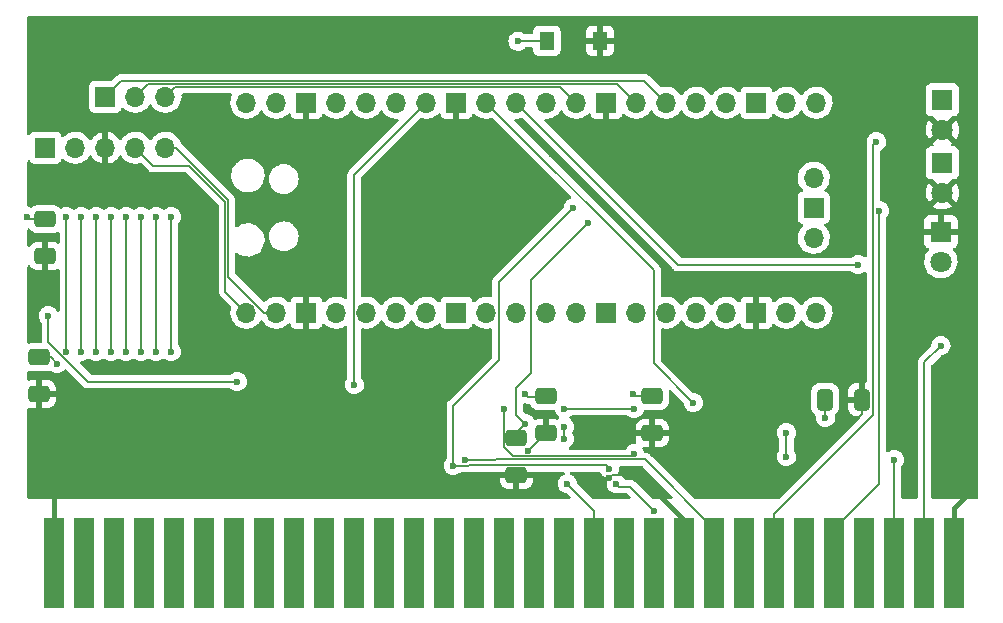
<source format=gbr>
%TF.GenerationSoftware,KiCad,Pcbnew,(6.0.5)*%
%TF.CreationDate,2022-11-12T13:55:10-06:00*%
%TF.ProjectId,ISA rev5,49534120-7265-4763-952e-6b696361645f,rev?*%
%TF.SameCoordinates,Original*%
%TF.FileFunction,Copper,L2,Bot*%
%TF.FilePolarity,Positive*%
%FSLAX46Y46*%
G04 Gerber Fmt 4.6, Leading zero omitted, Abs format (unit mm)*
G04 Created by KiCad (PCBNEW (6.0.5)) date 2022-11-12 13:55:10*
%MOMM*%
%LPD*%
G01*
G04 APERTURE LIST*
G04 Aperture macros list*
%AMRoundRect*
0 Rectangle with rounded corners*
0 $1 Rounding radius*
0 $2 $3 $4 $5 $6 $7 $8 $9 X,Y pos of 4 corners*
0 Add a 4 corners polygon primitive as box body*
4,1,4,$2,$3,$4,$5,$6,$7,$8,$9,$2,$3,0*
0 Add four circle primitives for the rounded corners*
1,1,$1+$1,$2,$3*
1,1,$1+$1,$4,$5*
1,1,$1+$1,$6,$7*
1,1,$1+$1,$8,$9*
0 Add four rect primitives between the rounded corners*
20,1,$1+$1,$2,$3,$4,$5,0*
20,1,$1+$1,$4,$5,$6,$7,0*
20,1,$1+$1,$6,$7,$8,$9,0*
20,1,$1+$1,$8,$9,$2,$3,0*%
G04 Aperture macros list end*
%TA.AperFunction,SMDPad,CuDef*%
%ADD10R,1.300000X1.550000*%
%TD*%
%TA.AperFunction,ComponentPad*%
%ADD11R,1.700000X1.700000*%
%TD*%
%TA.AperFunction,ComponentPad*%
%ADD12O,1.700000X1.700000*%
%TD*%
%TA.AperFunction,ConnectorPad*%
%ADD13R,1.780000X7.620000*%
%TD*%
%TA.AperFunction,ComponentPad*%
%ADD14R,1.800000X1.800000*%
%TD*%
%TA.AperFunction,ComponentPad*%
%ADD15C,1.800000*%
%TD*%
%TA.AperFunction,SMDPad,CuDef*%
%ADD16RoundRect,0.250000X0.412500X0.650000X-0.412500X0.650000X-0.412500X-0.650000X0.412500X-0.650000X0*%
%TD*%
%TA.AperFunction,SMDPad,CuDef*%
%ADD17RoundRect,0.250000X0.650000X-0.412500X0.650000X0.412500X-0.650000X0.412500X-0.650000X-0.412500X0*%
%TD*%
%TA.AperFunction,ViaPad*%
%ADD18C,0.600000*%
%TD*%
%TA.AperFunction,Conductor*%
%ADD19C,0.127000*%
%TD*%
%TA.AperFunction,Conductor*%
%ADD20C,0.200000*%
%TD*%
%TA.AperFunction,Conductor*%
%ADD21C,0.400000*%
%TD*%
G04 APERTURE END LIST*
D10*
%TO.P,TP1,1,1*%
%TO.N,/Pico_Reset*%
X150404000Y-104229000D03*
%TO.P,TP1,2,2*%
%TO.N,GND*%
X154904000Y-104229000D03*
%TD*%
D11*
%TO.P,J5,1,Pin_1*%
%TO.N,Net-(J5-Pad1)*%
X113030000Y-108966000D03*
D12*
%TO.P,J5,2,Pin_2*%
%TO.N,Net-(J5-Pad2)*%
X115570000Y-108966000D03*
%TO.P,J5,3,Pin_3*%
%TO.N,Net-(J5-Pad3)*%
X118110000Y-108966000D03*
%TD*%
%TO.P,U6,1,GPIO0*%
%TO.N,/OLED_SDA*%
X124968000Y-127254000D03*
%TO.P,U6,2,GPIO1*%
%TO.N,/OLED_SCL*%
X127508000Y-127254000D03*
D11*
%TO.P,U6,3,GND*%
%TO.N,GND*%
X130048000Y-127254000D03*
D12*
%TO.P,U6,4,GPIO2*%
%TO.N,/PD0*%
X132588000Y-127254000D03*
%TO.P,U6,5,GPIO3*%
%TO.N,/PD1*%
X135128000Y-127254000D03*
%TO.P,U6,6,GPIO4*%
%TO.N,/PD2*%
X137668000Y-127254000D03*
%TO.P,U6,7,GPIO5*%
%TO.N,/PD3*%
X140208000Y-127254000D03*
D11*
%TO.P,U6,8,GND*%
%TO.N,unconnected-(U6-Pad8)*%
X142748000Y-127254000D03*
D12*
%TO.P,U6,9,GPIO6*%
%TO.N,/PD4*%
X145288000Y-127254000D03*
%TO.P,U6,10,GPIO7*%
%TO.N,/PD5*%
X147828000Y-127254000D03*
%TO.P,U6,11,GPIO8*%
%TO.N,/PD6*%
X150368000Y-127254000D03*
%TO.P,U6,12,GPIO9*%
%TO.N,/PD7*%
X152908000Y-127254000D03*
D11*
%TO.P,U6,13,GND*%
%TO.N,unconnected-(U6-Pad13)*%
X155448000Y-127254000D03*
D12*
%TO.P,U6,14,GPIO10*%
%TO.N,/PA0*%
X157988000Y-127254000D03*
%TO.P,U6,15,GPIO11*%
%TO.N,/PA1*%
X160528000Y-127254000D03*
%TO.P,U6,16,GPIO12*%
%TO.N,/PA2*%
X163068000Y-127254000D03*
%TO.P,U6,17,GPIO13*%
%TO.N,/PA3*%
X165608000Y-127254000D03*
D11*
%TO.P,U6,18,GND*%
%TO.N,GND*%
X168148000Y-127254000D03*
D12*
%TO.P,U6,19,GPIO14*%
%TO.N,/PA4*%
X170688000Y-127254000D03*
%TO.P,U6,20,GPIO15*%
%TO.N,/PA5*%
X173228000Y-127254000D03*
%TO.P,U6,21,GPIO16*%
%TO.N,/PA6*%
X173228000Y-109474000D03*
%TO.P,U6,22,GPIO17*%
%TO.N,/PA7*%
X170688000Y-109474000D03*
D11*
%TO.P,U6,23,GND*%
%TO.N,unconnected-(U6-Pad23)*%
X168148000Y-109474000D03*
D12*
%TO.P,U6,24,GPIO18*%
%TO.N,/bus_ready*%
X165608000Y-109474000D03*
%TO.P,U6,25,GPIO19*%
%TO.N,/CE_Byte*%
X163068000Y-109474000D03*
%TO.P,U6,26,GPIO20*%
%TO.N,Net-(J5-Pad1)*%
X160528000Y-109474000D03*
%TO.P,U6,27,GPIO21*%
%TO.N,Net-(J5-Pad2)*%
X157988000Y-109474000D03*
D11*
%TO.P,U6,28,GND*%
%TO.N,GND*%
X155448000Y-109474000D03*
D12*
%TO.P,U6,29,GPIO22*%
%TO.N,Net-(J5-Pad3)*%
X152908000Y-109474000D03*
%TO.P,U6,30,RUN*%
%TO.N,/Pico_Reset*%
X150368000Y-109474000D03*
%TO.P,U6,31,GPIO26_ADC0*%
%TO.N,/ISAreset*%
X147828000Y-109474000D03*
%TO.P,U6,32,GPIO27_ADC1*%
%TO.N,/+5Vmon*%
X145288000Y-109474000D03*
D11*
%TO.P,U6,33,AGND*%
%TO.N,GND*%
X142748000Y-109474000D03*
D12*
%TO.P,U6,34,GPIO28_ADC2*%
%TO.N,/+12Vmon*%
X140208000Y-109474000D03*
%TO.P,U6,35,ADC_VREF*%
%TO.N,unconnected-(U6-Pad35)*%
X137668000Y-109474000D03*
%TO.P,U6,36,3V3*%
%TO.N,+3V3*%
X135128000Y-109474000D03*
%TO.P,U6,37,3V3_EN*%
%TO.N,unconnected-(U6-Pad37)*%
X132588000Y-109474000D03*
D11*
%TO.P,U6,38,GND*%
%TO.N,GND*%
X130048000Y-109474000D03*
D12*
%TO.P,U6,39,VSYS*%
%TO.N,+5V*%
X127508000Y-109474000D03*
%TO.P,U6,40,VBUS*%
%TO.N,unconnected-(U6-Pad40)*%
X124968000Y-109474000D03*
%TO.P,U6,41,SWCLK*%
%TO.N,unconnected-(U6-Pad41)*%
X172998000Y-120904000D03*
D11*
%TO.P,U6,42,GND*%
%TO.N,unconnected-(U6-Pad42)*%
X172998000Y-118364000D03*
D12*
%TO.P,U6,43,SWDIO*%
%TO.N,unconnected-(U6-Pad43)*%
X172998000Y-115824000D03*
%TD*%
D13*
%TO.P,J1,1,GND*%
%TO.N,GND*%
X184917000Y-148463000D03*
%TO.P,J1,2,RESET*%
%TO.N,Net-(J1-Pad2)*%
X182377000Y-148463000D03*
%TO.P,J1,3,VCC*%
%TO.N,Net-(J1-Pad3)*%
X179837000Y-148463000D03*
%TO.P,J1,4,IRQ2*%
%TO.N,unconnected-(J1-Pad4)*%
X177297000Y-148463000D03*
%TO.P,J1,5,-5V*%
%TO.N,Net-(J1-Pad5)*%
X174757000Y-148463000D03*
%TO.P,J1,6,DRQ2*%
%TO.N,unconnected-(J1-Pad6)*%
X172217000Y-148463000D03*
%TO.P,J1,7,-12V*%
%TO.N,Net-(J1-Pad7)*%
X169677000Y-148463000D03*
%TO.P,J1,8,UNUSED*%
%TO.N,unconnected-(J1-Pad8)*%
X167137000Y-148463000D03*
%TO.P,J1,9,+12V*%
%TO.N,Net-(J1-Pad9)*%
X164597000Y-148463000D03*
%TO.P,J1,10,GND*%
%TO.N,GND*%
X162057000Y-148463000D03*
%TO.P,J1,11,~{SMEMW}*%
%TO.N,unconnected-(J1-Pad11)*%
X159517000Y-148463000D03*
%TO.P,J1,12,~{SMEMR}*%
%TO.N,unconnected-(J1-Pad12)*%
X156977000Y-148463000D03*
%TO.P,J1,13,~{IOW}*%
%TO.N,/IOW*%
X154437000Y-148463000D03*
%TO.P,J1,14,~{IOR}*%
%TO.N,unconnected-(J1-Pad14)*%
X151897000Y-148463000D03*
%TO.P,J1,15,~{DACK3}*%
%TO.N,unconnected-(J1-Pad15)*%
X149357000Y-148463000D03*
%TO.P,J1,16,DRQ3*%
%TO.N,unconnected-(J1-Pad16)*%
X146817000Y-148463000D03*
%TO.P,J1,17,~{DACK1}*%
%TO.N,unconnected-(J1-Pad17)*%
X144277000Y-148463000D03*
%TO.P,J1,18,DRQ1*%
%TO.N,unconnected-(J1-Pad18)*%
X141737000Y-148463000D03*
%TO.P,J1,19,~{DACK0}*%
%TO.N,unconnected-(J1-Pad19)*%
X139197000Y-148463000D03*
%TO.P,J1,20,CLK*%
%TO.N,unconnected-(J1-Pad20)*%
X136657000Y-148463000D03*
%TO.P,J1,21,IRQ7*%
%TO.N,unconnected-(J1-Pad21)*%
X134117000Y-148463000D03*
%TO.P,J1,22,IRQ6*%
%TO.N,unconnected-(J1-Pad22)*%
X131577000Y-148463000D03*
%TO.P,J1,23,IRQ5*%
%TO.N,unconnected-(J1-Pad23)*%
X129037000Y-148463000D03*
%TO.P,J1,24,IRQ4*%
%TO.N,unconnected-(J1-Pad24)*%
X126497000Y-148463000D03*
%TO.P,J1,25,IRQ3*%
%TO.N,unconnected-(J1-Pad25)*%
X123957000Y-148463000D03*
%TO.P,J1,26,~{DACK2}*%
%TO.N,unconnected-(J1-Pad26)*%
X121417000Y-148463000D03*
%TO.P,J1,27,TC*%
%TO.N,unconnected-(J1-Pad27)*%
X118877000Y-148463000D03*
%TO.P,J1,28,ALE*%
%TO.N,unconnected-(J1-Pad28)*%
X116337000Y-148463000D03*
%TO.P,J1,29,VCC*%
%TO.N,unconnected-(J1-Pad29)*%
X113797000Y-148463000D03*
%TO.P,J1,30,OSC*%
%TO.N,unconnected-(J1-Pad30)*%
X111257000Y-148463000D03*
%TO.P,J1,31,GND*%
%TO.N,GND*%
X108717000Y-148463000D03*
%TD*%
D14*
%TO.P,D2,1,K*%
%TO.N,Net-(D2-Pad1)*%
X183896000Y-114554000D03*
D15*
%TO.P,D2,2,A*%
%TO.N,GND*%
X183896000Y-117094000D03*
%TD*%
D14*
%TO.P,D3,1,K*%
%TO.N,Net-(D3-Pad1)*%
X183896000Y-109215000D03*
D15*
%TO.P,D3,2,A*%
%TO.N,GND*%
X183896000Y-111755000D03*
%TD*%
D11*
%TO.P,J2,1,Pin_1*%
%TO.N,+5V*%
X107950000Y-113284000D03*
D12*
%TO.P,J2,2,Pin_2*%
%TO.N,+3V3*%
X110490000Y-113284000D03*
%TO.P,J2,3,Pin_3*%
%TO.N,GND*%
X113030000Y-113284000D03*
%TO.P,J2,4,Pin_4*%
%TO.N,/OLED_SDA*%
X115570000Y-113284000D03*
%TO.P,J2,5,Pin_5*%
%TO.N,/OLED_SCL*%
X118110000Y-113284000D03*
%TD*%
D14*
%TO.P,D4,1,K*%
%TO.N,GND*%
X183769000Y-120396000D03*
D15*
%TO.P,D4,2,A*%
%TO.N,Net-(D4-Pad2)*%
X183769000Y-122936000D03*
%TD*%
D16*
%TO.P,C3,1*%
%TO.N,GND*%
X177076500Y-134620000D03*
%TO.P,C3,2*%
%TO.N,+3V3*%
X173951500Y-134620000D03*
%TD*%
D17*
%TO.P,C7,1*%
%TO.N,GND*%
X147828000Y-141008500D03*
%TO.P,C7,2*%
%TO.N,/bus_ready*%
X147828000Y-137883500D03*
%TD*%
%TO.P,C6,1*%
%TO.N,GND*%
X150368000Y-137452500D03*
%TO.P,C6,2*%
%TO.N,+3V3*%
X150368000Y-134327500D03*
%TD*%
%TO.P,C1,1*%
%TO.N,GND*%
X159323000Y-137452500D03*
%TO.P,C1,2*%
%TO.N,+3V3*%
X159323000Y-134327500D03*
%TD*%
%TO.P,C5,1*%
%TO.N,GND*%
X107442000Y-134150500D03*
%TO.P,C5,2*%
%TO.N,+3V3*%
X107442000Y-131025500D03*
%TD*%
%TO.P,C4,1*%
%TO.N,GND*%
X107950000Y-122466500D03*
%TO.P,C4,2*%
%TO.N,+3V3*%
X107950000Y-119341500D03*
%TD*%
D18*
%TO.N,GND*%
X186436000Y-142240000D03*
X169164000Y-136398000D03*
X119888000Y-124460000D03*
X129286000Y-133604000D03*
X147066000Y-113792000D03*
X155702000Y-141224000D03*
X140208000Y-137668000D03*
X169418000Y-140970000D03*
X148844000Y-138938000D03*
X143764000Y-141224000D03*
X159766000Y-142494000D03*
X175514000Y-136652000D03*
X108458000Y-120904000D03*
X119286500Y-136050500D03*
X163068000Y-142494000D03*
X150876000Y-113792000D03*
X180594000Y-120142000D03*
X153924000Y-113792000D03*
X119634000Y-122428000D03*
%TO.N,+3V3*%
X108966000Y-131572000D03*
X170688000Y-137414000D03*
X157734000Y-134112000D03*
X173990000Y-136144000D03*
X170688000Y-139446000D03*
X148590000Y-134112000D03*
X106426000Y-119126000D03*
%TO.N,/+12Vmon*%
X134112000Y-133350000D03*
%TO.N,/+5Vmon*%
X162814000Y-134874000D03*
%TO.N,/ISAreset*%
X176784000Y-123190000D03*
%TO.N,Net-(J1-Pad2)*%
X183769000Y-130048000D03*
%TO.N,Net-(J1-Pad3)*%
X179832000Y-139700000D03*
%TO.N,Net-(J1-Pad5)*%
X178562000Y-118618000D03*
%TO.N,Net-(J1-Pad7)*%
X178308000Y-112776000D03*
%TO.N,Net-(J1-Pad9)*%
X143510000Y-139700000D03*
%TO.N,/IOW*%
X151892000Y-136906000D03*
X151892000Y-137922000D03*
X152146000Y-141732000D03*
%TO.N,Net-(J1-Pad42)*%
X159512000Y-144018000D03*
X156275000Y-141732000D03*
%TO.N,Net-(U1-Pad10)*%
X157799000Y-139192000D03*
X146812000Y-135382000D03*
%TO.N,Net-(U1-Pad13)*%
X151892000Y-135382000D03*
X157799000Y-135382000D03*
%TO.N,/bus_ready*%
X148590000Y-136652000D03*
X153924000Y-119634000D03*
%TO.N,/CE_Byte*%
X124206000Y-133096000D03*
X142494000Y-140208000D03*
X155702000Y-140462000D03*
X152654000Y-118364000D03*
X108204000Y-127508000D03*
%TO.N,/PA7*%
X118618000Y-130556000D03*
X118618000Y-119126000D03*
%TO.N,/PA6*%
X117348000Y-119126000D03*
X117348000Y-130556000D03*
%TO.N,/PA5*%
X116078000Y-119126000D03*
X116078000Y-130556000D03*
%TO.N,/PA4*%
X114808000Y-119126000D03*
X114808000Y-130556000D03*
%TO.N,/PA3*%
X113538000Y-119126000D03*
X113538000Y-130556000D03*
%TO.N,/PA2*%
X112268000Y-130556000D03*
X112268000Y-119126000D03*
%TO.N,/PA1*%
X110998000Y-119126000D03*
X110998000Y-130556000D03*
%TO.N,/PA0*%
X109728000Y-119126000D03*
X109728000Y-130556000D03*
%TO.N,/Pico_Reset*%
X147955000Y-104267000D03*
%TD*%
D19*
%TO.N,GND*%
X155702000Y-141224000D02*
X155956000Y-140970000D01*
X176784000Y-136144000D02*
X176530000Y-136144000D01*
X176530000Y-136144000D02*
X176022000Y-136652000D01*
X176022000Y-136652000D02*
X175514000Y-136652000D01*
D20*
X148844000Y-138938000D02*
X150329500Y-137452500D01*
D19*
X107442000Y-134150500D02*
X108750500Y-134150500D01*
D21*
X184917000Y-143759000D02*
X186436000Y-142240000D01*
X108717000Y-148463000D02*
X108717000Y-141991000D01*
D19*
X107950000Y-122466500D02*
X107950000Y-121412000D01*
X177076500Y-135851500D02*
X176784000Y-136144000D01*
D21*
X184917000Y-148463000D02*
X184917000Y-143759000D01*
D19*
X108750500Y-134150500D02*
X108966000Y-134366000D01*
D21*
X162057000Y-148463000D02*
X162057000Y-144785000D01*
D19*
X107950000Y-121412000D02*
X108458000Y-120904000D01*
X177076500Y-134620000D02*
X177076500Y-135851500D01*
D20*
X150329500Y-137452500D02*
X150368000Y-137452500D01*
D19*
X155956000Y-140970000D02*
X157988000Y-140970000D01*
D21*
X162057000Y-144785000D02*
X159766000Y-142494000D01*
D19*
%TO.N,+3V3*%
X173951500Y-136105500D02*
X173990000Y-136144000D01*
X159323000Y-134327500D02*
X157949500Y-134327500D01*
D20*
X150433000Y-134366000D02*
X148844000Y-134366000D01*
D19*
X108419500Y-131025500D02*
X108966000Y-131572000D01*
X107442000Y-131025500D02*
X108419500Y-131025500D01*
X173951500Y-134620000D02*
X173951500Y-136105500D01*
X106641500Y-119341500D02*
X106426000Y-119126000D01*
D20*
X170688000Y-137414000D02*
X170688000Y-139446000D01*
D19*
X107950000Y-119341500D02*
X106641500Y-119341500D01*
D20*
X148844000Y-134366000D02*
X148590000Y-134112000D01*
D19*
X157949500Y-134327500D02*
X157734000Y-134112000D01*
%TO.N,/+12Vmon*%
X134112000Y-133350000D02*
X134087989Y-133325989D01*
X134087989Y-133325989D02*
X134087989Y-115594011D01*
X134087989Y-115594011D02*
X140208000Y-109474000D01*
%TO.N,/+5Vmon*%
X162814000Y-134874000D02*
X159487989Y-131547989D01*
X159487989Y-123673989D02*
X145288000Y-109474000D01*
X159487989Y-131547989D02*
X159487989Y-123673989D01*
%TO.N,/ISAreset*%
X161544000Y-123190000D02*
X147828000Y-109474000D01*
X176784000Y-123190000D02*
X161544000Y-123190000D01*
%TO.N,Net-(J1-Pad2)*%
X182372000Y-131445000D02*
X182372000Y-133848000D01*
X182372000Y-133848000D02*
X182377000Y-133853000D01*
X182377000Y-148463000D02*
X182377000Y-133853000D01*
X183769000Y-130048000D02*
X182372000Y-131445000D01*
%TO.N,Net-(J1-Pad3)*%
X179837000Y-139705000D02*
X179832000Y-139700000D01*
X179837000Y-148463000D02*
X179837000Y-139705000D01*
%TO.N,Net-(J1-Pad5)*%
X174757000Y-148463000D02*
X174757000Y-145543000D01*
X174757000Y-145543000D02*
X178562000Y-141738000D01*
X178562000Y-141738000D02*
X178562000Y-118618000D01*
%TO.N,Net-(J1-Pad7)*%
X178054000Y-135890000D02*
X178054000Y-113030000D01*
X169677000Y-148463000D02*
X169677000Y-144267000D01*
X169677000Y-144267000D02*
X178054000Y-135890000D01*
X178054000Y-113030000D02*
X178308000Y-112776000D01*
%TO.N,Net-(J1-Pad9)*%
X146067989Y-139682011D02*
X158736011Y-139682011D01*
X146050000Y-139700000D02*
X146067989Y-139682011D01*
X143510000Y-139700000D02*
X146050000Y-139700000D01*
X158736011Y-139682011D02*
X164597000Y-145543000D01*
X164597000Y-145543000D02*
X164597000Y-148463000D01*
%TO.N,/IOW*%
X154437000Y-144023000D02*
X154437000Y-148463000D01*
X151892000Y-136906000D02*
X151892000Y-137922000D01*
X152146000Y-141732000D02*
X154437000Y-144023000D01*
%TO.N,Net-(J1-Pad42)*%
X156529000Y-141986000D02*
X157480000Y-141986000D01*
X156529000Y-141986000D02*
X156275000Y-141732000D01*
X157480000Y-141986000D02*
X159512000Y-144018000D01*
%TO.N,/OLED_SDA*%
X123190000Y-125476000D02*
X123190000Y-117856000D01*
X124968000Y-127254000D02*
X123190000Y-125476000D01*
X117094000Y-114808000D02*
X115570000Y-113284000D01*
X123190000Y-117856000D02*
X120142000Y-114808000D01*
X120142000Y-114808000D02*
X117094000Y-114808000D01*
%TO.N,/OLED_SCL*%
X119008472Y-113284000D02*
X118110000Y-113284000D01*
X126492000Y-127254000D02*
X123443520Y-124205520D01*
X123443520Y-124205520D02*
X123443520Y-117750989D01*
X127508000Y-127254000D02*
X126492000Y-127254000D01*
X123443520Y-117750989D02*
X118976531Y-113284000D01*
X118976531Y-113284000D02*
X118110000Y-113284000D01*
%TO.N,Net-(J5-Pad1)*%
X114387040Y-107608960D02*
X158662960Y-107608960D01*
X158662960Y-107608960D02*
X160528000Y-109474000D01*
X113030000Y-108966000D02*
X114387040Y-107608960D01*
%TO.N,Net-(J5-Pad2)*%
X156376480Y-107862480D02*
X157988000Y-109474000D01*
X116673520Y-107862480D02*
X156376480Y-107862480D01*
X115570000Y-108966000D02*
X116673520Y-107862480D01*
%TO.N,Net-(J5-Pad3)*%
X118110000Y-108966000D02*
X118960000Y-108116000D01*
X118960000Y-108116000D02*
X151550000Y-108116000D01*
X151550000Y-108116000D02*
X152908000Y-109474000D01*
%TO.N,Net-(U1-Pad10)*%
X146737980Y-135456020D02*
X146737980Y-138609980D01*
X157799000Y-139192000D02*
X157562989Y-139428011D01*
X147556011Y-139428011D02*
X148064011Y-139428011D01*
X146737980Y-138609980D02*
X147556011Y-139428011D01*
X146812000Y-135382000D02*
X146737980Y-135456020D01*
X157562989Y-139428011D02*
X149623989Y-139428011D01*
X147687729Y-139428011D02*
X147687249Y-139428491D01*
X149623989Y-139428011D02*
X148064011Y-139428011D01*
X148064011Y-139428011D02*
X147687729Y-139428011D01*
%TO.N,Net-(U1-Pad13)*%
X151892000Y-135382000D02*
X157799000Y-135382000D01*
%TO.N,/bus_ready*%
X153924000Y-119634000D02*
X149098000Y-124460000D01*
X149098000Y-124460000D02*
X149098000Y-132334000D01*
X149098000Y-132334000D02*
X147828000Y-133604000D01*
X147828000Y-133604000D02*
X147828000Y-135890000D01*
X147828000Y-137414000D02*
X147828000Y-137883500D01*
X148590000Y-136652000D02*
X147828000Y-137414000D01*
X147828000Y-135890000D02*
X148590000Y-136652000D01*
%TO.N,/CE_Byte*%
X146328011Y-124689989D02*
X152654000Y-118364000D01*
X142494000Y-137922000D02*
X142494000Y-140208000D01*
X155702000Y-140462000D02*
X155395980Y-140155980D01*
X111575019Y-133096000D02*
X108204000Y-129724981D01*
X155395980Y-140155980D02*
X143816020Y-140155980D01*
X124206000Y-133096000D02*
X111575019Y-133096000D01*
X108204000Y-129724981D02*
X108204000Y-127508000D01*
X146328011Y-131293989D02*
X142494000Y-135128000D01*
X143764000Y-140208000D02*
X142494000Y-140208000D01*
X143816020Y-140155980D02*
X143764000Y-140208000D01*
X146328011Y-131293989D02*
X146328011Y-124689989D01*
X142494000Y-135128000D02*
X142494000Y-137922000D01*
%TO.N,/PA7*%
X118618000Y-119126000D02*
X118618000Y-130556000D01*
%TO.N,/PA6*%
X117348000Y-119126000D02*
X117348000Y-130556000D01*
%TO.N,/PA5*%
X116078000Y-119126000D02*
X116078000Y-130556000D01*
%TO.N,/PA4*%
X114808000Y-119126000D02*
X114808000Y-130556000D01*
%TO.N,/PA3*%
X113538000Y-119126000D02*
X113538000Y-130556000D01*
%TO.N,/PA2*%
X112268000Y-119126000D02*
X112268000Y-130556000D01*
%TO.N,/PA1*%
X110998000Y-119126000D02*
X110998000Y-130556000D01*
%TO.N,/PA0*%
X109728000Y-119126000D02*
X109728000Y-130556000D01*
%TO.N,/Pico_Reset*%
X147955000Y-104267000D02*
X147993000Y-104229000D01*
X147993000Y-104229000D02*
X150404000Y-104229000D01*
%TD*%
%TA.AperFunction,Conductor*%
%TO.N,GND*%
G36*
X148350033Y-110804963D02*
G01*
X161107184Y-123562114D01*
X161118051Y-123574505D01*
X161136045Y-123597955D01*
X161166045Y-123620975D01*
X161166046Y-123620976D01*
X161193379Y-123641949D01*
X161255532Y-123689641D01*
X161394678Y-123747277D01*
X161425375Y-123751318D01*
X161506497Y-123761999D01*
X161506506Y-123762000D01*
X161506509Y-123762000D01*
X161506521Y-123762001D01*
X161535811Y-123765857D01*
X161535812Y-123765857D01*
X161544000Y-123766935D01*
X161552188Y-123765857D01*
X161552189Y-123765857D01*
X161573298Y-123763078D01*
X161589744Y-123762000D01*
X176158880Y-123762000D01*
X176227001Y-123782002D01*
X176249515Y-123800472D01*
X176254209Y-123805333D01*
X176260489Y-123811836D01*
X176260493Y-123811839D01*
X176265382Y-123816902D01*
X176417159Y-123916222D01*
X176423763Y-123918678D01*
X176423765Y-123918679D01*
X176580558Y-123976990D01*
X176580560Y-123976990D01*
X176587168Y-123979448D01*
X176670995Y-123990633D01*
X176759980Y-124002507D01*
X176759984Y-124002507D01*
X176766961Y-124003438D01*
X176773972Y-124002800D01*
X176773976Y-124002800D01*
X176916459Y-123989832D01*
X176947600Y-123986998D01*
X176954302Y-123984820D01*
X176954304Y-123984820D01*
X177113409Y-123933124D01*
X177113412Y-123933123D01*
X177120108Y-123930947D01*
X177275912Y-123838069D01*
X177280224Y-123833963D01*
X177346174Y-123808863D01*
X177415647Y-123823492D01*
X177466183Y-123873358D01*
X177482000Y-123934479D01*
X177482000Y-133086000D01*
X177461998Y-133154121D01*
X177408342Y-133200614D01*
X177356000Y-133212000D01*
X177348615Y-133212000D01*
X177333376Y-133216475D01*
X177332171Y-133217865D01*
X177330500Y-133225548D01*
X177330500Y-134748000D01*
X177310498Y-134816121D01*
X177256842Y-134862614D01*
X177204500Y-134874000D01*
X175924116Y-134874000D01*
X175908877Y-134878475D01*
X175907672Y-134879865D01*
X175906001Y-134887548D01*
X175906001Y-135317095D01*
X175906338Y-135323614D01*
X175916257Y-135419206D01*
X175919149Y-135432600D01*
X175970588Y-135586784D01*
X175976761Y-135599962D01*
X176062063Y-135737807D01*
X176071099Y-135749208D01*
X176185829Y-135863739D01*
X176197240Y-135872751D01*
X176335243Y-135957816D01*
X176348424Y-135963963D01*
X176502710Y-136015138D01*
X176516086Y-136018005D01*
X176610438Y-136027672D01*
X176616854Y-136028000D01*
X176802880Y-136028000D01*
X176871001Y-136048002D01*
X176917494Y-136101658D01*
X176927598Y-136171932D01*
X176898104Y-136236512D01*
X176891975Y-136243095D01*
X170169975Y-142965095D01*
X170107663Y-142999121D01*
X170080880Y-143002000D01*
X162917120Y-143002000D01*
X162848999Y-142981998D01*
X162828025Y-142965095D01*
X159297570Y-139434640D01*
X169874463Y-139434640D01*
X169892163Y-139615160D01*
X169949418Y-139787273D01*
X169953065Y-139793295D01*
X169953066Y-139793297D01*
X169963978Y-139811314D01*
X170043380Y-139942424D01*
X170048269Y-139947487D01*
X170048270Y-139947488D01*
X170121844Y-140023675D01*
X170169382Y-140072902D01*
X170321159Y-140172222D01*
X170327763Y-140174678D01*
X170327765Y-140174679D01*
X170484558Y-140232990D01*
X170484560Y-140232990D01*
X170491168Y-140235448D01*
X170574995Y-140246633D01*
X170663980Y-140258507D01*
X170663984Y-140258507D01*
X170670961Y-140259438D01*
X170677972Y-140258800D01*
X170677976Y-140258800D01*
X170820459Y-140245832D01*
X170851600Y-140242998D01*
X170858302Y-140240820D01*
X170858304Y-140240820D01*
X171017409Y-140189124D01*
X171017412Y-140189123D01*
X171024108Y-140186947D01*
X171179912Y-140094069D01*
X171311266Y-139968982D01*
X171411643Y-139817902D01*
X171457926Y-139696062D01*
X171473555Y-139654920D01*
X171473556Y-139654918D01*
X171476055Y-139648338D01*
X171477722Y-139636477D01*
X171500748Y-139472639D01*
X171500748Y-139472636D01*
X171501299Y-139468717D01*
X171501616Y-139446000D01*
X171481397Y-139265745D01*
X171479080Y-139259091D01*
X171424064Y-139101106D01*
X171424062Y-139101103D01*
X171421745Y-139094448D01*
X171325626Y-138940624D01*
X171323215Y-138938196D01*
X171297117Y-138873716D01*
X171296500Y-138861263D01*
X171296500Y-137997248D01*
X171317552Y-137927521D01*
X171407742Y-137791773D01*
X171411643Y-137785902D01*
X171476055Y-137616338D01*
X171477035Y-137609366D01*
X171500748Y-137440639D01*
X171500748Y-137440636D01*
X171501299Y-137436717D01*
X171501616Y-137414000D01*
X171481397Y-137233745D01*
X171479080Y-137227091D01*
X171424064Y-137069106D01*
X171424062Y-137069103D01*
X171421745Y-137062448D01*
X171355546Y-136956507D01*
X171329359Y-136914598D01*
X171325626Y-136908624D01*
X171311941Y-136894843D01*
X171202778Y-136784915D01*
X171202774Y-136784912D01*
X171197815Y-136779918D01*
X171189688Y-136774760D01*
X171110370Y-136724424D01*
X171044666Y-136682727D01*
X170967308Y-136655181D01*
X170880425Y-136624243D01*
X170880420Y-136624242D01*
X170873790Y-136621881D01*
X170866802Y-136621048D01*
X170866799Y-136621047D01*
X170743698Y-136606368D01*
X170693680Y-136600404D01*
X170686677Y-136601140D01*
X170686676Y-136601140D01*
X170520288Y-136618628D01*
X170520286Y-136618629D01*
X170513288Y-136619364D01*
X170341579Y-136677818D01*
X170287248Y-136711243D01*
X170193095Y-136769166D01*
X170193092Y-136769168D01*
X170187088Y-136772862D01*
X170182053Y-136777793D01*
X170182050Y-136777795D01*
X170062525Y-136894843D01*
X170057493Y-136899771D01*
X169959235Y-137052238D01*
X169956826Y-137058858D01*
X169956824Y-137058861D01*
X169899606Y-137216066D01*
X169897197Y-137222685D01*
X169874463Y-137402640D01*
X169892163Y-137583160D01*
X169949418Y-137755273D01*
X169953065Y-137761295D01*
X169953066Y-137761297D01*
X170039730Y-137904398D01*
X170039733Y-137904401D01*
X170043380Y-137910424D01*
X170048275Y-137915492D01*
X170052571Y-137921071D01*
X170050243Y-137922864D01*
X170077071Y-137974115D01*
X170079500Y-137998734D01*
X170079500Y-138861164D01*
X170059498Y-138929285D01*
X170058188Y-138931090D01*
X170057493Y-138931771D01*
X170055894Y-138934253D01*
X170055892Y-138934255D01*
X170031241Y-138972506D01*
X169959235Y-139084238D01*
X169956826Y-139090858D01*
X169956824Y-139090861D01*
X169916883Y-139200598D01*
X169897197Y-139254685D01*
X169874463Y-139434640D01*
X159297570Y-139434640D01*
X159172827Y-139309897D01*
X159161960Y-139297506D01*
X159148995Y-139280609D01*
X159148992Y-139280606D01*
X159143966Y-139274056D01*
X159103052Y-139242661D01*
X159024479Y-139182370D01*
X158885333Y-139124734D01*
X158854636Y-139120693D01*
X158773514Y-139110012D01*
X158773505Y-139110011D01*
X158773502Y-139110011D01*
X158773490Y-139110010D01*
X158744200Y-139106154D01*
X158744199Y-139106154D01*
X158736011Y-139105076D01*
X158727823Y-139106154D01*
X158719565Y-139106154D01*
X158719565Y-139104171D01*
X158660091Y-139094893D01*
X158606994Y-139047763D01*
X158592496Y-139012628D01*
X158592397Y-139011745D01*
X158590081Y-139005094D01*
X158535064Y-138847106D01*
X158535062Y-138847103D01*
X158532745Y-138840448D01*
X158517324Y-138815769D01*
X158498188Y-138747400D01*
X158519054Y-138679539D01*
X158573295Y-138633731D01*
X158624178Y-138623000D01*
X159050885Y-138623000D01*
X159066124Y-138618525D01*
X159067329Y-138617135D01*
X159069000Y-138609452D01*
X159069000Y-138604884D01*
X159577000Y-138604884D01*
X159581475Y-138620123D01*
X159582865Y-138621328D01*
X159590548Y-138622999D01*
X160020095Y-138622999D01*
X160026614Y-138622662D01*
X160122206Y-138612743D01*
X160135600Y-138609851D01*
X160289784Y-138558412D01*
X160302962Y-138552239D01*
X160440807Y-138466937D01*
X160452208Y-138457901D01*
X160566739Y-138343171D01*
X160575751Y-138331760D01*
X160660816Y-138193757D01*
X160666963Y-138180576D01*
X160718138Y-138026290D01*
X160721005Y-138012914D01*
X160730672Y-137918562D01*
X160731000Y-137912146D01*
X160731000Y-137724615D01*
X160726525Y-137709376D01*
X160725135Y-137708171D01*
X160717452Y-137706500D01*
X159595115Y-137706500D01*
X159579876Y-137710975D01*
X159578671Y-137712365D01*
X159577000Y-137720048D01*
X159577000Y-138604884D01*
X159069000Y-138604884D01*
X159069000Y-137724615D01*
X159064525Y-137709376D01*
X159063135Y-137708171D01*
X159055452Y-137706500D01*
X157933116Y-137706500D01*
X157917877Y-137710975D01*
X157916672Y-137712365D01*
X157915001Y-137720048D01*
X157915001Y-137912095D01*
X157915338Y-137918614D01*
X157925257Y-138014206D01*
X157928149Y-138027600D01*
X157979588Y-138181784D01*
X157988863Y-138201583D01*
X157987421Y-138202258D01*
X158003973Y-138262402D01*
X157982812Y-138330172D01*
X157928371Y-138375743D01*
X157863072Y-138385367D01*
X157804680Y-138378404D01*
X157797677Y-138379140D01*
X157797676Y-138379140D01*
X157631288Y-138396628D01*
X157631286Y-138396629D01*
X157624288Y-138397364D01*
X157452579Y-138455818D01*
X157390109Y-138494250D01*
X157304095Y-138547166D01*
X157304092Y-138547168D01*
X157298088Y-138550862D01*
X157293053Y-138555793D01*
X157293050Y-138555795D01*
X157173525Y-138672843D01*
X157168493Y-138677771D01*
X157164677Y-138683693D01*
X157090839Y-138798266D01*
X157037125Y-138844691D01*
X156984928Y-138856011D01*
X152361680Y-138856011D01*
X152293559Y-138836009D01*
X152247066Y-138782353D01*
X152236962Y-138712079D01*
X152266456Y-138647499D01*
X152297160Y-138621784D01*
X152383912Y-138570069D01*
X152515266Y-138444982D01*
X152615643Y-138293902D01*
X152680055Y-138124338D01*
X152695715Y-138012914D01*
X152704748Y-137948639D01*
X152704748Y-137948636D01*
X152705299Y-137944717D01*
X152705616Y-137922000D01*
X152685397Y-137741745D01*
X152683080Y-137735091D01*
X152628064Y-137577106D01*
X152628062Y-137577103D01*
X152625745Y-137570448D01*
X152569674Y-137480715D01*
X152550539Y-137412349D01*
X152571581Y-137344221D01*
X152615643Y-137277902D01*
X152652687Y-137180385D01*
X157915000Y-137180385D01*
X157919475Y-137195624D01*
X157920865Y-137196829D01*
X157928548Y-137198500D01*
X159050885Y-137198500D01*
X159066124Y-137194025D01*
X159067329Y-137192635D01*
X159069000Y-137184952D01*
X159069000Y-137180385D01*
X159577000Y-137180385D01*
X159581475Y-137195624D01*
X159582865Y-137196829D01*
X159590548Y-137198500D01*
X160712884Y-137198500D01*
X160728123Y-137194025D01*
X160729328Y-137192635D01*
X160730999Y-137184952D01*
X160730999Y-136992905D01*
X160730662Y-136986386D01*
X160720743Y-136890794D01*
X160717851Y-136877400D01*
X160666412Y-136723216D01*
X160660239Y-136710038D01*
X160574937Y-136572193D01*
X160565901Y-136560792D01*
X160451171Y-136446261D01*
X160439760Y-136437249D01*
X160301757Y-136352184D01*
X160288576Y-136346037D01*
X160134290Y-136294862D01*
X160120914Y-136291995D01*
X160026562Y-136282328D01*
X160020145Y-136282000D01*
X159595115Y-136282000D01*
X159579876Y-136286475D01*
X159578671Y-136287865D01*
X159577000Y-136295548D01*
X159577000Y-137180385D01*
X159069000Y-137180385D01*
X159069000Y-136300116D01*
X159064525Y-136284877D01*
X159063135Y-136283672D01*
X159055452Y-136282001D01*
X158625905Y-136282001D01*
X158619386Y-136282338D01*
X158523794Y-136292257D01*
X158510400Y-136295149D01*
X158356216Y-136346588D01*
X158343038Y-136352761D01*
X158205193Y-136438063D01*
X158193792Y-136447099D01*
X158079261Y-136561829D01*
X158070249Y-136573240D01*
X157985184Y-136711243D01*
X157979037Y-136724424D01*
X157927862Y-136878710D01*
X157924995Y-136892086D01*
X157915328Y-136986438D01*
X157915000Y-136992855D01*
X157915000Y-137180385D01*
X152652687Y-137180385D01*
X152680055Y-137108338D01*
X152685848Y-137067120D01*
X152704748Y-136932639D01*
X152704748Y-136932636D01*
X152705299Y-136928717D01*
X152705616Y-136906000D01*
X152685397Y-136725745D01*
X152683080Y-136719091D01*
X152628064Y-136561106D01*
X152628062Y-136561103D01*
X152625745Y-136554448D01*
X152529626Y-136400624D01*
X152475966Y-136346588D01*
X152406778Y-136276915D01*
X152406774Y-136276912D01*
X152401815Y-136271918D01*
X152369561Y-136251449D01*
X152322764Y-136198060D01*
X152312259Y-136127845D01*
X152341383Y-136063097D01*
X152372559Y-136036837D01*
X152383912Y-136030069D01*
X152427298Y-135988753D01*
X152490421Y-135956262D01*
X152514188Y-135954000D01*
X157173880Y-135954000D01*
X157242001Y-135974002D01*
X157264515Y-135992472D01*
X157269209Y-135997333D01*
X157275489Y-136003836D01*
X157275493Y-136003839D01*
X157280382Y-136008902D01*
X157432159Y-136108222D01*
X157438763Y-136110678D01*
X157438765Y-136110679D01*
X157595558Y-136168990D01*
X157595560Y-136168990D01*
X157602168Y-136171448D01*
X157685995Y-136182633D01*
X157774980Y-136194507D01*
X157774984Y-136194507D01*
X157781961Y-136195438D01*
X157788972Y-136194800D01*
X157788976Y-136194800D01*
X157931459Y-136181832D01*
X157962600Y-136178998D01*
X157969302Y-136176820D01*
X157969304Y-136176820D01*
X158128409Y-136125124D01*
X158128412Y-136125123D01*
X158135108Y-136122947D01*
X158290912Y-136030069D01*
X158422266Y-135904982D01*
X158522643Y-135753902D01*
X158587055Y-135584338D01*
X158588833Y-135585013D01*
X158620283Y-135532167D01*
X158683813Y-135500472D01*
X158706019Y-135498500D01*
X160023400Y-135498500D01*
X160026646Y-135498163D01*
X160026650Y-135498163D01*
X160122308Y-135488238D01*
X160122312Y-135488237D01*
X160129166Y-135487526D01*
X160135702Y-135485345D01*
X160135704Y-135485345D01*
X160267806Y-135441272D01*
X160296946Y-135431550D01*
X160447348Y-135338478D01*
X160572305Y-135213303D01*
X160601780Y-135165486D01*
X160661275Y-135068968D01*
X160661276Y-135068966D01*
X160665115Y-135062738D01*
X160707691Y-134934375D01*
X160718632Y-134901389D01*
X160718632Y-134901387D01*
X160720797Y-134894861D01*
X160721547Y-134887548D01*
X160727137Y-134832982D01*
X160731500Y-134790400D01*
X160731500Y-133904620D01*
X160751502Y-133836499D01*
X160805158Y-133790006D01*
X160875432Y-133779902D01*
X160940012Y-133809396D01*
X160946595Y-133815525D01*
X161969295Y-134838225D01*
X162003321Y-134900537D01*
X162005599Y-134915024D01*
X162009585Y-134955677D01*
X162018163Y-135043160D01*
X162075418Y-135215273D01*
X162079065Y-135221295D01*
X162079066Y-135221297D01*
X162156405Y-135348999D01*
X162169380Y-135370424D01*
X162174269Y-135375487D01*
X162174270Y-135375488D01*
X162230648Y-135433868D01*
X162295382Y-135500902D01*
X162371271Y-135550562D01*
X162426951Y-135586998D01*
X162447159Y-135600222D01*
X162453763Y-135602678D01*
X162453765Y-135602679D01*
X162610558Y-135660990D01*
X162610560Y-135660990D01*
X162617168Y-135663448D01*
X162700995Y-135674633D01*
X162789980Y-135686507D01*
X162789984Y-135686507D01*
X162796961Y-135687438D01*
X162803972Y-135686800D01*
X162803976Y-135686800D01*
X162946459Y-135673832D01*
X162977600Y-135670998D01*
X162984302Y-135668820D01*
X162984304Y-135668820D01*
X163143409Y-135617124D01*
X163143412Y-135617123D01*
X163150108Y-135614947D01*
X163246513Y-135557478D01*
X163299860Y-135525677D01*
X163299862Y-135525676D01*
X163305912Y-135522069D01*
X163437266Y-135396982D01*
X163488147Y-135320400D01*
X172780500Y-135320400D01*
X172780837Y-135323646D01*
X172780837Y-135323650D01*
X172790752Y-135419206D01*
X172791474Y-135426166D01*
X172793655Y-135432702D01*
X172793655Y-135432704D01*
X172816408Y-135500902D01*
X172847450Y-135593946D01*
X172940522Y-135744348D01*
X173065697Y-135869305D01*
X173130269Y-135909108D01*
X173177761Y-135961880D01*
X173189157Y-136032159D01*
X173176463Y-136132640D01*
X173194163Y-136313160D01*
X173251418Y-136485273D01*
X173255065Y-136491295D01*
X173255066Y-136491297D01*
X173335581Y-136624243D01*
X173345380Y-136640424D01*
X173350269Y-136645487D01*
X173350270Y-136645488D01*
X173421348Y-136719091D01*
X173471382Y-136770902D01*
X173477278Y-136774760D01*
X173598886Y-136854338D01*
X173623159Y-136870222D01*
X173629763Y-136872678D01*
X173629765Y-136872679D01*
X173786558Y-136930990D01*
X173786560Y-136930990D01*
X173793168Y-136933448D01*
X173876995Y-136944633D01*
X173965980Y-136956507D01*
X173965984Y-136956507D01*
X173972961Y-136957438D01*
X173979972Y-136956800D01*
X173979976Y-136956800D01*
X174122459Y-136943832D01*
X174153600Y-136940998D01*
X174160302Y-136938820D01*
X174160304Y-136938820D01*
X174319409Y-136887124D01*
X174319412Y-136887123D01*
X174326108Y-136884947D01*
X174481912Y-136792069D01*
X174613266Y-136666982D01*
X174713643Y-136515902D01*
X174759332Y-136395627D01*
X174775555Y-136352920D01*
X174775556Y-136352918D01*
X174778055Y-136346338D01*
X174779035Y-136339366D01*
X174802748Y-136170639D01*
X174802748Y-136170636D01*
X174803299Y-136166717D01*
X174803616Y-136144000D01*
X174787894Y-136003834D01*
X174785744Y-135984668D01*
X174798028Y-135914742D01*
X174832534Y-135872076D01*
X174838348Y-135868478D01*
X174963305Y-135743303D01*
X174967146Y-135737072D01*
X175052275Y-135598968D01*
X175052276Y-135598966D01*
X175056115Y-135592738D01*
X175085296Y-135504760D01*
X175109632Y-135431389D01*
X175109632Y-135431387D01*
X175111797Y-135424861D01*
X175114654Y-135396982D01*
X175121093Y-135334134D01*
X175122500Y-135320400D01*
X175122500Y-134347885D01*
X175906000Y-134347885D01*
X175910475Y-134363124D01*
X175911865Y-134364329D01*
X175919548Y-134366000D01*
X176804385Y-134366000D01*
X176819624Y-134361525D01*
X176820829Y-134360135D01*
X176822500Y-134352452D01*
X176822500Y-133230116D01*
X176818025Y-133214877D01*
X176816635Y-133213672D01*
X176808952Y-133212001D01*
X176616905Y-133212001D01*
X176610386Y-133212338D01*
X176514794Y-133222257D01*
X176501400Y-133225149D01*
X176347216Y-133276588D01*
X176334038Y-133282761D01*
X176196193Y-133368063D01*
X176184792Y-133377099D01*
X176070261Y-133491829D01*
X176061249Y-133503240D01*
X175976184Y-133641243D01*
X175970037Y-133654424D01*
X175918862Y-133808710D01*
X175915995Y-133822086D01*
X175906328Y-133916438D01*
X175906000Y-133922855D01*
X175906000Y-134347885D01*
X175122500Y-134347885D01*
X175122500Y-133919600D01*
X175121446Y-133909438D01*
X175112238Y-133820692D01*
X175112237Y-133820688D01*
X175111526Y-133813834D01*
X175107664Y-133802256D01*
X175057868Y-133653002D01*
X175055550Y-133646054D01*
X174962478Y-133495652D01*
X174837303Y-133370695D01*
X174828895Y-133365512D01*
X174692968Y-133281725D01*
X174692966Y-133281724D01*
X174686738Y-133277885D01*
X174606995Y-133251436D01*
X174525389Y-133224368D01*
X174525387Y-133224368D01*
X174518861Y-133222203D01*
X174512025Y-133221503D01*
X174512022Y-133221502D01*
X174468969Y-133217091D01*
X174414400Y-133211500D01*
X173488600Y-133211500D01*
X173485354Y-133211837D01*
X173485350Y-133211837D01*
X173389692Y-133221762D01*
X173389688Y-133221763D01*
X173382834Y-133222474D01*
X173376298Y-133224655D01*
X173376296Y-133224655D01*
X173359928Y-133230116D01*
X173215054Y-133278450D01*
X173064652Y-133371522D01*
X172939695Y-133496697D01*
X172935855Y-133502927D01*
X172935854Y-133502928D01*
X172855493Y-133633298D01*
X172846885Y-133647262D01*
X172834572Y-133684386D01*
X172802891Y-133779902D01*
X172791203Y-133815139D01*
X172790503Y-133821975D01*
X172790502Y-133821978D01*
X172787836Y-133848000D01*
X172780500Y-133919600D01*
X172780500Y-135320400D01*
X163488147Y-135320400D01*
X163537643Y-135245902D01*
X163596670Y-135090514D01*
X163599555Y-135082920D01*
X163599556Y-135082918D01*
X163602055Y-135076338D01*
X163603797Y-135063946D01*
X163626748Y-134900639D01*
X163626748Y-134900636D01*
X163627299Y-134896717D01*
X163627616Y-134874000D01*
X163607397Y-134693745D01*
X163592417Y-134650727D01*
X163550064Y-134529106D01*
X163550062Y-134529103D01*
X163547745Y-134522448D01*
X163451626Y-134368624D01*
X163446164Y-134363124D01*
X163328778Y-134244915D01*
X163328774Y-134244912D01*
X163323815Y-134239918D01*
X163170666Y-134142727D01*
X163141463Y-134132328D01*
X163006425Y-134084243D01*
X163006420Y-134084242D01*
X162999790Y-134081881D01*
X162992802Y-134081048D01*
X162992799Y-134081047D01*
X162851256Y-134064169D01*
X162785983Y-134036241D01*
X162777080Y-134028150D01*
X160096894Y-131347964D01*
X160062868Y-131285652D01*
X160059989Y-131258869D01*
X160059989Y-128699403D01*
X160079991Y-128631282D01*
X160133647Y-128584789D01*
X160203921Y-128574685D01*
X160211095Y-128575930D01*
X160366597Y-128607567D01*
X160371772Y-128607757D01*
X160371774Y-128607757D01*
X160584673Y-128615564D01*
X160584677Y-128615564D01*
X160589837Y-128615753D01*
X160594957Y-128615097D01*
X160594959Y-128615097D01*
X160806288Y-128588025D01*
X160806289Y-128588025D01*
X160811416Y-128587368D01*
X160849534Y-128575932D01*
X161020429Y-128524661D01*
X161020434Y-128524659D01*
X161025384Y-128523174D01*
X161225994Y-128424896D01*
X161407860Y-128295173D01*
X161453869Y-128249325D01*
X161508701Y-128194684D01*
X161566096Y-128137489D01*
X161588794Y-128105902D01*
X161696453Y-127956077D01*
X161697776Y-127957028D01*
X161744645Y-127913857D01*
X161814580Y-127901625D01*
X161880026Y-127929144D01*
X161907875Y-127960994D01*
X161967987Y-128059088D01*
X161971367Y-128062990D01*
X161982352Y-128075671D01*
X162114250Y-128227938D01*
X162286126Y-128370632D01*
X162479000Y-128483338D01*
X162687692Y-128563030D01*
X162692760Y-128564061D01*
X162692763Y-128564062D01*
X162772247Y-128580233D01*
X162906597Y-128607567D01*
X162911772Y-128607757D01*
X162911774Y-128607757D01*
X163124673Y-128615564D01*
X163124677Y-128615564D01*
X163129837Y-128615753D01*
X163134957Y-128615097D01*
X163134959Y-128615097D01*
X163346288Y-128588025D01*
X163346289Y-128588025D01*
X163351416Y-128587368D01*
X163389534Y-128575932D01*
X163560429Y-128524661D01*
X163560434Y-128524659D01*
X163565384Y-128523174D01*
X163765994Y-128424896D01*
X163947860Y-128295173D01*
X163993869Y-128249325D01*
X164048701Y-128194684D01*
X164106096Y-128137489D01*
X164128794Y-128105902D01*
X164236453Y-127956077D01*
X164237776Y-127957028D01*
X164284645Y-127913857D01*
X164354580Y-127901625D01*
X164420026Y-127929144D01*
X164447875Y-127960994D01*
X164507987Y-128059088D01*
X164511367Y-128062990D01*
X164522352Y-128075671D01*
X164654250Y-128227938D01*
X164826126Y-128370632D01*
X165019000Y-128483338D01*
X165227692Y-128563030D01*
X165232760Y-128564061D01*
X165232763Y-128564062D01*
X165312247Y-128580233D01*
X165446597Y-128607567D01*
X165451772Y-128607757D01*
X165451774Y-128607757D01*
X165664673Y-128615564D01*
X165664677Y-128615564D01*
X165669837Y-128615753D01*
X165674957Y-128615097D01*
X165674959Y-128615097D01*
X165886288Y-128588025D01*
X165886289Y-128588025D01*
X165891416Y-128587368D01*
X165929534Y-128575932D01*
X166100429Y-128524661D01*
X166100434Y-128524659D01*
X166105384Y-128523174D01*
X166305994Y-128424896D01*
X166487860Y-128295173D01*
X166533869Y-128249325D01*
X166596479Y-128186933D01*
X166658851Y-128153017D01*
X166729658Y-128158205D01*
X166786419Y-128200851D01*
X166803401Y-128231954D01*
X166844676Y-128342054D01*
X166853214Y-128357649D01*
X166929715Y-128459724D01*
X166942276Y-128472285D01*
X167044351Y-128548786D01*
X167059946Y-128557324D01*
X167180394Y-128602478D01*
X167195649Y-128606105D01*
X167246514Y-128611631D01*
X167253328Y-128612000D01*
X167875885Y-128612000D01*
X167891124Y-128607525D01*
X167892329Y-128606135D01*
X167894000Y-128598452D01*
X167894000Y-128593884D01*
X168402000Y-128593884D01*
X168406475Y-128609123D01*
X168407865Y-128610328D01*
X168415548Y-128611999D01*
X169042669Y-128611999D01*
X169049490Y-128611629D01*
X169100352Y-128606105D01*
X169115604Y-128602479D01*
X169236054Y-128557324D01*
X169251649Y-128548786D01*
X169353724Y-128472285D01*
X169366285Y-128459724D01*
X169442786Y-128357649D01*
X169451324Y-128342054D01*
X169492225Y-128232952D01*
X169534867Y-128176188D01*
X169601428Y-128151488D01*
X169670777Y-128166696D01*
X169705444Y-128194684D01*
X169730865Y-128224031D01*
X169730869Y-128224035D01*
X169734250Y-128227938D01*
X169906126Y-128370632D01*
X170099000Y-128483338D01*
X170307692Y-128563030D01*
X170312760Y-128564061D01*
X170312763Y-128564062D01*
X170392247Y-128580233D01*
X170526597Y-128607567D01*
X170531772Y-128607757D01*
X170531774Y-128607757D01*
X170744673Y-128615564D01*
X170744677Y-128615564D01*
X170749837Y-128615753D01*
X170754957Y-128615097D01*
X170754959Y-128615097D01*
X170966288Y-128588025D01*
X170966289Y-128588025D01*
X170971416Y-128587368D01*
X171009534Y-128575932D01*
X171180429Y-128524661D01*
X171180434Y-128524659D01*
X171185384Y-128523174D01*
X171385994Y-128424896D01*
X171567860Y-128295173D01*
X171613869Y-128249325D01*
X171668701Y-128194684D01*
X171726096Y-128137489D01*
X171748794Y-128105902D01*
X171856453Y-127956077D01*
X171857776Y-127957028D01*
X171904645Y-127913857D01*
X171974580Y-127901625D01*
X172040026Y-127929144D01*
X172067875Y-127960994D01*
X172127987Y-128059088D01*
X172131367Y-128062990D01*
X172142352Y-128075671D01*
X172274250Y-128227938D01*
X172446126Y-128370632D01*
X172639000Y-128483338D01*
X172847692Y-128563030D01*
X172852760Y-128564061D01*
X172852763Y-128564062D01*
X172932247Y-128580233D01*
X173066597Y-128607567D01*
X173071772Y-128607757D01*
X173071774Y-128607757D01*
X173284673Y-128615564D01*
X173284677Y-128615564D01*
X173289837Y-128615753D01*
X173294957Y-128615097D01*
X173294959Y-128615097D01*
X173506288Y-128588025D01*
X173506289Y-128588025D01*
X173511416Y-128587368D01*
X173549534Y-128575932D01*
X173720429Y-128524661D01*
X173720434Y-128524659D01*
X173725384Y-128523174D01*
X173925994Y-128424896D01*
X174107860Y-128295173D01*
X174153869Y-128249325D01*
X174208701Y-128194684D01*
X174266096Y-128137489D01*
X174288794Y-128105902D01*
X174393435Y-127960277D01*
X174396453Y-127956077D01*
X174417320Y-127913857D01*
X174493136Y-127760453D01*
X174493137Y-127760451D01*
X174495430Y-127755811D01*
X174560370Y-127542069D01*
X174589529Y-127320590D01*
X174589611Y-127317240D01*
X174591074Y-127257365D01*
X174591074Y-127257361D01*
X174591156Y-127254000D01*
X174572852Y-127031361D01*
X174518431Y-126814702D01*
X174429354Y-126609840D01*
X174308014Y-126422277D01*
X174157670Y-126257051D01*
X174153619Y-126253852D01*
X174153615Y-126253848D01*
X173986414Y-126121800D01*
X173986410Y-126121798D01*
X173982359Y-126118598D01*
X173786789Y-126010638D01*
X173781920Y-126008914D01*
X173781916Y-126008912D01*
X173581087Y-125937795D01*
X173581083Y-125937794D01*
X173576212Y-125936069D01*
X173571119Y-125935162D01*
X173571116Y-125935161D01*
X173361373Y-125897800D01*
X173361367Y-125897799D01*
X173356284Y-125896894D01*
X173282452Y-125895992D01*
X173138081Y-125894228D01*
X173138079Y-125894228D01*
X173132911Y-125894165D01*
X172912091Y-125927955D01*
X172699756Y-125997357D01*
X172501607Y-126100507D01*
X172497474Y-126103610D01*
X172497471Y-126103612D01*
X172414450Y-126165946D01*
X172322965Y-126234635D01*
X172283525Y-126275907D01*
X172211729Y-126351037D01*
X172168629Y-126396138D01*
X172061201Y-126553621D01*
X172006293Y-126598621D01*
X171935768Y-126606792D01*
X171872021Y-126575538D01*
X171851324Y-126551054D01*
X171770822Y-126426617D01*
X171770820Y-126426614D01*
X171768014Y-126422277D01*
X171617670Y-126257051D01*
X171613619Y-126253852D01*
X171613615Y-126253848D01*
X171446414Y-126121800D01*
X171446410Y-126121798D01*
X171442359Y-126118598D01*
X171246789Y-126010638D01*
X171241920Y-126008914D01*
X171241916Y-126008912D01*
X171041087Y-125937795D01*
X171041083Y-125937794D01*
X171036212Y-125936069D01*
X171031119Y-125935162D01*
X171031116Y-125935161D01*
X170821373Y-125897800D01*
X170821367Y-125897799D01*
X170816284Y-125896894D01*
X170742452Y-125895992D01*
X170598081Y-125894228D01*
X170598079Y-125894228D01*
X170592911Y-125894165D01*
X170372091Y-125927955D01*
X170159756Y-125997357D01*
X169961607Y-126100507D01*
X169957474Y-126103610D01*
X169957471Y-126103612D01*
X169874450Y-126165946D01*
X169782965Y-126234635D01*
X169779393Y-126238373D01*
X169701898Y-126319466D01*
X169640374Y-126354895D01*
X169569462Y-126351438D01*
X169511676Y-126310192D01*
X169492823Y-126276644D01*
X169451324Y-126165946D01*
X169442786Y-126150351D01*
X169366285Y-126048276D01*
X169353724Y-126035715D01*
X169251649Y-125959214D01*
X169236054Y-125950676D01*
X169115606Y-125905522D01*
X169100351Y-125901895D01*
X169049486Y-125896369D01*
X169042672Y-125896000D01*
X168420115Y-125896000D01*
X168404876Y-125900475D01*
X168403671Y-125901865D01*
X168402000Y-125909548D01*
X168402000Y-128593884D01*
X167894000Y-128593884D01*
X167894000Y-125914116D01*
X167889525Y-125898877D01*
X167888135Y-125897672D01*
X167880452Y-125896001D01*
X167253331Y-125896001D01*
X167246510Y-125896371D01*
X167195648Y-125901895D01*
X167180396Y-125905521D01*
X167059946Y-125950676D01*
X167044351Y-125959214D01*
X166942276Y-126035715D01*
X166929715Y-126048276D01*
X166853214Y-126150351D01*
X166844676Y-126165946D01*
X166803297Y-126276322D01*
X166760655Y-126333087D01*
X166694093Y-126357786D01*
X166624744Y-126342578D01*
X166592121Y-126316891D01*
X166541151Y-126260876D01*
X166541145Y-126260870D01*
X166537670Y-126257051D01*
X166533619Y-126253852D01*
X166533615Y-126253848D01*
X166366414Y-126121800D01*
X166366410Y-126121798D01*
X166362359Y-126118598D01*
X166166789Y-126010638D01*
X166161920Y-126008914D01*
X166161916Y-126008912D01*
X165961087Y-125937795D01*
X165961083Y-125937794D01*
X165956212Y-125936069D01*
X165951119Y-125935162D01*
X165951116Y-125935161D01*
X165741373Y-125897800D01*
X165741367Y-125897799D01*
X165736284Y-125896894D01*
X165662452Y-125895992D01*
X165518081Y-125894228D01*
X165518079Y-125894228D01*
X165512911Y-125894165D01*
X165292091Y-125927955D01*
X165079756Y-125997357D01*
X164881607Y-126100507D01*
X164877474Y-126103610D01*
X164877471Y-126103612D01*
X164794450Y-126165946D01*
X164702965Y-126234635D01*
X164663525Y-126275907D01*
X164591729Y-126351037D01*
X164548629Y-126396138D01*
X164441201Y-126553621D01*
X164386293Y-126598621D01*
X164315768Y-126606792D01*
X164252021Y-126575538D01*
X164231324Y-126551054D01*
X164150822Y-126426617D01*
X164150820Y-126426614D01*
X164148014Y-126422277D01*
X163997670Y-126257051D01*
X163993619Y-126253852D01*
X163993615Y-126253848D01*
X163826414Y-126121800D01*
X163826410Y-126121798D01*
X163822359Y-126118598D01*
X163626789Y-126010638D01*
X163621920Y-126008914D01*
X163621916Y-126008912D01*
X163421087Y-125937795D01*
X163421083Y-125937794D01*
X163416212Y-125936069D01*
X163411119Y-125935162D01*
X163411116Y-125935161D01*
X163201373Y-125897800D01*
X163201367Y-125897799D01*
X163196284Y-125896894D01*
X163122452Y-125895992D01*
X162978081Y-125894228D01*
X162978079Y-125894228D01*
X162972911Y-125894165D01*
X162752091Y-125927955D01*
X162539756Y-125997357D01*
X162341607Y-126100507D01*
X162337474Y-126103610D01*
X162337471Y-126103612D01*
X162254450Y-126165946D01*
X162162965Y-126234635D01*
X162123525Y-126275907D01*
X162051729Y-126351037D01*
X162008629Y-126396138D01*
X161901201Y-126553621D01*
X161846293Y-126598621D01*
X161775768Y-126606792D01*
X161712021Y-126575538D01*
X161691324Y-126551054D01*
X161610822Y-126426617D01*
X161610820Y-126426614D01*
X161608014Y-126422277D01*
X161457670Y-126257051D01*
X161453619Y-126253852D01*
X161453615Y-126253848D01*
X161286414Y-126121800D01*
X161286410Y-126121798D01*
X161282359Y-126118598D01*
X161086789Y-126010638D01*
X161081920Y-126008914D01*
X161081916Y-126008912D01*
X160881087Y-125937795D01*
X160881083Y-125937794D01*
X160876212Y-125936069D01*
X160871119Y-125935162D01*
X160871116Y-125935161D01*
X160661373Y-125897800D01*
X160661367Y-125897799D01*
X160656284Y-125896894D01*
X160582452Y-125895992D01*
X160438081Y-125894228D01*
X160438079Y-125894228D01*
X160432911Y-125894165D01*
X160212091Y-125927955D01*
X160212020Y-125927488D01*
X160144290Y-125923983D01*
X160086627Y-125882563D01*
X160060511Y-125816545D01*
X160059989Y-125805083D01*
X160059989Y-123719733D01*
X160061067Y-123703287D01*
X160063846Y-123682178D01*
X160063846Y-123682177D01*
X160064924Y-123673989D01*
X160059989Y-123636503D01*
X160059989Y-123636497D01*
X160045266Y-123524667D01*
X159987630Y-123385521D01*
X159895944Y-123266034D01*
X159872494Y-123248040D01*
X159860103Y-123237173D01*
X147669033Y-111046103D01*
X147635007Y-110983791D01*
X147640072Y-110912976D01*
X147682619Y-110856140D01*
X147749139Y-110831329D01*
X147762745Y-110831093D01*
X147884673Y-110835564D01*
X147884677Y-110835564D01*
X147889837Y-110835753D01*
X147894957Y-110835097D01*
X147894959Y-110835097D01*
X148106288Y-110808025D01*
X148106289Y-110808025D01*
X148111416Y-110807368D01*
X148119432Y-110804963D01*
X148224730Y-110773372D01*
X148295726Y-110772956D01*
X148350033Y-110804963D01*
G37*
%TD.AperFunction*%
%TA.AperFunction,Conductor*%
G36*
X186885621Y-102128502D02*
G01*
X186932114Y-102182158D01*
X186943500Y-102234500D01*
X186943500Y-142876000D01*
X186923498Y-142944121D01*
X186869842Y-142990614D01*
X186817500Y-143002000D01*
X183075000Y-143002000D01*
X183006879Y-142981998D01*
X182960386Y-142928342D01*
X182949000Y-142876000D01*
X182949000Y-133898744D01*
X182950078Y-133882298D01*
X182952857Y-133861189D01*
X182952857Y-133861188D01*
X182953935Y-133853000D01*
X182949000Y-133815514D01*
X182949000Y-133815508D01*
X182945078Y-133785718D01*
X182944000Y-133769271D01*
X182944000Y-131734120D01*
X182964002Y-131665999D01*
X182980905Y-131645025D01*
X183733495Y-130892435D01*
X183795807Y-130858409D01*
X183811168Y-130856049D01*
X183932600Y-130844998D01*
X183939302Y-130842820D01*
X183939304Y-130842820D01*
X184098409Y-130791124D01*
X184098412Y-130791123D01*
X184105108Y-130788947D01*
X184260912Y-130696069D01*
X184392266Y-130570982D01*
X184492643Y-130419902D01*
X184557055Y-130250338D01*
X184562569Y-130211106D01*
X184581748Y-130074639D01*
X184581748Y-130074636D01*
X184582299Y-130070717D01*
X184582616Y-130048000D01*
X184562397Y-129867745D01*
X184560080Y-129861091D01*
X184505064Y-129703106D01*
X184505062Y-129703103D01*
X184502745Y-129696448D01*
X184492662Y-129680312D01*
X184410359Y-129548598D01*
X184406626Y-129542624D01*
X184389081Y-129524956D01*
X184283778Y-129418915D01*
X184283774Y-129418912D01*
X184278815Y-129413918D01*
X184267697Y-129406862D01*
X184219538Y-129376300D01*
X184125666Y-129316727D01*
X184096463Y-129306328D01*
X183961425Y-129258243D01*
X183961420Y-129258242D01*
X183954790Y-129255881D01*
X183947802Y-129255048D01*
X183947799Y-129255047D01*
X183824698Y-129240368D01*
X183774680Y-129234404D01*
X183767677Y-129235140D01*
X183767676Y-129235140D01*
X183601288Y-129252628D01*
X183601286Y-129252629D01*
X183594288Y-129253364D01*
X183422579Y-129311818D01*
X183416575Y-129315512D01*
X183274095Y-129403166D01*
X183274092Y-129403168D01*
X183268088Y-129406862D01*
X183263053Y-129411793D01*
X183263050Y-129411795D01*
X183143525Y-129528843D01*
X183138493Y-129533771D01*
X183040235Y-129686238D01*
X183037826Y-129692858D01*
X183037824Y-129692861D01*
X182983136Y-129843114D01*
X182978197Y-129856685D01*
X182977314Y-129863675D01*
X182958561Y-130012117D01*
X182930179Y-130077194D01*
X182922650Y-130085420D01*
X181999886Y-131008184D01*
X181987495Y-131019051D01*
X181964045Y-131037045D01*
X181872359Y-131156532D01*
X181814723Y-131295678D01*
X181800000Y-131407508D01*
X181800000Y-131407514D01*
X181795065Y-131445000D01*
X181796143Y-131453188D01*
X181796143Y-131453189D01*
X181798922Y-131474298D01*
X181800000Y-131490744D01*
X181800000Y-133802256D01*
X181798922Y-133818702D01*
X181796234Y-133839124D01*
X181795065Y-133848000D01*
X181796143Y-133856188D01*
X181800000Y-133885486D01*
X181800000Y-133885492D01*
X181803922Y-133915282D01*
X181805000Y-133931729D01*
X181805000Y-142876000D01*
X181784998Y-142944121D01*
X181731342Y-142990614D01*
X181679000Y-143002000D01*
X180535000Y-143002000D01*
X180466879Y-142981998D01*
X180420386Y-142928342D01*
X180409000Y-142876000D01*
X180409000Y-140321044D01*
X180429002Y-140252923D01*
X180448111Y-140229796D01*
X180450166Y-140227839D01*
X180450167Y-140227838D01*
X180455266Y-140222982D01*
X180555643Y-140071902D01*
X180620055Y-139902338D01*
X180645299Y-139722717D01*
X180645616Y-139700000D01*
X180625397Y-139519745D01*
X180601096Y-139449962D01*
X180568064Y-139355106D01*
X180568062Y-139355103D01*
X180565745Y-139348448D01*
X180469626Y-139194624D01*
X180464664Y-139189627D01*
X180346778Y-139070915D01*
X180346774Y-139070912D01*
X180341815Y-139065918D01*
X180330697Y-139058862D01*
X180196226Y-138973525D01*
X180188666Y-138968727D01*
X180151529Y-138955503D01*
X180024425Y-138910243D01*
X180024420Y-138910242D01*
X180017790Y-138907881D01*
X180010802Y-138907048D01*
X180010799Y-138907047D01*
X179887698Y-138892368D01*
X179837680Y-138886404D01*
X179830677Y-138887140D01*
X179830676Y-138887140D01*
X179664288Y-138904628D01*
X179664286Y-138904629D01*
X179657288Y-138905364D01*
X179485579Y-138963818D01*
X179331088Y-139058862D01*
X179330347Y-139057658D01*
X179271579Y-139080970D01*
X179201908Y-139067313D01*
X179150681Y-139018157D01*
X179134000Y-138955503D01*
X179134000Y-122901469D01*
X182356095Y-122901469D01*
X182356392Y-122906622D01*
X182356392Y-122906625D01*
X182362067Y-123005041D01*
X182369427Y-123132697D01*
X182370564Y-123137743D01*
X182370565Y-123137749D01*
X182394288Y-123243014D01*
X182420346Y-123358642D01*
X182422288Y-123363424D01*
X182422289Y-123363428D01*
X182505339Y-123567955D01*
X182507484Y-123573237D01*
X182549591Y-123641949D01*
X182625522Y-123765857D01*
X182628501Y-123770719D01*
X182780147Y-123945784D01*
X182958349Y-124093730D01*
X183158322Y-124210584D01*
X183374694Y-124293209D01*
X183379760Y-124294240D01*
X183379761Y-124294240D01*
X183423049Y-124303047D01*
X183601656Y-124339385D01*
X183732324Y-124344176D01*
X183827949Y-124347683D01*
X183827953Y-124347683D01*
X183833113Y-124347872D01*
X183838233Y-124347216D01*
X183838235Y-124347216D01*
X183911270Y-124337860D01*
X184062847Y-124318442D01*
X184067795Y-124316957D01*
X184067802Y-124316956D01*
X184279747Y-124253369D01*
X184284690Y-124251886D01*
X184365236Y-124212427D01*
X184488049Y-124152262D01*
X184488052Y-124152260D01*
X184492684Y-124149991D01*
X184681243Y-124015494D01*
X184845303Y-123852005D01*
X184980458Y-123663917D01*
X184993924Y-123636672D01*
X185080784Y-123460922D01*
X185080785Y-123460920D01*
X185083078Y-123456280D01*
X185150408Y-123234671D01*
X185180640Y-123005041D01*
X185182327Y-122936000D01*
X185169604Y-122781244D01*
X185163773Y-122710318D01*
X185163772Y-122710312D01*
X185163349Y-122705167D01*
X185112034Y-122500872D01*
X185108184Y-122485544D01*
X185108183Y-122485540D01*
X185106925Y-122480533D01*
X185099087Y-122462506D01*
X185016630Y-122272868D01*
X185016628Y-122272865D01*
X185014570Y-122268131D01*
X184888764Y-122073665D01*
X184798486Y-121974450D01*
X184767434Y-121910605D01*
X184775829Y-121840106D01*
X184821005Y-121785338D01*
X184847449Y-121771669D01*
X184907054Y-121749324D01*
X184922649Y-121740786D01*
X185024724Y-121664285D01*
X185037285Y-121651724D01*
X185113786Y-121549649D01*
X185122324Y-121534054D01*
X185167478Y-121413606D01*
X185171105Y-121398351D01*
X185176631Y-121347486D01*
X185177000Y-121340672D01*
X185177000Y-120668115D01*
X185172525Y-120652876D01*
X185171135Y-120651671D01*
X185163452Y-120650000D01*
X182379116Y-120650000D01*
X182363877Y-120654475D01*
X182362672Y-120655865D01*
X182361001Y-120663548D01*
X182361001Y-121340669D01*
X182361371Y-121347490D01*
X182366895Y-121398352D01*
X182370521Y-121413604D01*
X182415676Y-121534054D01*
X182424214Y-121549649D01*
X182500715Y-121651724D01*
X182513276Y-121664285D01*
X182615351Y-121740786D01*
X182630946Y-121749324D01*
X182690540Y-121771665D01*
X182747304Y-121814307D01*
X182772004Y-121880868D01*
X182756796Y-121950217D01*
X182737404Y-121976698D01*
X182670639Y-122046564D01*
X182667725Y-122050836D01*
X182667724Y-122050837D01*
X182594348Y-122158402D01*
X182540119Y-122237899D01*
X182442602Y-122447981D01*
X182380707Y-122671169D01*
X182356095Y-122901469D01*
X179134000Y-122901469D01*
X179134000Y-120123885D01*
X182361000Y-120123885D01*
X182365475Y-120139124D01*
X182366865Y-120140329D01*
X182374548Y-120142000D01*
X183496885Y-120142000D01*
X183512124Y-120137525D01*
X183513329Y-120136135D01*
X183515000Y-120128452D01*
X183515000Y-120123885D01*
X184023000Y-120123885D01*
X184027475Y-120139124D01*
X184028865Y-120140329D01*
X184036548Y-120142000D01*
X185158884Y-120142000D01*
X185174123Y-120137525D01*
X185175328Y-120136135D01*
X185176999Y-120128452D01*
X185176999Y-119451331D01*
X185176629Y-119444510D01*
X185171105Y-119393648D01*
X185167479Y-119378396D01*
X185122324Y-119257946D01*
X185113786Y-119242351D01*
X185037285Y-119140276D01*
X185024724Y-119127715D01*
X184922649Y-119051214D01*
X184907054Y-119042676D01*
X184786606Y-118997522D01*
X184771351Y-118993895D01*
X184720486Y-118988369D01*
X184713672Y-118988000D01*
X184041115Y-118988000D01*
X184025876Y-118992475D01*
X184024671Y-118993865D01*
X184023000Y-119001548D01*
X184023000Y-120123885D01*
X183515000Y-120123885D01*
X183515000Y-119006116D01*
X183510525Y-118990877D01*
X183509135Y-118989672D01*
X183501452Y-118988001D01*
X182824331Y-118988001D01*
X182817510Y-118988371D01*
X182766648Y-118993895D01*
X182751396Y-118997521D01*
X182630946Y-119042676D01*
X182615351Y-119051214D01*
X182513276Y-119127715D01*
X182500715Y-119140276D01*
X182424214Y-119242351D01*
X182415676Y-119257946D01*
X182370522Y-119378394D01*
X182366895Y-119393649D01*
X182361369Y-119444514D01*
X182361000Y-119451328D01*
X182361000Y-120123885D01*
X179134000Y-120123885D01*
X179134000Y-119243806D01*
X179154002Y-119175685D01*
X179173108Y-119152561D01*
X179180159Y-119145847D01*
X179180166Y-119145839D01*
X179185266Y-119140982D01*
X179285643Y-118989902D01*
X179350055Y-118820338D01*
X179355569Y-118781106D01*
X179374748Y-118644639D01*
X179374748Y-118644636D01*
X179375299Y-118640717D01*
X179375616Y-118618000D01*
X179355397Y-118437745D01*
X179347126Y-118413994D01*
X179298064Y-118273106D01*
X179298062Y-118273103D01*
X179295745Y-118266448D01*
X179288845Y-118255406D01*
X183099423Y-118255406D01*
X183104704Y-118262461D01*
X183281080Y-118365527D01*
X183290363Y-118369974D01*
X183497003Y-118448883D01*
X183506901Y-118451759D01*
X183723653Y-118495857D01*
X183733883Y-118497076D01*
X183954914Y-118505182D01*
X183965223Y-118504714D01*
X184184623Y-118476608D01*
X184194688Y-118474468D01*
X184406557Y-118410905D01*
X184416152Y-118407144D01*
X184614778Y-118309838D01*
X184623636Y-118304559D01*
X184681097Y-118263572D01*
X184689497Y-118252874D01*
X184682510Y-118239721D01*
X183908811Y-117466021D01*
X183894868Y-117458408D01*
X183893034Y-117458539D01*
X183886420Y-117462790D01*
X183106180Y-118243031D01*
X183099423Y-118255406D01*
X179288845Y-118255406D01*
X179279044Y-118239721D01*
X179203359Y-118118598D01*
X179199626Y-118112624D01*
X179090008Y-118002238D01*
X179076778Y-117988915D01*
X179076774Y-117988912D01*
X179071815Y-117983918D01*
X178918666Y-117886727D01*
X178889463Y-117876328D01*
X178754425Y-117828243D01*
X178754420Y-117828242D01*
X178747790Y-117825881D01*
X178740802Y-117825048D01*
X178740799Y-117825047D01*
X178737081Y-117824604D01*
X178734863Y-117823655D01*
X178733934Y-117823437D01*
X178733972Y-117823274D01*
X178671808Y-117796676D01*
X178631995Y-117737893D01*
X178626000Y-117699490D01*
X178626000Y-117064638D01*
X182483893Y-117064638D01*
X182496627Y-117285468D01*
X182498061Y-117295670D01*
X182546685Y-117511439D01*
X182549773Y-117521292D01*
X182632986Y-117726220D01*
X182637634Y-117735421D01*
X182726097Y-117879781D01*
X182736553Y-117889242D01*
X182745331Y-117885458D01*
X183523979Y-117106811D01*
X183530356Y-117095132D01*
X184260408Y-117095132D01*
X184260539Y-117096966D01*
X184264790Y-117103580D01*
X185042307Y-117881096D01*
X185054313Y-117887652D01*
X185066052Y-117878684D01*
X185104010Y-117825859D01*
X185109321Y-117817020D01*
X185207318Y-117618737D01*
X185211117Y-117609142D01*
X185275415Y-117397517D01*
X185277594Y-117387436D01*
X185306702Y-117166338D01*
X185307221Y-117159663D01*
X185308744Y-117097364D01*
X185308550Y-117090646D01*
X185290279Y-116868400D01*
X185288596Y-116858238D01*
X185234710Y-116643708D01*
X185231389Y-116633953D01*
X185143193Y-116431118D01*
X185138315Y-116422020D01*
X185065224Y-116309038D01*
X185054538Y-116299835D01*
X185044973Y-116304238D01*
X184268021Y-117081189D01*
X184260408Y-117095132D01*
X183530356Y-117095132D01*
X183531592Y-117092868D01*
X183531461Y-117091034D01*
X183527210Y-117084420D01*
X182749862Y-116307073D01*
X182738330Y-116300776D01*
X182726048Y-116310399D01*
X182670467Y-116391877D01*
X182665379Y-116400833D01*
X182572252Y-116601459D01*
X182568689Y-116611146D01*
X182509581Y-116824280D01*
X182507650Y-116834400D01*
X182484145Y-117054349D01*
X182483893Y-117064638D01*
X178626000Y-117064638D01*
X178626000Y-115502134D01*
X182487500Y-115502134D01*
X182494255Y-115564316D01*
X182545385Y-115700705D01*
X182632739Y-115817261D01*
X182749295Y-115904615D01*
X182885684Y-115955745D01*
X182947866Y-115962500D01*
X183071520Y-115962500D01*
X183139641Y-115982502D01*
X183160616Y-115999405D01*
X183883189Y-116721979D01*
X183897132Y-116729592D01*
X183898966Y-116729461D01*
X183905580Y-116725210D01*
X184631384Y-115999405D01*
X184693697Y-115965380D01*
X184720480Y-115962500D01*
X184844134Y-115962500D01*
X184906316Y-115955745D01*
X185042705Y-115904615D01*
X185159261Y-115817261D01*
X185246615Y-115700705D01*
X185297745Y-115564316D01*
X185304500Y-115502134D01*
X185304500Y-113605866D01*
X185297745Y-113543684D01*
X185246615Y-113407295D01*
X185159261Y-113290739D01*
X185042705Y-113203385D01*
X184906316Y-113152255D01*
X184844134Y-113145500D01*
X184764993Y-113145500D01*
X184696872Y-113125498D01*
X184650379Y-113071842D01*
X184640275Y-113001568D01*
X184669769Y-112936988D01*
X184675301Y-112931955D01*
X184689497Y-112913874D01*
X184682510Y-112900721D01*
X183908811Y-112127021D01*
X183894868Y-112119408D01*
X183893034Y-112119539D01*
X183886420Y-112123790D01*
X183106180Y-112904031D01*
X183099423Y-112916406D01*
X183118730Y-112942197D01*
X183115534Y-112944590D01*
X183135926Y-112968825D01*
X183145010Y-113039238D01*
X183114584Y-113103384D01*
X183054308Y-113140898D01*
X183020566Y-113145500D01*
X182947866Y-113145500D01*
X182885684Y-113152255D01*
X182749295Y-113203385D01*
X182632739Y-113290739D01*
X182545385Y-113407295D01*
X182494255Y-113543684D01*
X182487500Y-113605866D01*
X182487500Y-115502134D01*
X178626000Y-115502134D01*
X178626000Y-113599319D01*
X178646002Y-113531198D01*
X178687483Y-113491090D01*
X178793860Y-113427677D01*
X178793862Y-113427676D01*
X178799912Y-113424069D01*
X178931266Y-113298982D01*
X179031643Y-113147902D01*
X179076430Y-113030000D01*
X179093555Y-112984920D01*
X179093556Y-112984918D01*
X179096055Y-112978338D01*
X179101134Y-112942197D01*
X179120748Y-112802639D01*
X179120748Y-112802636D01*
X179121299Y-112798717D01*
X179121616Y-112776000D01*
X179101397Y-112595745D01*
X179099080Y-112589091D01*
X179044064Y-112431106D01*
X179044062Y-112431103D01*
X179041745Y-112424448D01*
X178945626Y-112270624D01*
X178936835Y-112261771D01*
X178822778Y-112146915D01*
X178822774Y-112146912D01*
X178817815Y-112141918D01*
X178806697Y-112134862D01*
X178697175Y-112065358D01*
X178664666Y-112044727D01*
X178612670Y-112026212D01*
X178500425Y-111986243D01*
X178500420Y-111986242D01*
X178493790Y-111983881D01*
X178486802Y-111983048D01*
X178486799Y-111983047D01*
X178344415Y-111966069D01*
X178313680Y-111962404D01*
X178306677Y-111963140D01*
X178306676Y-111963140D01*
X178140288Y-111980628D01*
X178140286Y-111980629D01*
X178133288Y-111981364D01*
X177961579Y-112039818D01*
X177920065Y-112065358D01*
X177813095Y-112131166D01*
X177813092Y-112131168D01*
X177807088Y-112134862D01*
X177802053Y-112139793D01*
X177802050Y-112139795D01*
X177710367Y-112229578D01*
X177677493Y-112261771D01*
X177579235Y-112414238D01*
X177576826Y-112420858D01*
X177576824Y-112420861D01*
X177530312Y-112548652D01*
X177517197Y-112584685D01*
X177494463Y-112764640D01*
X177495151Y-112771654D01*
X177501462Y-112836029D01*
X177498056Y-112877459D01*
X177496723Y-112880678D01*
X177495645Y-112888864D01*
X177495645Y-112888865D01*
X177492019Y-112916406D01*
X177482000Y-112992508D01*
X177482000Y-112992514D01*
X177477065Y-113030000D01*
X177478143Y-113038188D01*
X177478143Y-113038189D01*
X177480922Y-113059298D01*
X177482000Y-113075744D01*
X177482000Y-122446151D01*
X177461998Y-122514272D01*
X177408342Y-122560765D01*
X177338068Y-122570869D01*
X177288486Y-122552536D01*
X177206042Y-122500216D01*
X177140666Y-122458727D01*
X177097345Y-122443301D01*
X176976425Y-122400243D01*
X176976420Y-122400242D01*
X176969790Y-122397881D01*
X176962802Y-122397048D01*
X176962799Y-122397047D01*
X176839698Y-122382368D01*
X176789680Y-122376404D01*
X176782677Y-122377140D01*
X176782676Y-122377140D01*
X176616288Y-122394628D01*
X176616286Y-122394629D01*
X176609288Y-122395364D01*
X176437579Y-122453818D01*
X176408932Y-122471442D01*
X176289095Y-122545166D01*
X176289092Y-122545168D01*
X176283088Y-122548862D01*
X176278053Y-122553793D01*
X176278050Y-122553795D01*
X176249224Y-122582024D01*
X176186559Y-122615394D01*
X176161067Y-122618000D01*
X161833120Y-122618000D01*
X161764999Y-122597998D01*
X161744025Y-122581095D01*
X160033625Y-120870695D01*
X171635251Y-120870695D01*
X171635548Y-120875848D01*
X171635548Y-120875851D01*
X171641011Y-120970590D01*
X171648110Y-121093715D01*
X171649247Y-121098761D01*
X171649248Y-121098767D01*
X171663354Y-121161359D01*
X171697222Y-121311639D01*
X171781266Y-121518616D01*
X171800283Y-121549649D01*
X171860589Y-121648059D01*
X171897987Y-121709088D01*
X172044250Y-121877938D01*
X172216126Y-122020632D01*
X172409000Y-122133338D01*
X172617692Y-122213030D01*
X172622760Y-122214061D01*
X172622763Y-122214062D01*
X172718909Y-122233623D01*
X172836597Y-122257567D01*
X172841772Y-122257757D01*
X172841774Y-122257757D01*
X173054673Y-122265564D01*
X173054677Y-122265564D01*
X173059837Y-122265753D01*
X173064957Y-122265097D01*
X173064959Y-122265097D01*
X173276288Y-122238025D01*
X173276289Y-122238025D01*
X173281416Y-122237368D01*
X173293899Y-122233623D01*
X173490429Y-122174661D01*
X173490434Y-122174659D01*
X173495384Y-122173174D01*
X173695994Y-122074896D01*
X173877860Y-121945173D01*
X173940195Y-121883056D01*
X174032435Y-121791137D01*
X174036096Y-121787489D01*
X174095594Y-121704689D01*
X174163435Y-121610277D01*
X174166453Y-121606077D01*
X174168944Y-121601038D01*
X174263136Y-121410453D01*
X174263137Y-121410451D01*
X174265430Y-121405811D01*
X174303479Y-121280576D01*
X174328865Y-121197023D01*
X174328865Y-121197021D01*
X174330370Y-121192069D01*
X174359529Y-120970590D01*
X174361156Y-120904000D01*
X174342852Y-120681361D01*
X174288431Y-120464702D01*
X174199354Y-120259840D01*
X174135201Y-120160674D01*
X174080822Y-120076617D01*
X174080820Y-120076614D01*
X174078014Y-120072277D01*
X174062619Y-120055358D01*
X173930798Y-119910488D01*
X173899746Y-119846642D01*
X173908141Y-119776143D01*
X173953317Y-119721375D01*
X173979761Y-119707706D01*
X174086297Y-119667767D01*
X174094705Y-119664615D01*
X174211261Y-119577261D01*
X174298615Y-119460705D01*
X174349745Y-119324316D01*
X174356500Y-119262134D01*
X174356500Y-117465866D01*
X174349745Y-117403684D01*
X174298615Y-117267295D01*
X174211261Y-117150739D01*
X174094705Y-117063385D01*
X174061327Y-117050872D01*
X173976203Y-117018960D01*
X173919439Y-116976318D01*
X173894739Y-116909756D01*
X173909947Y-116840408D01*
X173931493Y-116811727D01*
X173945330Y-116797938D01*
X174036096Y-116707489D01*
X174095594Y-116624689D01*
X174163435Y-116530277D01*
X174166453Y-116526077D01*
X174213385Y-116431118D01*
X174263136Y-116330453D01*
X174263137Y-116330451D01*
X174265430Y-116325811D01*
X174330370Y-116112069D01*
X174359529Y-115890590D01*
X174360870Y-115835697D01*
X174361074Y-115827365D01*
X174361074Y-115827361D01*
X174361156Y-115824000D01*
X174342852Y-115601361D01*
X174288431Y-115384702D01*
X174199354Y-115179840D01*
X174078014Y-114992277D01*
X173927670Y-114827051D01*
X173923619Y-114823852D01*
X173923615Y-114823848D01*
X173756414Y-114691800D01*
X173756410Y-114691798D01*
X173752359Y-114688598D01*
X173556789Y-114580638D01*
X173551920Y-114578914D01*
X173551916Y-114578912D01*
X173351087Y-114507795D01*
X173351083Y-114507794D01*
X173346212Y-114506069D01*
X173341119Y-114505162D01*
X173341116Y-114505161D01*
X173131373Y-114467800D01*
X173131367Y-114467799D01*
X173126284Y-114466894D01*
X173052452Y-114465992D01*
X172908081Y-114464228D01*
X172908079Y-114464228D01*
X172902911Y-114464165D01*
X172682091Y-114497955D01*
X172469756Y-114567357D01*
X172271607Y-114670507D01*
X172267474Y-114673610D01*
X172267471Y-114673612D01*
X172097100Y-114801530D01*
X172092965Y-114804635D01*
X171938629Y-114966138D01*
X171935715Y-114970410D01*
X171935714Y-114970411D01*
X171923404Y-114988457D01*
X171812743Y-115150680D01*
X171782397Y-115216055D01*
X171737317Y-115313173D01*
X171718688Y-115353305D01*
X171658989Y-115568570D01*
X171635251Y-115790695D01*
X171635548Y-115795848D01*
X171635548Y-115795851D01*
X171644817Y-115956598D01*
X171648110Y-116013715D01*
X171649247Y-116018761D01*
X171649248Y-116018767D01*
X171669119Y-116106939D01*
X171697222Y-116231639D01*
X171781266Y-116438616D01*
X171783965Y-116443020D01*
X171854825Y-116558653D01*
X171897987Y-116629088D01*
X172044250Y-116797938D01*
X172048230Y-116801242D01*
X172052981Y-116805187D01*
X172092616Y-116864090D01*
X172094113Y-116935071D01*
X172056997Y-116995593D01*
X172016725Y-117020112D01*
X171934673Y-117050872D01*
X171901295Y-117063385D01*
X171784739Y-117150739D01*
X171697385Y-117267295D01*
X171646255Y-117403684D01*
X171639500Y-117465866D01*
X171639500Y-119262134D01*
X171646255Y-119324316D01*
X171697385Y-119460705D01*
X171784739Y-119577261D01*
X171901295Y-119664615D01*
X171909704Y-119667767D01*
X171909705Y-119667768D01*
X172018451Y-119708535D01*
X172075216Y-119751176D01*
X172099916Y-119817738D01*
X172084709Y-119887087D01*
X172065316Y-119913568D01*
X171969497Y-120013837D01*
X171938629Y-120046138D01*
X171935715Y-120050410D01*
X171935714Y-120050411D01*
X171929732Y-120059181D01*
X171812743Y-120230680D01*
X171765715Y-120331993D01*
X171724423Y-120420951D01*
X171718688Y-120433305D01*
X171658989Y-120648570D01*
X171635251Y-120870695D01*
X160033625Y-120870695D01*
X150888568Y-111725638D01*
X182483893Y-111725638D01*
X182496627Y-111946468D01*
X182498061Y-111956670D01*
X182546685Y-112172439D01*
X182549773Y-112182292D01*
X182632986Y-112387220D01*
X182637634Y-112396421D01*
X182726097Y-112540781D01*
X182736553Y-112550242D01*
X182745331Y-112546458D01*
X183523979Y-111767811D01*
X183530356Y-111756132D01*
X184260408Y-111756132D01*
X184260539Y-111757966D01*
X184264790Y-111764580D01*
X185042307Y-112542096D01*
X185054313Y-112548652D01*
X185066052Y-112539684D01*
X185104010Y-112486859D01*
X185109321Y-112478020D01*
X185207318Y-112279737D01*
X185211117Y-112270142D01*
X185275415Y-112058517D01*
X185277594Y-112048436D01*
X185306702Y-111827338D01*
X185307221Y-111820663D01*
X185308744Y-111758364D01*
X185308550Y-111751646D01*
X185290279Y-111529400D01*
X185288596Y-111519238D01*
X185234710Y-111304708D01*
X185231389Y-111294953D01*
X185143193Y-111092118D01*
X185138315Y-111083020D01*
X185065224Y-110970038D01*
X185054538Y-110960835D01*
X185044973Y-110965238D01*
X184268021Y-111742189D01*
X184260408Y-111756132D01*
X183530356Y-111756132D01*
X183531592Y-111753868D01*
X183531461Y-111752034D01*
X183527210Y-111745420D01*
X182749862Y-110968073D01*
X182738330Y-110961776D01*
X182726048Y-110971399D01*
X182670467Y-111052877D01*
X182665379Y-111061833D01*
X182572252Y-111262459D01*
X182568689Y-111272146D01*
X182509581Y-111485280D01*
X182507650Y-111495400D01*
X182484145Y-111715349D01*
X182483893Y-111725638D01*
X150888568Y-111725638D01*
X150209033Y-111046103D01*
X150175007Y-110983791D01*
X150180072Y-110912976D01*
X150222619Y-110856140D01*
X150289139Y-110831329D01*
X150302745Y-110831093D01*
X150424673Y-110835564D01*
X150424677Y-110835564D01*
X150429837Y-110835753D01*
X150434957Y-110835097D01*
X150434959Y-110835097D01*
X150646288Y-110808025D01*
X150646289Y-110808025D01*
X150651416Y-110807368D01*
X150656366Y-110805883D01*
X150860429Y-110744661D01*
X150860434Y-110744659D01*
X150865384Y-110743174D01*
X151065994Y-110644896D01*
X151247860Y-110515173D01*
X151279502Y-110483642D01*
X151348701Y-110414684D01*
X151406096Y-110357489D01*
X151427464Y-110327753D01*
X151536453Y-110176077D01*
X151537776Y-110177028D01*
X151584645Y-110133857D01*
X151654580Y-110121625D01*
X151720026Y-110149144D01*
X151747875Y-110180994D01*
X151756665Y-110195338D01*
X151807987Y-110279088D01*
X151954250Y-110447938D01*
X152126126Y-110590632D01*
X152319000Y-110703338D01*
X152527692Y-110783030D01*
X152532760Y-110784061D01*
X152532763Y-110784062D01*
X152635495Y-110804963D01*
X152746597Y-110827567D01*
X152751772Y-110827757D01*
X152751774Y-110827757D01*
X152964673Y-110835564D01*
X152964677Y-110835564D01*
X152969837Y-110835753D01*
X152974957Y-110835097D01*
X152974959Y-110835097D01*
X153186288Y-110808025D01*
X153186289Y-110808025D01*
X153191416Y-110807368D01*
X153196366Y-110805883D01*
X153400429Y-110744661D01*
X153400434Y-110744659D01*
X153405384Y-110743174D01*
X153605994Y-110644896D01*
X153787860Y-110515173D01*
X153819502Y-110483642D01*
X153896479Y-110406933D01*
X153958851Y-110373017D01*
X154029658Y-110378205D01*
X154086419Y-110420851D01*
X154103401Y-110451954D01*
X154144676Y-110562054D01*
X154153214Y-110577649D01*
X154229715Y-110679724D01*
X154242276Y-110692285D01*
X154344351Y-110768786D01*
X154359946Y-110777324D01*
X154480394Y-110822478D01*
X154495649Y-110826105D01*
X154546514Y-110831631D01*
X154553328Y-110832000D01*
X155175885Y-110832000D01*
X155191124Y-110827525D01*
X155192329Y-110826135D01*
X155194000Y-110818452D01*
X155194000Y-109346000D01*
X155214002Y-109277879D01*
X155267658Y-109231386D01*
X155320000Y-109220000D01*
X155576000Y-109220000D01*
X155644121Y-109240002D01*
X155690614Y-109293658D01*
X155702000Y-109346000D01*
X155702000Y-110813884D01*
X155706475Y-110829123D01*
X155707865Y-110830328D01*
X155715548Y-110831999D01*
X156342669Y-110831999D01*
X156349490Y-110831629D01*
X156400352Y-110826105D01*
X156415604Y-110822479D01*
X156536054Y-110777324D01*
X156551649Y-110768786D01*
X156653724Y-110692285D01*
X156666285Y-110679724D01*
X156742786Y-110577649D01*
X156751324Y-110562054D01*
X156792225Y-110452952D01*
X156834867Y-110396188D01*
X156901428Y-110371488D01*
X156970777Y-110386696D01*
X157005444Y-110414684D01*
X157030865Y-110444031D01*
X157030869Y-110444035D01*
X157034250Y-110447938D01*
X157206126Y-110590632D01*
X157399000Y-110703338D01*
X157607692Y-110783030D01*
X157612760Y-110784061D01*
X157612763Y-110784062D01*
X157715495Y-110804963D01*
X157826597Y-110827567D01*
X157831772Y-110827757D01*
X157831774Y-110827757D01*
X158044673Y-110835564D01*
X158044677Y-110835564D01*
X158049837Y-110835753D01*
X158054957Y-110835097D01*
X158054959Y-110835097D01*
X158266288Y-110808025D01*
X158266289Y-110808025D01*
X158271416Y-110807368D01*
X158276366Y-110805883D01*
X158480429Y-110744661D01*
X158480434Y-110744659D01*
X158485384Y-110743174D01*
X158685994Y-110644896D01*
X158867860Y-110515173D01*
X158899502Y-110483642D01*
X158968701Y-110414684D01*
X159026096Y-110357489D01*
X159047464Y-110327753D01*
X159156453Y-110176077D01*
X159157776Y-110177028D01*
X159204645Y-110133857D01*
X159274580Y-110121625D01*
X159340026Y-110149144D01*
X159367875Y-110180994D01*
X159376665Y-110195338D01*
X159427987Y-110279088D01*
X159574250Y-110447938D01*
X159746126Y-110590632D01*
X159939000Y-110703338D01*
X160147692Y-110783030D01*
X160152760Y-110784061D01*
X160152763Y-110784062D01*
X160255495Y-110804963D01*
X160366597Y-110827567D01*
X160371772Y-110827757D01*
X160371774Y-110827757D01*
X160584673Y-110835564D01*
X160584677Y-110835564D01*
X160589837Y-110835753D01*
X160594957Y-110835097D01*
X160594959Y-110835097D01*
X160806288Y-110808025D01*
X160806289Y-110808025D01*
X160811416Y-110807368D01*
X160816366Y-110805883D01*
X161020429Y-110744661D01*
X161020434Y-110744659D01*
X161025384Y-110743174D01*
X161225994Y-110644896D01*
X161407860Y-110515173D01*
X161439502Y-110483642D01*
X161508701Y-110414684D01*
X161566096Y-110357489D01*
X161587464Y-110327753D01*
X161696453Y-110176077D01*
X161697776Y-110177028D01*
X161744645Y-110133857D01*
X161814580Y-110121625D01*
X161880026Y-110149144D01*
X161907875Y-110180994D01*
X161916665Y-110195338D01*
X161967987Y-110279088D01*
X162114250Y-110447938D01*
X162286126Y-110590632D01*
X162479000Y-110703338D01*
X162687692Y-110783030D01*
X162692760Y-110784061D01*
X162692763Y-110784062D01*
X162795495Y-110804963D01*
X162906597Y-110827567D01*
X162911772Y-110827757D01*
X162911774Y-110827757D01*
X163124673Y-110835564D01*
X163124677Y-110835564D01*
X163129837Y-110835753D01*
X163134957Y-110835097D01*
X163134959Y-110835097D01*
X163346288Y-110808025D01*
X163346289Y-110808025D01*
X163351416Y-110807368D01*
X163356366Y-110805883D01*
X163560429Y-110744661D01*
X163560434Y-110744659D01*
X163565384Y-110743174D01*
X163765994Y-110644896D01*
X163947860Y-110515173D01*
X163979502Y-110483642D01*
X164048701Y-110414684D01*
X164106096Y-110357489D01*
X164127464Y-110327753D01*
X164236453Y-110176077D01*
X164237776Y-110177028D01*
X164284645Y-110133857D01*
X164354580Y-110121625D01*
X164420026Y-110149144D01*
X164447875Y-110180994D01*
X164456665Y-110195338D01*
X164507987Y-110279088D01*
X164654250Y-110447938D01*
X164826126Y-110590632D01*
X165019000Y-110703338D01*
X165227692Y-110783030D01*
X165232760Y-110784061D01*
X165232763Y-110784062D01*
X165335495Y-110804963D01*
X165446597Y-110827567D01*
X165451772Y-110827757D01*
X165451774Y-110827757D01*
X165664673Y-110835564D01*
X165664677Y-110835564D01*
X165669837Y-110835753D01*
X165674957Y-110835097D01*
X165674959Y-110835097D01*
X165886288Y-110808025D01*
X165886289Y-110808025D01*
X165891416Y-110807368D01*
X165896366Y-110805883D01*
X166100429Y-110744661D01*
X166100434Y-110744659D01*
X166105384Y-110743174D01*
X166305994Y-110644896D01*
X166487860Y-110515173D01*
X166596091Y-110407319D01*
X166658462Y-110373404D01*
X166729268Y-110378592D01*
X166786030Y-110421238D01*
X166803012Y-110452341D01*
X166825201Y-110511529D01*
X166847385Y-110570705D01*
X166934739Y-110687261D01*
X167051295Y-110774615D01*
X167187684Y-110825745D01*
X167249866Y-110832500D01*
X169046134Y-110832500D01*
X169108316Y-110825745D01*
X169244705Y-110774615D01*
X169361261Y-110687261D01*
X169448615Y-110570705D01*
X169470799Y-110511529D01*
X169492598Y-110453382D01*
X169535240Y-110396618D01*
X169601802Y-110371918D01*
X169671150Y-110387126D01*
X169705817Y-110415114D01*
X169734250Y-110447938D01*
X169906126Y-110590632D01*
X170099000Y-110703338D01*
X170307692Y-110783030D01*
X170312760Y-110784061D01*
X170312763Y-110784062D01*
X170415495Y-110804963D01*
X170526597Y-110827567D01*
X170531772Y-110827757D01*
X170531774Y-110827757D01*
X170744673Y-110835564D01*
X170744677Y-110835564D01*
X170749837Y-110835753D01*
X170754957Y-110835097D01*
X170754959Y-110835097D01*
X170966288Y-110808025D01*
X170966289Y-110808025D01*
X170971416Y-110807368D01*
X170976366Y-110805883D01*
X171180429Y-110744661D01*
X171180434Y-110744659D01*
X171185384Y-110743174D01*
X171385994Y-110644896D01*
X171567860Y-110515173D01*
X171599502Y-110483642D01*
X171668701Y-110414684D01*
X171726096Y-110357489D01*
X171747464Y-110327753D01*
X171856453Y-110176077D01*
X171857776Y-110177028D01*
X171904645Y-110133857D01*
X171974580Y-110121625D01*
X172040026Y-110149144D01*
X172067875Y-110180994D01*
X172076665Y-110195338D01*
X172127987Y-110279088D01*
X172274250Y-110447938D01*
X172446126Y-110590632D01*
X172639000Y-110703338D01*
X172847692Y-110783030D01*
X172852760Y-110784061D01*
X172852763Y-110784062D01*
X172955495Y-110804963D01*
X173066597Y-110827567D01*
X173071772Y-110827757D01*
X173071774Y-110827757D01*
X173284673Y-110835564D01*
X173284677Y-110835564D01*
X173289837Y-110835753D01*
X173294957Y-110835097D01*
X173294959Y-110835097D01*
X173506288Y-110808025D01*
X173506289Y-110808025D01*
X173511416Y-110807368D01*
X173516366Y-110805883D01*
X173720429Y-110744661D01*
X173720434Y-110744659D01*
X173725384Y-110743174D01*
X173925994Y-110644896D01*
X174107860Y-110515173D01*
X174139502Y-110483642D01*
X174208701Y-110414684D01*
X174266096Y-110357489D01*
X174287464Y-110327753D01*
X174393435Y-110180277D01*
X174396453Y-110176077D01*
X174402850Y-110163134D01*
X182487500Y-110163134D01*
X182494255Y-110225316D01*
X182545385Y-110361705D01*
X182632739Y-110478261D01*
X182749295Y-110565615D01*
X182885684Y-110616745D01*
X182947866Y-110623500D01*
X183071520Y-110623500D01*
X183139641Y-110643502D01*
X183160616Y-110660405D01*
X183883189Y-111382979D01*
X183897132Y-111390592D01*
X183898966Y-111390461D01*
X183905580Y-111386210D01*
X184631384Y-110660405D01*
X184693697Y-110626380D01*
X184720480Y-110623500D01*
X184844134Y-110623500D01*
X184906316Y-110616745D01*
X185042705Y-110565615D01*
X185159261Y-110478261D01*
X185246615Y-110361705D01*
X185297745Y-110225316D01*
X185304500Y-110163134D01*
X185304500Y-108266866D01*
X185297745Y-108204684D01*
X185246615Y-108068295D01*
X185159261Y-107951739D01*
X185042705Y-107864385D01*
X184906316Y-107813255D01*
X184844134Y-107806500D01*
X182947866Y-107806500D01*
X182885684Y-107813255D01*
X182749295Y-107864385D01*
X182632739Y-107951739D01*
X182545385Y-108068295D01*
X182494255Y-108204684D01*
X182487500Y-108266866D01*
X182487500Y-110163134D01*
X174402850Y-110163134D01*
X174415818Y-110136896D01*
X174493136Y-109980453D01*
X174493137Y-109980451D01*
X174495430Y-109975811D01*
X174560370Y-109762069D01*
X174589529Y-109540590D01*
X174591156Y-109474000D01*
X174572852Y-109251361D01*
X174518431Y-109034702D01*
X174429354Y-108829840D01*
X174373408Y-108743361D01*
X174310822Y-108646617D01*
X174310820Y-108646614D01*
X174308014Y-108642277D01*
X174157670Y-108477051D01*
X174153619Y-108473852D01*
X174153615Y-108473848D01*
X173986414Y-108341800D01*
X173986410Y-108341798D01*
X173982359Y-108338598D01*
X173786789Y-108230638D01*
X173781920Y-108228914D01*
X173781916Y-108228912D01*
X173581087Y-108157795D01*
X173581083Y-108157794D01*
X173576212Y-108156069D01*
X173571119Y-108155162D01*
X173571116Y-108155161D01*
X173361373Y-108117800D01*
X173361367Y-108117799D01*
X173356284Y-108116894D01*
X173282452Y-108115992D01*
X173138081Y-108114228D01*
X173138079Y-108114228D01*
X173132911Y-108114165D01*
X172912091Y-108147955D01*
X172699756Y-108217357D01*
X172501607Y-108320507D01*
X172497474Y-108323610D01*
X172497471Y-108323612D01*
X172327100Y-108451530D01*
X172322965Y-108454635D01*
X172283525Y-108495907D01*
X172211729Y-108571037D01*
X172168629Y-108616138D01*
X172061201Y-108773621D01*
X172006293Y-108818621D01*
X171935768Y-108826792D01*
X171872021Y-108795538D01*
X171851324Y-108771054D01*
X171770822Y-108646617D01*
X171770820Y-108646614D01*
X171768014Y-108642277D01*
X171617670Y-108477051D01*
X171613619Y-108473852D01*
X171613615Y-108473848D01*
X171446414Y-108341800D01*
X171446410Y-108341798D01*
X171442359Y-108338598D01*
X171246789Y-108230638D01*
X171241920Y-108228914D01*
X171241916Y-108228912D01*
X171041087Y-108157795D01*
X171041083Y-108157794D01*
X171036212Y-108156069D01*
X171031119Y-108155162D01*
X171031116Y-108155161D01*
X170821373Y-108117800D01*
X170821367Y-108117799D01*
X170816284Y-108116894D01*
X170742452Y-108115992D01*
X170598081Y-108114228D01*
X170598079Y-108114228D01*
X170592911Y-108114165D01*
X170372091Y-108147955D01*
X170159756Y-108217357D01*
X169961607Y-108320507D01*
X169957474Y-108323610D01*
X169957471Y-108323612D01*
X169787100Y-108451530D01*
X169782965Y-108454635D01*
X169726537Y-108513684D01*
X169702283Y-108539064D01*
X169640759Y-108574494D01*
X169569846Y-108571037D01*
X169512060Y-108529791D01*
X169493207Y-108496243D01*
X169451767Y-108385703D01*
X169448615Y-108377295D01*
X169361261Y-108260739D01*
X169244705Y-108173385D01*
X169108316Y-108122255D01*
X169046134Y-108115500D01*
X167249866Y-108115500D01*
X167187684Y-108122255D01*
X167051295Y-108173385D01*
X166934739Y-108260739D01*
X166847385Y-108377295D01*
X166844233Y-108385703D01*
X166802919Y-108495907D01*
X166760277Y-108552671D01*
X166693716Y-108577371D01*
X166624367Y-108562163D01*
X166591743Y-108536476D01*
X166541151Y-108480875D01*
X166541142Y-108480866D01*
X166537670Y-108477051D01*
X166533619Y-108473852D01*
X166533615Y-108473848D01*
X166366414Y-108341800D01*
X166366410Y-108341798D01*
X166362359Y-108338598D01*
X166166789Y-108230638D01*
X166161920Y-108228914D01*
X166161916Y-108228912D01*
X165961087Y-108157795D01*
X165961083Y-108157794D01*
X165956212Y-108156069D01*
X165951119Y-108155162D01*
X165951116Y-108155161D01*
X165741373Y-108117800D01*
X165741367Y-108117799D01*
X165736284Y-108116894D01*
X165662452Y-108115992D01*
X165518081Y-108114228D01*
X165518079Y-108114228D01*
X165512911Y-108114165D01*
X165292091Y-108147955D01*
X165079756Y-108217357D01*
X164881607Y-108320507D01*
X164877474Y-108323610D01*
X164877471Y-108323612D01*
X164707100Y-108451530D01*
X164702965Y-108454635D01*
X164663525Y-108495907D01*
X164591729Y-108571037D01*
X164548629Y-108616138D01*
X164441201Y-108773621D01*
X164386293Y-108818621D01*
X164315768Y-108826792D01*
X164252021Y-108795538D01*
X164231324Y-108771054D01*
X164150822Y-108646617D01*
X164150820Y-108646614D01*
X164148014Y-108642277D01*
X163997670Y-108477051D01*
X163993619Y-108473852D01*
X163993615Y-108473848D01*
X163826414Y-108341800D01*
X163826410Y-108341798D01*
X163822359Y-108338598D01*
X163626789Y-108230638D01*
X163621920Y-108228914D01*
X163621916Y-108228912D01*
X163421087Y-108157795D01*
X163421083Y-108157794D01*
X163416212Y-108156069D01*
X163411119Y-108155162D01*
X163411116Y-108155161D01*
X163201373Y-108117800D01*
X163201367Y-108117799D01*
X163196284Y-108116894D01*
X163122452Y-108115992D01*
X162978081Y-108114228D01*
X162978079Y-108114228D01*
X162972911Y-108114165D01*
X162752091Y-108147955D01*
X162539756Y-108217357D01*
X162341607Y-108320507D01*
X162337474Y-108323610D01*
X162337471Y-108323612D01*
X162167100Y-108451530D01*
X162162965Y-108454635D01*
X162123525Y-108495907D01*
X162051729Y-108571037D01*
X162008629Y-108616138D01*
X161901201Y-108773621D01*
X161846293Y-108818621D01*
X161775768Y-108826792D01*
X161712021Y-108795538D01*
X161691324Y-108771054D01*
X161610822Y-108646617D01*
X161610820Y-108646614D01*
X161608014Y-108642277D01*
X161457670Y-108477051D01*
X161453619Y-108473852D01*
X161453615Y-108473848D01*
X161286414Y-108341800D01*
X161286410Y-108341798D01*
X161282359Y-108338598D01*
X161086789Y-108230638D01*
X161081920Y-108228914D01*
X161081916Y-108228912D01*
X160881087Y-108157795D01*
X160881083Y-108157794D01*
X160876212Y-108156069D01*
X160871119Y-108155162D01*
X160871116Y-108155161D01*
X160661373Y-108117800D01*
X160661367Y-108117799D01*
X160656284Y-108116894D01*
X160582452Y-108115992D01*
X160438081Y-108114228D01*
X160438079Y-108114228D01*
X160432911Y-108114165D01*
X160212091Y-108147955D01*
X160152038Y-108167583D01*
X160133984Y-108173484D01*
X160063020Y-108175635D01*
X160005744Y-108142814D01*
X159099776Y-107236846D01*
X159088909Y-107224455D01*
X159075941Y-107207555D01*
X159070915Y-107201005D01*
X158951428Y-107109319D01*
X158812282Y-107051683D01*
X158781585Y-107047642D01*
X158700463Y-107036961D01*
X158700454Y-107036960D01*
X158700451Y-107036960D01*
X158700439Y-107036959D01*
X158671149Y-107033103D01*
X158671148Y-107033103D01*
X158662960Y-107032025D01*
X158654772Y-107033103D01*
X158654771Y-107033103D01*
X158633662Y-107035882D01*
X158617216Y-107036960D01*
X114432784Y-107036960D01*
X114416338Y-107035882D01*
X114395229Y-107033103D01*
X114395228Y-107033103D01*
X114387040Y-107032025D01*
X114378852Y-107033103D01*
X114378851Y-107033103D01*
X114349561Y-107036959D01*
X114349549Y-107036960D01*
X114349546Y-107036960D01*
X114349537Y-107036961D01*
X114268415Y-107047642D01*
X114237718Y-107051683D01*
X114098572Y-107109319D01*
X113979085Y-107201005D01*
X113974059Y-107207555D01*
X113961091Y-107224455D01*
X113950224Y-107236846D01*
X113616475Y-107570595D01*
X113554163Y-107604621D01*
X113527380Y-107607500D01*
X112131866Y-107607500D01*
X112069684Y-107614255D01*
X111933295Y-107665385D01*
X111816739Y-107752739D01*
X111729385Y-107869295D01*
X111678255Y-108005684D01*
X111671500Y-108067866D01*
X111671500Y-109864134D01*
X111678255Y-109926316D01*
X111729385Y-110062705D01*
X111816739Y-110179261D01*
X111933295Y-110266615D01*
X112069684Y-110317745D01*
X112131866Y-110324500D01*
X113928134Y-110324500D01*
X113990316Y-110317745D01*
X114126705Y-110266615D01*
X114243261Y-110179261D01*
X114330615Y-110062705D01*
X114361450Y-109980453D01*
X114374598Y-109945382D01*
X114417240Y-109888618D01*
X114483802Y-109863918D01*
X114553150Y-109879126D01*
X114587817Y-109907114D01*
X114616250Y-109939938D01*
X114788126Y-110082632D01*
X114981000Y-110195338D01*
X115189692Y-110275030D01*
X115194760Y-110276061D01*
X115194763Y-110276062D01*
X115302017Y-110297883D01*
X115408597Y-110319567D01*
X115413772Y-110319757D01*
X115413774Y-110319757D01*
X115626673Y-110327564D01*
X115626677Y-110327564D01*
X115631837Y-110327753D01*
X115636957Y-110327097D01*
X115636959Y-110327097D01*
X115848288Y-110300025D01*
X115848289Y-110300025D01*
X115853416Y-110299368D01*
X115858366Y-110297883D01*
X116062429Y-110236661D01*
X116062434Y-110236659D01*
X116067384Y-110235174D01*
X116267994Y-110136896D01*
X116449860Y-110007173D01*
X116608096Y-109849489D01*
X116667354Y-109767023D01*
X116738453Y-109668077D01*
X116739776Y-109669028D01*
X116786645Y-109625857D01*
X116856580Y-109613625D01*
X116922026Y-109641144D01*
X116949875Y-109672994D01*
X117009987Y-109771088D01*
X117156250Y-109939938D01*
X117328126Y-110082632D01*
X117521000Y-110195338D01*
X117729692Y-110275030D01*
X117734760Y-110276061D01*
X117734763Y-110276062D01*
X117842017Y-110297883D01*
X117948597Y-110319567D01*
X117953772Y-110319757D01*
X117953774Y-110319757D01*
X118166673Y-110327564D01*
X118166677Y-110327564D01*
X118171837Y-110327753D01*
X118176957Y-110327097D01*
X118176959Y-110327097D01*
X118388288Y-110300025D01*
X118388289Y-110300025D01*
X118393416Y-110299368D01*
X118398366Y-110297883D01*
X118602429Y-110236661D01*
X118602434Y-110236659D01*
X118607384Y-110235174D01*
X118807994Y-110136896D01*
X118989860Y-110007173D01*
X119148096Y-109849489D01*
X119207354Y-109767023D01*
X119275435Y-109672277D01*
X119278453Y-109668077D01*
X119299320Y-109625857D01*
X119375136Y-109472453D01*
X119375137Y-109472451D01*
X119377430Y-109467811D01*
X119442370Y-109254069D01*
X119471529Y-109032590D01*
X119473156Y-108966000D01*
X119461508Y-108824323D01*
X119475861Y-108754794D01*
X119525526Y-108704061D01*
X119587084Y-108688000D01*
X123637647Y-108688000D01*
X123705768Y-108708002D01*
X123752261Y-108761658D01*
X123762365Y-108831932D01*
X123751935Y-108867050D01*
X123688688Y-109003305D01*
X123628989Y-109218570D01*
X123605251Y-109440695D01*
X123605548Y-109445848D01*
X123605548Y-109445851D01*
X123611011Y-109540590D01*
X123618110Y-109663715D01*
X123619247Y-109668761D01*
X123619248Y-109668767D01*
X123620201Y-109672994D01*
X123667222Y-109881639D01*
X123705461Y-109975811D01*
X123743663Y-110069891D01*
X123751266Y-110088616D01*
X123788685Y-110149678D01*
X123865291Y-110274688D01*
X123867987Y-110279088D01*
X124014250Y-110447938D01*
X124186126Y-110590632D01*
X124379000Y-110703338D01*
X124587692Y-110783030D01*
X124592760Y-110784061D01*
X124592763Y-110784062D01*
X124695495Y-110804963D01*
X124806597Y-110827567D01*
X124811772Y-110827757D01*
X124811774Y-110827757D01*
X125024673Y-110835564D01*
X125024677Y-110835564D01*
X125029837Y-110835753D01*
X125034957Y-110835097D01*
X125034959Y-110835097D01*
X125246288Y-110808025D01*
X125246289Y-110808025D01*
X125251416Y-110807368D01*
X125256366Y-110805883D01*
X125460429Y-110744661D01*
X125460434Y-110744659D01*
X125465384Y-110743174D01*
X125665994Y-110644896D01*
X125847860Y-110515173D01*
X125879502Y-110483642D01*
X125948701Y-110414684D01*
X126006096Y-110357489D01*
X126027464Y-110327753D01*
X126136453Y-110176077D01*
X126137776Y-110177028D01*
X126184645Y-110133857D01*
X126254580Y-110121625D01*
X126320026Y-110149144D01*
X126347875Y-110180994D01*
X126356665Y-110195338D01*
X126407987Y-110279088D01*
X126554250Y-110447938D01*
X126726126Y-110590632D01*
X126919000Y-110703338D01*
X127127692Y-110783030D01*
X127132760Y-110784061D01*
X127132763Y-110784062D01*
X127235495Y-110804963D01*
X127346597Y-110827567D01*
X127351772Y-110827757D01*
X127351774Y-110827757D01*
X127564673Y-110835564D01*
X127564677Y-110835564D01*
X127569837Y-110835753D01*
X127574957Y-110835097D01*
X127574959Y-110835097D01*
X127786288Y-110808025D01*
X127786289Y-110808025D01*
X127791416Y-110807368D01*
X127796366Y-110805883D01*
X128000429Y-110744661D01*
X128000434Y-110744659D01*
X128005384Y-110743174D01*
X128205994Y-110644896D01*
X128387860Y-110515173D01*
X128419502Y-110483642D01*
X128496479Y-110406933D01*
X128558851Y-110373017D01*
X128629658Y-110378205D01*
X128686419Y-110420851D01*
X128703401Y-110451954D01*
X128744676Y-110562054D01*
X128753214Y-110577649D01*
X128829715Y-110679724D01*
X128842276Y-110692285D01*
X128944351Y-110768786D01*
X128959946Y-110777324D01*
X129080394Y-110822478D01*
X129095649Y-110826105D01*
X129146514Y-110831631D01*
X129153328Y-110832000D01*
X129775885Y-110832000D01*
X129791124Y-110827525D01*
X129792329Y-110826135D01*
X129794000Y-110818452D01*
X129794000Y-109346000D01*
X129814002Y-109277879D01*
X129867658Y-109231386D01*
X129920000Y-109220000D01*
X130176000Y-109220000D01*
X130244121Y-109240002D01*
X130290614Y-109293658D01*
X130302000Y-109346000D01*
X130302000Y-110813884D01*
X130306475Y-110829123D01*
X130307865Y-110830328D01*
X130315548Y-110831999D01*
X130942669Y-110831999D01*
X130949490Y-110831629D01*
X131000352Y-110826105D01*
X131015604Y-110822479D01*
X131136054Y-110777324D01*
X131151649Y-110768786D01*
X131253724Y-110692285D01*
X131266285Y-110679724D01*
X131342786Y-110577649D01*
X131351324Y-110562054D01*
X131392225Y-110452952D01*
X131434867Y-110396188D01*
X131501428Y-110371488D01*
X131570777Y-110386696D01*
X131605444Y-110414684D01*
X131630865Y-110444031D01*
X131630869Y-110444035D01*
X131634250Y-110447938D01*
X131806126Y-110590632D01*
X131999000Y-110703338D01*
X132207692Y-110783030D01*
X132212760Y-110784061D01*
X132212763Y-110784062D01*
X132315495Y-110804963D01*
X132426597Y-110827567D01*
X132431772Y-110827757D01*
X132431774Y-110827757D01*
X132644673Y-110835564D01*
X132644677Y-110835564D01*
X132649837Y-110835753D01*
X132654957Y-110835097D01*
X132654959Y-110835097D01*
X132866288Y-110808025D01*
X132866289Y-110808025D01*
X132871416Y-110807368D01*
X132876366Y-110805883D01*
X133080429Y-110744661D01*
X133080434Y-110744659D01*
X133085384Y-110743174D01*
X133285994Y-110644896D01*
X133467860Y-110515173D01*
X133499502Y-110483642D01*
X133568701Y-110414684D01*
X133626096Y-110357489D01*
X133647464Y-110327753D01*
X133756453Y-110176077D01*
X133757776Y-110177028D01*
X133804645Y-110133857D01*
X133874580Y-110121625D01*
X133940026Y-110149144D01*
X133967875Y-110180994D01*
X133976665Y-110195338D01*
X134027987Y-110279088D01*
X134174250Y-110447938D01*
X134346126Y-110590632D01*
X134539000Y-110703338D01*
X134747692Y-110783030D01*
X134752760Y-110784061D01*
X134752763Y-110784062D01*
X134855495Y-110804963D01*
X134966597Y-110827567D01*
X134971772Y-110827757D01*
X134971774Y-110827757D01*
X135184673Y-110835564D01*
X135184677Y-110835564D01*
X135189837Y-110835753D01*
X135194957Y-110835097D01*
X135194959Y-110835097D01*
X135406288Y-110808025D01*
X135406289Y-110808025D01*
X135411416Y-110807368D01*
X135416366Y-110805883D01*
X135620429Y-110744661D01*
X135620434Y-110744659D01*
X135625384Y-110743174D01*
X135825994Y-110644896D01*
X136007860Y-110515173D01*
X136039502Y-110483642D01*
X136108701Y-110414684D01*
X136166096Y-110357489D01*
X136187464Y-110327753D01*
X136296453Y-110176077D01*
X136297776Y-110177028D01*
X136344645Y-110133857D01*
X136414580Y-110121625D01*
X136480026Y-110149144D01*
X136507875Y-110180994D01*
X136516665Y-110195338D01*
X136567987Y-110279088D01*
X136714250Y-110447938D01*
X136886126Y-110590632D01*
X137079000Y-110703338D01*
X137287692Y-110783030D01*
X137292760Y-110784061D01*
X137292763Y-110784062D01*
X137395495Y-110804963D01*
X137506597Y-110827567D01*
X137511772Y-110827757D01*
X137511774Y-110827757D01*
X137724672Y-110835564D01*
X137724677Y-110835564D01*
X137729141Y-110835727D01*
X137729143Y-110835728D01*
X137729837Y-110835753D01*
X137729832Y-110835896D01*
X137796836Y-110852310D01*
X137845714Y-110903803D01*
X137858994Y-110973546D01*
X137832460Y-111039398D01*
X137822687Y-111050383D01*
X133715875Y-115157195D01*
X133703484Y-115168062D01*
X133680034Y-115186056D01*
X133657014Y-115216056D01*
X133657013Y-115216057D01*
X133657007Y-115216064D01*
X133657004Y-115216068D01*
X133639409Y-115238999D01*
X133612672Y-115273843D01*
X133588348Y-115305543D01*
X133530712Y-115444689D01*
X133515989Y-115556519D01*
X133515989Y-115556525D01*
X133511054Y-115594011D01*
X133512132Y-115602199D01*
X133512132Y-115602200D01*
X133514911Y-115623309D01*
X133515989Y-115639755D01*
X133515989Y-126000967D01*
X133495987Y-126069088D01*
X133442331Y-126115581D01*
X133372057Y-126125685D01*
X133329096Y-126111276D01*
X133151316Y-126013137D01*
X133146789Y-126010638D01*
X133141920Y-126008914D01*
X133141916Y-126008912D01*
X132941087Y-125937795D01*
X132941083Y-125937794D01*
X132936212Y-125936069D01*
X132931119Y-125935162D01*
X132931116Y-125935161D01*
X132721373Y-125897800D01*
X132721367Y-125897799D01*
X132716284Y-125896894D01*
X132642452Y-125895992D01*
X132498081Y-125894228D01*
X132498079Y-125894228D01*
X132492911Y-125894165D01*
X132272091Y-125927955D01*
X132059756Y-125997357D01*
X131861607Y-126100507D01*
X131857474Y-126103610D01*
X131857471Y-126103612D01*
X131774450Y-126165946D01*
X131682965Y-126234635D01*
X131679393Y-126238373D01*
X131601898Y-126319466D01*
X131540374Y-126354895D01*
X131469462Y-126351438D01*
X131411676Y-126310192D01*
X131392823Y-126276644D01*
X131351324Y-126165946D01*
X131342786Y-126150351D01*
X131266285Y-126048276D01*
X131253724Y-126035715D01*
X131151649Y-125959214D01*
X131136054Y-125950676D01*
X131015606Y-125905522D01*
X131000351Y-125901895D01*
X130949486Y-125896369D01*
X130942672Y-125896000D01*
X130320115Y-125896000D01*
X130304876Y-125900475D01*
X130303671Y-125901865D01*
X130302000Y-125909548D01*
X130302000Y-128593884D01*
X130306475Y-128609123D01*
X130307865Y-128610328D01*
X130315548Y-128611999D01*
X130942669Y-128611999D01*
X130949490Y-128611629D01*
X131000352Y-128606105D01*
X131015604Y-128602479D01*
X131136054Y-128557324D01*
X131151649Y-128548786D01*
X131253724Y-128472285D01*
X131266285Y-128459724D01*
X131342786Y-128357649D01*
X131351324Y-128342054D01*
X131392225Y-128232952D01*
X131434867Y-128176188D01*
X131501428Y-128151488D01*
X131570777Y-128166696D01*
X131605444Y-128194684D01*
X131630865Y-128224031D01*
X131630869Y-128224035D01*
X131634250Y-128227938D01*
X131806126Y-128370632D01*
X131999000Y-128483338D01*
X132207692Y-128563030D01*
X132212760Y-128564061D01*
X132212763Y-128564062D01*
X132292247Y-128580233D01*
X132426597Y-128607567D01*
X132431772Y-128607757D01*
X132431774Y-128607757D01*
X132644673Y-128615564D01*
X132644677Y-128615564D01*
X132649837Y-128615753D01*
X132654957Y-128615097D01*
X132654959Y-128615097D01*
X132866288Y-128588025D01*
X132866289Y-128588025D01*
X132871416Y-128587368D01*
X132909534Y-128575932D01*
X133080429Y-128524661D01*
X133080434Y-128524659D01*
X133085384Y-128523174D01*
X133285994Y-128424896D01*
X133316820Y-128402908D01*
X133383893Y-128379634D01*
X133452902Y-128396316D01*
X133501936Y-128447660D01*
X133515989Y-128505486D01*
X133515989Y-132749850D01*
X133495987Y-132817971D01*
X133487635Y-132829482D01*
X133486524Y-132830844D01*
X133481493Y-132835771D01*
X133383235Y-132988238D01*
X133380826Y-132994858D01*
X133380824Y-132994861D01*
X133326447Y-133144261D01*
X133321197Y-133158685D01*
X133298463Y-133338640D01*
X133316163Y-133519160D01*
X133373418Y-133691273D01*
X133377065Y-133697295D01*
X133377066Y-133697297D01*
X133461641Y-133836947D01*
X133467380Y-133846424D01*
X133472269Y-133851487D01*
X133472270Y-133851488D01*
X133541152Y-133922817D01*
X133593382Y-133976902D01*
X133599278Y-133980760D01*
X133720987Y-134060404D01*
X133745159Y-134076222D01*
X133751763Y-134078678D01*
X133751765Y-134078679D01*
X133908558Y-134136990D01*
X133908560Y-134136990D01*
X133915168Y-134139448D01*
X133998995Y-134150633D01*
X134087980Y-134162507D01*
X134087984Y-134162507D01*
X134094961Y-134163438D01*
X134101972Y-134162800D01*
X134101976Y-134162800D01*
X134244459Y-134149832D01*
X134275600Y-134146998D01*
X134282302Y-134144820D01*
X134282304Y-134144820D01*
X134441409Y-134093124D01*
X134441412Y-134093123D01*
X134448108Y-134090947D01*
X134603912Y-133998069D01*
X134735266Y-133872982D01*
X134835643Y-133721902D01*
X134882709Y-133598002D01*
X134897555Y-133558920D01*
X134897556Y-133558918D01*
X134900055Y-133552338D01*
X134903618Y-133526985D01*
X134924748Y-133376639D01*
X134924748Y-133376636D01*
X134925299Y-133372717D01*
X134925616Y-133350000D01*
X134905397Y-133169745D01*
X134903080Y-133163091D01*
X134848064Y-133005106D01*
X134848062Y-133005103D01*
X134845745Y-132998448D01*
X134834429Y-132980338D01*
X134753359Y-132850598D01*
X134749626Y-132844624D01*
X134740835Y-132835771D01*
X134696583Y-132791209D01*
X134662776Y-132728778D01*
X134659989Y-132702425D01*
X134659989Y-128699403D01*
X134679991Y-128631282D01*
X134733647Y-128584789D01*
X134803921Y-128574685D01*
X134811095Y-128575930D01*
X134966597Y-128607567D01*
X134971772Y-128607757D01*
X134971774Y-128607757D01*
X135184673Y-128615564D01*
X135184677Y-128615564D01*
X135189837Y-128615753D01*
X135194957Y-128615097D01*
X135194959Y-128615097D01*
X135406288Y-128588025D01*
X135406289Y-128588025D01*
X135411416Y-128587368D01*
X135449534Y-128575932D01*
X135620429Y-128524661D01*
X135620434Y-128524659D01*
X135625384Y-128523174D01*
X135825994Y-128424896D01*
X136007860Y-128295173D01*
X136053869Y-128249325D01*
X136108701Y-128194684D01*
X136166096Y-128137489D01*
X136188794Y-128105902D01*
X136296453Y-127956077D01*
X136297776Y-127957028D01*
X136344645Y-127913857D01*
X136414580Y-127901625D01*
X136480026Y-127929144D01*
X136507875Y-127960994D01*
X136567987Y-128059088D01*
X136571367Y-128062990D01*
X136582352Y-128075671D01*
X136714250Y-128227938D01*
X136886126Y-128370632D01*
X137079000Y-128483338D01*
X137287692Y-128563030D01*
X137292760Y-128564061D01*
X137292763Y-128564062D01*
X137372247Y-128580233D01*
X137506597Y-128607567D01*
X137511772Y-128607757D01*
X137511774Y-128607757D01*
X137724673Y-128615564D01*
X137724677Y-128615564D01*
X137729837Y-128615753D01*
X137734957Y-128615097D01*
X137734959Y-128615097D01*
X137946288Y-128588025D01*
X137946289Y-128588025D01*
X137951416Y-128587368D01*
X137989534Y-128575932D01*
X138160429Y-128524661D01*
X138160434Y-128524659D01*
X138165384Y-128523174D01*
X138365994Y-128424896D01*
X138547860Y-128295173D01*
X138593869Y-128249325D01*
X138648701Y-128194684D01*
X138706096Y-128137489D01*
X138728794Y-128105902D01*
X138836453Y-127956077D01*
X138837776Y-127957028D01*
X138884645Y-127913857D01*
X138954580Y-127901625D01*
X139020026Y-127929144D01*
X139047875Y-127960994D01*
X139107987Y-128059088D01*
X139111367Y-128062990D01*
X139122352Y-128075671D01*
X139254250Y-128227938D01*
X139426126Y-128370632D01*
X139619000Y-128483338D01*
X139827692Y-128563030D01*
X139832760Y-128564061D01*
X139832763Y-128564062D01*
X139912247Y-128580233D01*
X140046597Y-128607567D01*
X140051772Y-128607757D01*
X140051774Y-128607757D01*
X140264673Y-128615564D01*
X140264677Y-128615564D01*
X140269837Y-128615753D01*
X140274957Y-128615097D01*
X140274959Y-128615097D01*
X140486288Y-128588025D01*
X140486289Y-128588025D01*
X140491416Y-128587368D01*
X140529534Y-128575932D01*
X140700429Y-128524661D01*
X140700434Y-128524659D01*
X140705384Y-128523174D01*
X140905994Y-128424896D01*
X141087860Y-128295173D01*
X141196091Y-128187319D01*
X141258462Y-128153404D01*
X141329268Y-128158592D01*
X141386030Y-128201238D01*
X141403012Y-128232341D01*
X141408587Y-128247212D01*
X141447385Y-128350705D01*
X141534739Y-128467261D01*
X141651295Y-128554615D01*
X141787684Y-128605745D01*
X141849866Y-128612500D01*
X143646134Y-128612500D01*
X143708316Y-128605745D01*
X143844705Y-128554615D01*
X143961261Y-128467261D01*
X144048615Y-128350705D01*
X144087413Y-128247212D01*
X144092598Y-128233382D01*
X144135240Y-128176618D01*
X144201802Y-128151918D01*
X144271150Y-128167126D01*
X144305817Y-128195114D01*
X144334250Y-128227938D01*
X144506126Y-128370632D01*
X144699000Y-128483338D01*
X144907692Y-128563030D01*
X144912760Y-128564061D01*
X144912763Y-128564062D01*
X144992247Y-128580233D01*
X145126597Y-128607567D01*
X145131772Y-128607757D01*
X145131774Y-128607757D01*
X145344673Y-128615564D01*
X145344677Y-128615564D01*
X145349837Y-128615753D01*
X145354957Y-128615097D01*
X145354959Y-128615097D01*
X145427961Y-128605745D01*
X145571416Y-128587368D01*
X145593805Y-128580651D01*
X145664796Y-128580233D01*
X145724747Y-128618264D01*
X145754621Y-128682670D01*
X145756011Y-128701336D01*
X145756011Y-131004869D01*
X145736009Y-131072990D01*
X145719106Y-131093964D01*
X142121886Y-134691184D01*
X142109495Y-134702051D01*
X142086045Y-134720045D01*
X142063025Y-134750045D01*
X142063024Y-134750046D01*
X142063011Y-134750063D01*
X142063006Y-134750069D01*
X142017021Y-134809998D01*
X142017020Y-134810000D01*
X141994359Y-134839532D01*
X141991200Y-134847158D01*
X141991199Y-134847160D01*
X141971441Y-134894861D01*
X141936723Y-134978678D01*
X141922000Y-135090508D01*
X141922000Y-135090514D01*
X141917065Y-135128000D01*
X141918143Y-135136188D01*
X141918143Y-135136189D01*
X141920922Y-135157298D01*
X141922000Y-135173744D01*
X141922000Y-139583511D01*
X141901998Y-139651632D01*
X141884158Y-139673534D01*
X141863493Y-139693771D01*
X141765235Y-139846238D01*
X141762826Y-139852858D01*
X141762824Y-139852861D01*
X141718791Y-139973841D01*
X141703197Y-140016685D01*
X141680463Y-140196640D01*
X141698163Y-140377160D01*
X141755418Y-140549273D01*
X141849380Y-140704424D01*
X141975382Y-140834902D01*
X142000829Y-140851554D01*
X142102987Y-140918404D01*
X142127159Y-140934222D01*
X142133763Y-140936678D01*
X142133765Y-140936679D01*
X142290558Y-140994990D01*
X142290560Y-140994990D01*
X142297168Y-140997448D01*
X142380995Y-141008633D01*
X142469980Y-141020507D01*
X142469984Y-141020507D01*
X142476961Y-141021438D01*
X142483972Y-141020800D01*
X142483976Y-141020800D01*
X142626459Y-141007832D01*
X142657600Y-141004998D01*
X142664302Y-141002820D01*
X142664304Y-141002820D01*
X142823409Y-140951124D01*
X142823412Y-140951123D01*
X142830108Y-140948947D01*
X142985912Y-140856069D01*
X143029298Y-140814753D01*
X143092421Y-140782262D01*
X143116188Y-140780000D01*
X143718256Y-140780000D01*
X143734702Y-140781078D01*
X143755811Y-140783857D01*
X143755812Y-140783857D01*
X143764000Y-140784935D01*
X143772188Y-140783857D01*
X143772189Y-140783857D01*
X143801479Y-140780001D01*
X143801491Y-140780000D01*
X143801494Y-140780000D01*
X143801503Y-140779999D01*
X143882625Y-140769318D01*
X143913322Y-140765277D01*
X143980210Y-140737571D01*
X144028428Y-140727980D01*
X146350192Y-140727980D01*
X146418313Y-140747982D01*
X146424345Y-140752498D01*
X146433548Y-140754500D01*
X149217884Y-140754500D01*
X149260348Y-140742031D01*
X149274271Y-140733084D01*
X149309768Y-140727980D01*
X151825244Y-140727980D01*
X151893365Y-140747982D01*
X151939858Y-140801638D01*
X151949962Y-140871912D01*
X151920468Y-140936492D01*
X151865849Y-140973258D01*
X151799579Y-140995818D01*
X151783619Y-141005637D01*
X151651095Y-141087166D01*
X151651092Y-141087168D01*
X151645088Y-141090862D01*
X151640053Y-141095793D01*
X151640050Y-141095795D01*
X151549607Y-141184364D01*
X151515493Y-141217771D01*
X151417235Y-141370238D01*
X151414826Y-141376858D01*
X151414824Y-141376861D01*
X151388611Y-141448880D01*
X151355197Y-141540685D01*
X151332463Y-141720640D01*
X151350163Y-141901160D01*
X151407418Y-142073273D01*
X151411065Y-142079295D01*
X151411066Y-142079297D01*
X151469706Y-142176123D01*
X151501380Y-142228424D01*
X151627382Y-142358902D01*
X151779159Y-142458222D01*
X151785763Y-142460678D01*
X151785765Y-142460679D01*
X151942558Y-142518990D01*
X151942560Y-142518990D01*
X151949168Y-142521448D01*
X151956153Y-142522380D01*
X151956157Y-142522381D01*
X152076012Y-142538373D01*
X152111552Y-142543115D01*
X152176429Y-142571951D01*
X152183983Y-142578913D01*
X152391975Y-142786905D01*
X152426001Y-142849217D01*
X152420936Y-142920032D01*
X152378389Y-142976868D01*
X152311869Y-143001679D01*
X152302880Y-143002000D01*
X106552500Y-143002000D01*
X106484379Y-142981998D01*
X106437886Y-142928342D01*
X106426500Y-142876000D01*
X106426500Y-141468095D01*
X146420001Y-141468095D01*
X146420338Y-141474614D01*
X146430257Y-141570206D01*
X146433149Y-141583600D01*
X146484588Y-141737784D01*
X146490761Y-141750962D01*
X146576063Y-141888807D01*
X146585099Y-141900208D01*
X146699829Y-142014739D01*
X146711240Y-142023751D01*
X146849243Y-142108816D01*
X146862424Y-142114963D01*
X147016710Y-142166138D01*
X147030086Y-142169005D01*
X147124438Y-142178672D01*
X147130854Y-142179000D01*
X147555885Y-142179000D01*
X147571124Y-142174525D01*
X147572329Y-142173135D01*
X147574000Y-142165452D01*
X147574000Y-142160884D01*
X148082000Y-142160884D01*
X148086475Y-142176123D01*
X148087865Y-142177328D01*
X148095548Y-142178999D01*
X148525095Y-142178999D01*
X148531614Y-142178662D01*
X148627206Y-142168743D01*
X148640600Y-142165851D01*
X148794784Y-142114412D01*
X148807962Y-142108239D01*
X148945807Y-142022937D01*
X148957208Y-142013901D01*
X149071739Y-141899171D01*
X149080751Y-141887760D01*
X149165816Y-141749757D01*
X149171963Y-141736576D01*
X149223138Y-141582290D01*
X149226005Y-141568914D01*
X149235672Y-141474562D01*
X149236000Y-141468146D01*
X149236000Y-141280615D01*
X149231525Y-141265376D01*
X149230135Y-141264171D01*
X149222452Y-141262500D01*
X148100115Y-141262500D01*
X148084876Y-141266975D01*
X148083671Y-141268365D01*
X148082000Y-141276048D01*
X148082000Y-142160884D01*
X147574000Y-142160884D01*
X147574000Y-141280615D01*
X147569525Y-141265376D01*
X147568135Y-141264171D01*
X147560452Y-141262500D01*
X146438116Y-141262500D01*
X146422877Y-141266975D01*
X146421672Y-141268365D01*
X146420001Y-141276048D01*
X146420001Y-141468095D01*
X106426500Y-141468095D01*
X106426500Y-135414947D01*
X106446502Y-135346826D01*
X106500158Y-135300333D01*
X106570432Y-135290229D01*
X106592167Y-135295354D01*
X106630707Y-135308137D01*
X106644086Y-135311005D01*
X106738438Y-135320672D01*
X106744854Y-135321000D01*
X107169885Y-135321000D01*
X107185124Y-135316525D01*
X107186329Y-135315135D01*
X107188000Y-135307452D01*
X107188000Y-135302884D01*
X107696000Y-135302884D01*
X107700475Y-135318123D01*
X107701865Y-135319328D01*
X107709548Y-135320999D01*
X108139095Y-135320999D01*
X108145614Y-135320662D01*
X108241206Y-135310743D01*
X108254600Y-135307851D01*
X108408784Y-135256412D01*
X108421962Y-135250239D01*
X108559807Y-135164937D01*
X108571208Y-135155901D01*
X108685739Y-135041171D01*
X108694751Y-135029760D01*
X108779816Y-134891757D01*
X108785963Y-134878576D01*
X108837138Y-134724290D01*
X108840005Y-134710914D01*
X108849672Y-134616562D01*
X108850000Y-134610146D01*
X108850000Y-134422615D01*
X108845525Y-134407376D01*
X108844135Y-134406171D01*
X108836452Y-134404500D01*
X107714115Y-134404500D01*
X107698876Y-134408975D01*
X107697671Y-134410365D01*
X107696000Y-134418048D01*
X107696000Y-135302884D01*
X107188000Y-135302884D01*
X107188000Y-133878385D01*
X107696000Y-133878385D01*
X107700475Y-133893624D01*
X107701865Y-133894829D01*
X107709548Y-133896500D01*
X108831884Y-133896500D01*
X108847123Y-133892025D01*
X108848328Y-133890635D01*
X108849999Y-133882952D01*
X108849999Y-133690905D01*
X108849662Y-133684386D01*
X108839743Y-133588794D01*
X108836851Y-133575400D01*
X108785412Y-133421216D01*
X108779239Y-133408038D01*
X108693937Y-133270193D01*
X108684901Y-133258792D01*
X108570171Y-133144261D01*
X108558760Y-133135249D01*
X108420757Y-133050184D01*
X108407576Y-133044037D01*
X108253290Y-132992862D01*
X108239914Y-132989995D01*
X108145562Y-132980328D01*
X108139145Y-132980000D01*
X107714115Y-132980000D01*
X107698876Y-132984475D01*
X107697671Y-132985865D01*
X107696000Y-132993548D01*
X107696000Y-133878385D01*
X107188000Y-133878385D01*
X107188000Y-132998116D01*
X107183525Y-132982877D01*
X107182135Y-132981672D01*
X107174452Y-132980001D01*
X106744905Y-132980001D01*
X106738386Y-132980338D01*
X106642794Y-132990257D01*
X106629400Y-132993149D01*
X106592376Y-133005501D01*
X106521426Y-133008085D01*
X106460343Y-132971901D01*
X106428518Y-132908437D01*
X106426500Y-132885977D01*
X106426500Y-132290474D01*
X106446502Y-132222353D01*
X106500158Y-132175860D01*
X106570432Y-132165756D01*
X106592164Y-132170879D01*
X106637139Y-132185797D01*
X106643975Y-132186497D01*
X106643978Y-132186498D01*
X106685822Y-132190785D01*
X106741600Y-132196500D01*
X108142400Y-132196500D01*
X108145646Y-132196163D01*
X108145650Y-132196163D01*
X108241308Y-132186238D01*
X108241312Y-132186237D01*
X108248166Y-132185526D01*
X108254702Y-132183345D01*
X108254704Y-132183345D01*
X108313728Y-132163653D01*
X108384678Y-132161069D01*
X108435866Y-132190785D01*
X108437059Y-132189343D01*
X108442488Y-132193834D01*
X108447382Y-132198902D01*
X108453278Y-132202760D01*
X108587319Y-132290474D01*
X108599159Y-132298222D01*
X108605763Y-132300678D01*
X108605765Y-132300679D01*
X108762558Y-132358990D01*
X108762560Y-132358990D01*
X108769168Y-132361448D01*
X108844338Y-132371478D01*
X108941980Y-132384507D01*
X108941984Y-132384507D01*
X108948961Y-132385438D01*
X108955972Y-132384800D01*
X108955976Y-132384800D01*
X109102350Y-132371478D01*
X109129600Y-132368998D01*
X109136302Y-132366820D01*
X109136304Y-132366820D01*
X109295409Y-132315124D01*
X109295412Y-132315123D01*
X109302108Y-132312947D01*
X109457912Y-132220069D01*
X109589266Y-132094982D01*
X109591239Y-132097054D01*
X109639599Y-132064853D01*
X109710587Y-132063700D01*
X109766151Y-132096062D01*
X111138203Y-133468114D01*
X111149070Y-133480505D01*
X111167064Y-133503955D01*
X111197064Y-133526975D01*
X111197065Y-133526976D01*
X111286551Y-133595641D01*
X111425697Y-133653277D01*
X111575019Y-133672936D01*
X111583207Y-133671858D01*
X111604323Y-133669078D01*
X111620770Y-133668000D01*
X123580880Y-133668000D01*
X123649001Y-133688002D01*
X123671515Y-133706472D01*
X123676209Y-133711333D01*
X123682489Y-133717836D01*
X123682493Y-133717839D01*
X123687382Y-133722902D01*
X123693278Y-133726760D01*
X123826341Y-133813834D01*
X123839159Y-133822222D01*
X123845763Y-133824678D01*
X123845765Y-133824679D01*
X124002558Y-133882990D01*
X124002560Y-133882990D01*
X124009168Y-133885448D01*
X124079474Y-133894829D01*
X124181980Y-133908507D01*
X124181984Y-133908507D01*
X124188961Y-133909438D01*
X124195972Y-133908800D01*
X124195976Y-133908800D01*
X124349481Y-133894829D01*
X124369600Y-133892998D01*
X124376302Y-133890820D01*
X124376304Y-133890820D01*
X124535409Y-133839124D01*
X124535412Y-133839123D01*
X124542108Y-133836947D01*
X124673144Y-133758834D01*
X124691860Y-133747677D01*
X124691862Y-133747676D01*
X124697912Y-133744069D01*
X124829266Y-133618982D01*
X124929643Y-133467902D01*
X124985179Y-133321704D01*
X124991555Y-133304920D01*
X124991556Y-133304918D01*
X124994055Y-133298338D01*
X124996850Y-133278450D01*
X125018748Y-133122639D01*
X125018748Y-133122636D01*
X125019299Y-133118717D01*
X125019616Y-133096000D01*
X124999397Y-132915745D01*
X124989031Y-132885977D01*
X124942064Y-132751106D01*
X124942062Y-132751103D01*
X124939745Y-132744448D01*
X124863524Y-132622468D01*
X124847359Y-132596598D01*
X124843626Y-132590624D01*
X124838664Y-132585627D01*
X124720778Y-132466915D01*
X124720774Y-132466912D01*
X124715815Y-132461918D01*
X124704697Y-132454862D01*
X124656538Y-132424300D01*
X124562666Y-132364727D01*
X124499369Y-132342188D01*
X124398425Y-132306243D01*
X124398420Y-132306242D01*
X124391790Y-132303881D01*
X124384802Y-132303048D01*
X124384799Y-132303047D01*
X124260756Y-132288256D01*
X124211680Y-132282404D01*
X124204677Y-132283140D01*
X124204676Y-132283140D01*
X124038288Y-132300628D01*
X124038286Y-132300629D01*
X124031288Y-132301364D01*
X123859579Y-132359818D01*
X123819448Y-132384507D01*
X123711095Y-132451166D01*
X123711092Y-132451168D01*
X123705088Y-132454862D01*
X123700053Y-132459793D01*
X123700050Y-132459795D01*
X123671224Y-132488024D01*
X123608559Y-132521394D01*
X123583067Y-132524000D01*
X111864139Y-132524000D01*
X111796018Y-132503998D01*
X111775044Y-132487095D01*
X110870786Y-131582837D01*
X110836760Y-131520525D01*
X110841825Y-131449710D01*
X110884372Y-131392874D01*
X110950892Y-131368063D01*
X110966929Y-131368554D01*
X110966933Y-131368359D01*
X110973981Y-131368507D01*
X110980961Y-131369438D01*
X110987972Y-131368800D01*
X110987976Y-131368800D01*
X111130459Y-131355832D01*
X111161600Y-131352998D01*
X111168302Y-131350820D01*
X111168304Y-131350820D01*
X111327409Y-131299124D01*
X111327412Y-131299123D01*
X111334108Y-131296947D01*
X111489912Y-131204069D01*
X111545118Y-131151497D01*
X111608243Y-131119005D01*
X111678914Y-131125798D01*
X111722643Y-131155214D01*
X111749382Y-131182902D01*
X111901159Y-131282222D01*
X111907763Y-131284678D01*
X111907765Y-131284679D01*
X112064558Y-131342990D01*
X112064560Y-131342990D01*
X112071168Y-131345448D01*
X112154995Y-131356633D01*
X112243980Y-131368507D01*
X112243984Y-131368507D01*
X112250961Y-131369438D01*
X112257972Y-131368800D01*
X112257976Y-131368800D01*
X112400459Y-131355832D01*
X112431600Y-131352998D01*
X112438302Y-131350820D01*
X112438304Y-131350820D01*
X112597409Y-131299124D01*
X112597412Y-131299123D01*
X112604108Y-131296947D01*
X112759912Y-131204069D01*
X112815118Y-131151497D01*
X112878243Y-131119005D01*
X112948914Y-131125798D01*
X112992643Y-131155214D01*
X113019382Y-131182902D01*
X113171159Y-131282222D01*
X113177763Y-131284678D01*
X113177765Y-131284679D01*
X113334558Y-131342990D01*
X113334560Y-131342990D01*
X113341168Y-131345448D01*
X113424995Y-131356633D01*
X113513980Y-131368507D01*
X113513984Y-131368507D01*
X113520961Y-131369438D01*
X113527972Y-131368800D01*
X113527976Y-131368800D01*
X113670459Y-131355832D01*
X113701600Y-131352998D01*
X113708302Y-131350820D01*
X113708304Y-131350820D01*
X113867409Y-131299124D01*
X113867412Y-131299123D01*
X113874108Y-131296947D01*
X114029912Y-131204069D01*
X114085118Y-131151497D01*
X114148243Y-131119005D01*
X114218914Y-131125798D01*
X114262643Y-131155214D01*
X114289382Y-131182902D01*
X114441159Y-131282222D01*
X114447763Y-131284678D01*
X114447765Y-131284679D01*
X114604558Y-131342990D01*
X114604560Y-131342990D01*
X114611168Y-131345448D01*
X114694995Y-131356633D01*
X114783980Y-131368507D01*
X114783984Y-131368507D01*
X114790961Y-131369438D01*
X114797972Y-131368800D01*
X114797976Y-131368800D01*
X114940459Y-131355832D01*
X114971600Y-131352998D01*
X114978302Y-131350820D01*
X114978304Y-131350820D01*
X115137409Y-131299124D01*
X115137412Y-131299123D01*
X115144108Y-131296947D01*
X115299912Y-131204069D01*
X115355118Y-131151497D01*
X115418243Y-131119005D01*
X115488914Y-131125798D01*
X115532643Y-131155214D01*
X115559382Y-131182902D01*
X115711159Y-131282222D01*
X115717763Y-131284678D01*
X115717765Y-131284679D01*
X115874558Y-131342990D01*
X115874560Y-131342990D01*
X115881168Y-131345448D01*
X115964995Y-131356633D01*
X116053980Y-131368507D01*
X116053984Y-131368507D01*
X116060961Y-131369438D01*
X116067972Y-131368800D01*
X116067976Y-131368800D01*
X116210459Y-131355832D01*
X116241600Y-131352998D01*
X116248302Y-131350820D01*
X116248304Y-131350820D01*
X116407409Y-131299124D01*
X116407412Y-131299123D01*
X116414108Y-131296947D01*
X116569912Y-131204069D01*
X116625118Y-131151497D01*
X116688243Y-131119005D01*
X116758914Y-131125798D01*
X116802643Y-131155214D01*
X116829382Y-131182902D01*
X116981159Y-131282222D01*
X116987763Y-131284678D01*
X116987765Y-131284679D01*
X117144558Y-131342990D01*
X117144560Y-131342990D01*
X117151168Y-131345448D01*
X117234995Y-131356633D01*
X117323980Y-131368507D01*
X117323984Y-131368507D01*
X117330961Y-131369438D01*
X117337972Y-131368800D01*
X117337976Y-131368800D01*
X117480459Y-131355832D01*
X117511600Y-131352998D01*
X117518302Y-131350820D01*
X117518304Y-131350820D01*
X117677409Y-131299124D01*
X117677412Y-131299123D01*
X117684108Y-131296947D01*
X117839912Y-131204069D01*
X117895118Y-131151497D01*
X117958243Y-131119005D01*
X118028914Y-131125798D01*
X118072643Y-131155214D01*
X118099382Y-131182902D01*
X118251159Y-131282222D01*
X118257763Y-131284678D01*
X118257765Y-131284679D01*
X118414558Y-131342990D01*
X118414560Y-131342990D01*
X118421168Y-131345448D01*
X118504995Y-131356633D01*
X118593980Y-131368507D01*
X118593984Y-131368507D01*
X118600961Y-131369438D01*
X118607972Y-131368800D01*
X118607976Y-131368800D01*
X118750459Y-131355832D01*
X118781600Y-131352998D01*
X118788302Y-131350820D01*
X118788304Y-131350820D01*
X118947409Y-131299124D01*
X118947412Y-131299123D01*
X118954108Y-131296947D01*
X119109912Y-131204069D01*
X119241266Y-131078982D01*
X119341643Y-130927902D01*
X119406055Y-130758338D01*
X119431299Y-130578717D01*
X119431616Y-130556000D01*
X119411397Y-130375745D01*
X119351745Y-130204448D01*
X119255626Y-130050624D01*
X119226594Y-130021389D01*
X119192787Y-129958959D01*
X119190000Y-129932605D01*
X119190000Y-119751806D01*
X119210002Y-119683685D01*
X119229108Y-119660561D01*
X119236159Y-119653847D01*
X119236166Y-119653839D01*
X119241266Y-119648982D01*
X119341643Y-119497902D01*
X119406055Y-119328338D01*
X119414882Y-119265531D01*
X119430748Y-119152639D01*
X119430748Y-119152636D01*
X119431299Y-119148717D01*
X119431616Y-119126000D01*
X119411397Y-118945745D01*
X119390934Y-118886982D01*
X119354064Y-118781106D01*
X119354062Y-118781103D01*
X119351745Y-118774448D01*
X119255626Y-118620624D01*
X119246835Y-118611771D01*
X119132778Y-118496915D01*
X119132774Y-118496912D01*
X119127815Y-118491918D01*
X119116697Y-118484862D01*
X119033618Y-118432139D01*
X118974666Y-118394727D01*
X118945463Y-118384328D01*
X118810425Y-118336243D01*
X118810420Y-118336242D01*
X118803790Y-118333881D01*
X118796802Y-118333048D01*
X118796799Y-118333047D01*
X118673698Y-118318368D01*
X118623680Y-118312404D01*
X118616677Y-118313140D01*
X118616676Y-118313140D01*
X118450288Y-118330628D01*
X118450286Y-118330629D01*
X118443288Y-118331364D01*
X118271579Y-118389818D01*
X118265575Y-118393512D01*
X118123095Y-118481166D01*
X118123092Y-118481168D01*
X118117088Y-118484862D01*
X118112053Y-118489793D01*
X118112050Y-118489795D01*
X118071487Y-118529518D01*
X118008822Y-118562889D01*
X117938063Y-118557083D01*
X117893923Y-118528279D01*
X117862777Y-118496915D01*
X117857815Y-118491918D01*
X117846697Y-118484862D01*
X117763618Y-118432139D01*
X117704666Y-118394727D01*
X117675463Y-118384328D01*
X117540425Y-118336243D01*
X117540420Y-118336242D01*
X117533790Y-118333881D01*
X117526802Y-118333048D01*
X117526799Y-118333047D01*
X117403698Y-118318368D01*
X117353680Y-118312404D01*
X117346677Y-118313140D01*
X117346676Y-118313140D01*
X117180288Y-118330628D01*
X117180286Y-118330629D01*
X117173288Y-118331364D01*
X117001579Y-118389818D01*
X116995575Y-118393512D01*
X116853095Y-118481166D01*
X116853092Y-118481168D01*
X116847088Y-118484862D01*
X116842053Y-118489793D01*
X116842050Y-118489795D01*
X116801487Y-118529518D01*
X116738822Y-118562889D01*
X116668063Y-118557083D01*
X116623923Y-118528279D01*
X116592777Y-118496915D01*
X116587815Y-118491918D01*
X116576697Y-118484862D01*
X116493618Y-118432139D01*
X116434666Y-118394727D01*
X116405463Y-118384328D01*
X116270425Y-118336243D01*
X116270420Y-118336242D01*
X116263790Y-118333881D01*
X116256802Y-118333048D01*
X116256799Y-118333047D01*
X116133698Y-118318368D01*
X116083680Y-118312404D01*
X116076677Y-118313140D01*
X116076676Y-118313140D01*
X115910288Y-118330628D01*
X115910286Y-118330629D01*
X115903288Y-118331364D01*
X115731579Y-118389818D01*
X115725575Y-118393512D01*
X115583095Y-118481166D01*
X115583092Y-118481168D01*
X115577088Y-118484862D01*
X115572053Y-118489793D01*
X115572050Y-118489795D01*
X115531487Y-118529518D01*
X115468822Y-118562889D01*
X115398063Y-118557083D01*
X115353923Y-118528279D01*
X115322777Y-118496915D01*
X115317815Y-118491918D01*
X115306697Y-118484862D01*
X115223618Y-118432139D01*
X115164666Y-118394727D01*
X115135463Y-118384328D01*
X115000425Y-118336243D01*
X115000420Y-118336242D01*
X114993790Y-118333881D01*
X114986802Y-118333048D01*
X114986799Y-118333047D01*
X114863698Y-118318368D01*
X114813680Y-118312404D01*
X114806677Y-118313140D01*
X114806676Y-118313140D01*
X114640288Y-118330628D01*
X114640286Y-118330629D01*
X114633288Y-118331364D01*
X114461579Y-118389818D01*
X114455575Y-118393512D01*
X114313095Y-118481166D01*
X114313092Y-118481168D01*
X114307088Y-118484862D01*
X114302053Y-118489793D01*
X114302050Y-118489795D01*
X114261487Y-118529518D01*
X114198822Y-118562889D01*
X114128063Y-118557083D01*
X114083923Y-118528279D01*
X114052777Y-118496915D01*
X114047815Y-118491918D01*
X114036697Y-118484862D01*
X113953618Y-118432139D01*
X113894666Y-118394727D01*
X113865463Y-118384328D01*
X113730425Y-118336243D01*
X113730420Y-118336242D01*
X113723790Y-118333881D01*
X113716802Y-118333048D01*
X113716799Y-118333047D01*
X113593698Y-118318368D01*
X113543680Y-118312404D01*
X113536677Y-118313140D01*
X113536676Y-118313140D01*
X113370288Y-118330628D01*
X113370286Y-118330629D01*
X113363288Y-118331364D01*
X113191579Y-118389818D01*
X113185575Y-118393512D01*
X113043095Y-118481166D01*
X113043092Y-118481168D01*
X113037088Y-118484862D01*
X113032053Y-118489793D01*
X113032050Y-118489795D01*
X112991487Y-118529518D01*
X112928822Y-118562889D01*
X112858063Y-118557083D01*
X112813923Y-118528279D01*
X112782777Y-118496915D01*
X112777815Y-118491918D01*
X112766697Y-118484862D01*
X112683618Y-118432139D01*
X112624666Y-118394727D01*
X112595463Y-118384328D01*
X112460425Y-118336243D01*
X112460420Y-118336242D01*
X112453790Y-118333881D01*
X112446802Y-118333048D01*
X112446799Y-118333047D01*
X112323698Y-118318368D01*
X112273680Y-118312404D01*
X112266677Y-118313140D01*
X112266676Y-118313140D01*
X112100288Y-118330628D01*
X112100286Y-118330629D01*
X112093288Y-118331364D01*
X111921579Y-118389818D01*
X111915575Y-118393512D01*
X111773095Y-118481166D01*
X111773092Y-118481168D01*
X111767088Y-118484862D01*
X111762053Y-118489793D01*
X111762050Y-118489795D01*
X111721487Y-118529518D01*
X111658822Y-118562889D01*
X111588063Y-118557083D01*
X111543923Y-118528279D01*
X111512777Y-118496915D01*
X111507815Y-118491918D01*
X111496697Y-118484862D01*
X111413618Y-118432139D01*
X111354666Y-118394727D01*
X111325463Y-118384328D01*
X111190425Y-118336243D01*
X111190420Y-118336242D01*
X111183790Y-118333881D01*
X111176802Y-118333048D01*
X111176799Y-118333047D01*
X111053698Y-118318368D01*
X111003680Y-118312404D01*
X110996677Y-118313140D01*
X110996676Y-118313140D01*
X110830288Y-118330628D01*
X110830286Y-118330629D01*
X110823288Y-118331364D01*
X110651579Y-118389818D01*
X110645575Y-118393512D01*
X110503095Y-118481166D01*
X110503092Y-118481168D01*
X110497088Y-118484862D01*
X110492053Y-118489793D01*
X110492050Y-118489795D01*
X110451487Y-118529518D01*
X110388822Y-118562889D01*
X110318063Y-118557083D01*
X110273923Y-118528279D01*
X110242777Y-118496915D01*
X110237815Y-118491918D01*
X110226697Y-118484862D01*
X110143618Y-118432139D01*
X110084666Y-118394727D01*
X110055463Y-118384328D01*
X109920425Y-118336243D01*
X109920420Y-118336242D01*
X109913790Y-118333881D01*
X109906802Y-118333048D01*
X109906799Y-118333047D01*
X109783698Y-118318368D01*
X109733680Y-118312404D01*
X109726677Y-118313140D01*
X109726676Y-118313140D01*
X109560288Y-118330628D01*
X109560286Y-118330629D01*
X109553288Y-118331364D01*
X109381579Y-118389818D01*
X109312786Y-118432140D01*
X109244288Y-118450797D01*
X109176574Y-118429458D01*
X109157749Y-118413994D01*
X109109198Y-118365527D01*
X109073303Y-118329695D01*
X109046446Y-118313140D01*
X108928968Y-118240725D01*
X108928966Y-118240724D01*
X108922738Y-118236885D01*
X108842995Y-118210436D01*
X108761389Y-118183368D01*
X108761387Y-118183368D01*
X108754861Y-118181203D01*
X108748025Y-118180503D01*
X108748022Y-118180502D01*
X108704969Y-118176091D01*
X108650400Y-118170500D01*
X107249600Y-118170500D01*
X107246354Y-118170837D01*
X107246350Y-118170837D01*
X107150692Y-118180762D01*
X107150688Y-118180763D01*
X107143834Y-118181474D01*
X107137298Y-118183655D01*
X107137296Y-118183655D01*
X107005194Y-118227728D01*
X106976054Y-118237450D01*
X106825652Y-118330522D01*
X106820479Y-118335704D01*
X106814742Y-118340251D01*
X106813224Y-118338335D01*
X106761144Y-118366833D01*
X106691984Y-118362436D01*
X106618428Y-118336244D01*
X106618422Y-118336243D01*
X106611790Y-118333881D01*
X106604802Y-118333048D01*
X106604799Y-118333047D01*
X106537581Y-118325032D01*
X106472308Y-118297104D01*
X106432495Y-118238321D01*
X106426500Y-118199918D01*
X106426500Y-114461528D01*
X106446502Y-114393407D01*
X106500158Y-114346914D01*
X106570432Y-114336810D01*
X106635012Y-114366304D01*
X106653324Y-114385961D01*
X106736739Y-114497261D01*
X106853295Y-114584615D01*
X106989684Y-114635745D01*
X107051866Y-114642500D01*
X108848134Y-114642500D01*
X108910316Y-114635745D01*
X109046705Y-114584615D01*
X109163261Y-114497261D01*
X109250615Y-114380705D01*
X109263283Y-114346914D01*
X109294598Y-114263382D01*
X109337240Y-114206618D01*
X109403802Y-114181918D01*
X109473150Y-114197126D01*
X109507817Y-114225114D01*
X109536250Y-114257938D01*
X109708126Y-114400632D01*
X109901000Y-114513338D01*
X110109692Y-114593030D01*
X110114760Y-114594061D01*
X110114763Y-114594062D01*
X110189076Y-114609181D01*
X110328597Y-114637567D01*
X110333772Y-114637757D01*
X110333774Y-114637757D01*
X110546673Y-114645564D01*
X110546677Y-114645564D01*
X110551837Y-114645753D01*
X110556957Y-114645097D01*
X110556959Y-114645097D01*
X110768288Y-114618025D01*
X110768289Y-114618025D01*
X110773416Y-114617368D01*
X110778376Y-114615880D01*
X110982429Y-114554661D01*
X110982434Y-114554659D01*
X110987384Y-114553174D01*
X111187994Y-114454896D01*
X111369860Y-114325173D01*
X111528096Y-114167489D01*
X111658453Y-113986077D01*
X111659640Y-113986930D01*
X111706960Y-113943362D01*
X111776897Y-113931145D01*
X111842338Y-113958678D01*
X111870166Y-113990511D01*
X111927694Y-114084388D01*
X111933777Y-114092699D01*
X112073213Y-114253667D01*
X112080580Y-114260883D01*
X112244434Y-114396916D01*
X112252881Y-114402831D01*
X112436756Y-114510279D01*
X112446042Y-114514729D01*
X112645001Y-114590703D01*
X112654899Y-114593579D01*
X112758250Y-114614606D01*
X112772299Y-114613410D01*
X112776000Y-114603065D01*
X112776000Y-114602517D01*
X113284000Y-114602517D01*
X113288064Y-114616359D01*
X113301478Y-114618393D01*
X113308184Y-114617534D01*
X113318262Y-114615392D01*
X113522255Y-114554191D01*
X113531842Y-114550433D01*
X113723095Y-114456739D01*
X113731945Y-114451464D01*
X113905328Y-114327792D01*
X113913200Y-114321139D01*
X114064052Y-114170812D01*
X114070730Y-114162965D01*
X114198022Y-113985819D01*
X114199279Y-113986722D01*
X114246373Y-113943362D01*
X114316311Y-113931145D01*
X114381751Y-113958678D01*
X114409579Y-113990511D01*
X114469987Y-114089088D01*
X114616250Y-114257938D01*
X114788126Y-114400632D01*
X114981000Y-114513338D01*
X115189692Y-114593030D01*
X115194760Y-114594061D01*
X115194763Y-114594062D01*
X115269076Y-114609181D01*
X115408597Y-114637567D01*
X115413772Y-114637757D01*
X115413774Y-114637757D01*
X115626673Y-114645564D01*
X115626677Y-114645564D01*
X115631837Y-114645753D01*
X115636957Y-114645097D01*
X115636959Y-114645097D01*
X115848288Y-114618025D01*
X115848289Y-114618025D01*
X115853416Y-114617368D01*
X115858373Y-114615881D01*
X115858377Y-114615880D01*
X115966729Y-114583373D01*
X116037724Y-114582955D01*
X116092033Y-114614963D01*
X116657192Y-115180123D01*
X116668058Y-115192514D01*
X116686045Y-115215955D01*
X116716040Y-115238971D01*
X116716045Y-115238976D01*
X116716061Y-115238988D01*
X116716074Y-115238999D01*
X116798978Y-115302612D01*
X116802798Y-115305543D01*
X116805532Y-115307641D01*
X116944678Y-115365277D01*
X116974453Y-115369197D01*
X117056497Y-115379999D01*
X117056506Y-115380000D01*
X117056509Y-115380000D01*
X117056521Y-115380001D01*
X117085811Y-115383857D01*
X117085812Y-115383857D01*
X117094000Y-115384935D01*
X117102188Y-115383857D01*
X117102189Y-115383857D01*
X117123298Y-115381078D01*
X117139744Y-115380000D01*
X119852880Y-115380000D01*
X119921001Y-115400002D01*
X119941975Y-115416905D01*
X122581095Y-118056025D01*
X122615121Y-118118337D01*
X122618000Y-118145120D01*
X122618000Y-125430256D01*
X122616922Y-125446702D01*
X122613065Y-125476000D01*
X122618000Y-125513486D01*
X122618000Y-125513492D01*
X122632723Y-125625322D01*
X122690359Y-125764468D01*
X122782045Y-125883955D01*
X122788595Y-125888981D01*
X122805495Y-125901949D01*
X122817886Y-125912816D01*
X123636661Y-126731591D01*
X123670687Y-126793903D01*
X123668983Y-126854358D01*
X123628989Y-126998570D01*
X123605251Y-127220695D01*
X123605548Y-127225848D01*
X123605548Y-127225851D01*
X123611011Y-127320590D01*
X123618110Y-127443715D01*
X123619247Y-127448761D01*
X123619248Y-127448767D01*
X123628461Y-127489646D01*
X123667222Y-127661639D01*
X123705461Y-127755811D01*
X123747594Y-127859572D01*
X123751266Y-127868616D01*
X123788685Y-127929678D01*
X123865291Y-128054688D01*
X123867987Y-128059088D01*
X123871367Y-128062990D01*
X123882352Y-128075671D01*
X124014250Y-128227938D01*
X124186126Y-128370632D01*
X124379000Y-128483338D01*
X124587692Y-128563030D01*
X124592760Y-128564061D01*
X124592763Y-128564062D01*
X124672247Y-128580233D01*
X124806597Y-128607567D01*
X124811772Y-128607757D01*
X124811774Y-128607757D01*
X125024673Y-128615564D01*
X125024677Y-128615564D01*
X125029837Y-128615753D01*
X125034957Y-128615097D01*
X125034959Y-128615097D01*
X125246288Y-128588025D01*
X125246289Y-128588025D01*
X125251416Y-128587368D01*
X125289534Y-128575932D01*
X125460429Y-128524661D01*
X125460434Y-128524659D01*
X125465384Y-128523174D01*
X125665994Y-128424896D01*
X125847860Y-128295173D01*
X125893869Y-128249325D01*
X125948701Y-128194684D01*
X126006096Y-128137489D01*
X126028794Y-128105902D01*
X126136453Y-127956077D01*
X126137776Y-127957028D01*
X126184645Y-127913857D01*
X126254580Y-127901625D01*
X126320026Y-127929144D01*
X126347875Y-127960994D01*
X126407987Y-128059088D01*
X126411367Y-128062990D01*
X126422352Y-128075671D01*
X126554250Y-128227938D01*
X126726126Y-128370632D01*
X126919000Y-128483338D01*
X127127692Y-128563030D01*
X127132760Y-128564061D01*
X127132763Y-128564062D01*
X127212247Y-128580233D01*
X127346597Y-128607567D01*
X127351772Y-128607757D01*
X127351774Y-128607757D01*
X127564673Y-128615564D01*
X127564677Y-128615564D01*
X127569837Y-128615753D01*
X127574957Y-128615097D01*
X127574959Y-128615097D01*
X127786288Y-128588025D01*
X127786289Y-128588025D01*
X127791416Y-128587368D01*
X127829534Y-128575932D01*
X128000429Y-128524661D01*
X128000434Y-128524659D01*
X128005384Y-128523174D01*
X128205994Y-128424896D01*
X128387860Y-128295173D01*
X128433869Y-128249325D01*
X128496479Y-128186933D01*
X128558851Y-128153017D01*
X128629658Y-128158205D01*
X128686419Y-128200851D01*
X128703401Y-128231954D01*
X128744676Y-128342054D01*
X128753214Y-128357649D01*
X128829715Y-128459724D01*
X128842276Y-128472285D01*
X128944351Y-128548786D01*
X128959946Y-128557324D01*
X129080394Y-128602478D01*
X129095649Y-128606105D01*
X129146514Y-128611631D01*
X129153328Y-128612000D01*
X129775885Y-128612000D01*
X129791124Y-128607525D01*
X129792329Y-128606135D01*
X129794000Y-128598452D01*
X129794000Y-125914116D01*
X129789525Y-125898877D01*
X129788135Y-125897672D01*
X129780452Y-125896001D01*
X129153331Y-125896001D01*
X129146510Y-125896371D01*
X129095648Y-125901895D01*
X129080396Y-125905521D01*
X128959946Y-125950676D01*
X128944351Y-125959214D01*
X128842276Y-126035715D01*
X128829715Y-126048276D01*
X128753214Y-126150351D01*
X128744676Y-126165946D01*
X128703297Y-126276322D01*
X128660655Y-126333087D01*
X128594093Y-126357786D01*
X128524744Y-126342578D01*
X128492121Y-126316891D01*
X128441151Y-126260876D01*
X128441145Y-126260870D01*
X128437670Y-126257051D01*
X128433619Y-126253852D01*
X128433615Y-126253848D01*
X128266414Y-126121800D01*
X128266410Y-126121798D01*
X128262359Y-126118598D01*
X128066789Y-126010638D01*
X128061920Y-126008914D01*
X128061916Y-126008912D01*
X127861087Y-125937795D01*
X127861083Y-125937794D01*
X127856212Y-125936069D01*
X127851119Y-125935162D01*
X127851116Y-125935161D01*
X127641373Y-125897800D01*
X127641367Y-125897799D01*
X127636284Y-125896894D01*
X127562452Y-125895992D01*
X127418081Y-125894228D01*
X127418079Y-125894228D01*
X127412911Y-125894165D01*
X127192091Y-125927955D01*
X126979756Y-125997357D01*
X126781607Y-126100507D01*
X126777474Y-126103610D01*
X126777471Y-126103612D01*
X126694450Y-126165946D01*
X126602965Y-126234635D01*
X126599398Y-126238368D01*
X126599392Y-126238373D01*
X126534959Y-126305798D01*
X126473435Y-126341227D01*
X126402522Y-126337770D01*
X126354771Y-126307841D01*
X124052425Y-124005495D01*
X124018399Y-123943183D01*
X124015520Y-123916400D01*
X124015520Y-122289424D01*
X124035522Y-122221303D01*
X124089178Y-122174810D01*
X124159452Y-122164706D01*
X124222004Y-122192480D01*
X124287349Y-122246730D01*
X124487322Y-122363584D01*
X124703694Y-122446209D01*
X124708760Y-122447240D01*
X124708761Y-122447240D01*
X124759250Y-122457512D01*
X124930656Y-122492385D01*
X125061324Y-122497176D01*
X125156949Y-122500683D01*
X125156953Y-122500683D01*
X125162113Y-122500872D01*
X125167233Y-122500216D01*
X125167235Y-122500216D01*
X125240270Y-122490860D01*
X125391847Y-122471442D01*
X125396795Y-122469957D01*
X125396802Y-122469956D01*
X125608747Y-122406369D01*
X125613690Y-122404886D01*
X125627989Y-122397881D01*
X125817049Y-122305262D01*
X125817052Y-122305260D01*
X125821684Y-122302991D01*
X126010243Y-122168494D01*
X126174303Y-122005005D01*
X126309458Y-121816917D01*
X126326077Y-121783292D01*
X126409784Y-121613922D01*
X126409785Y-121613920D01*
X126412078Y-121609280D01*
X126479408Y-121387671D01*
X126509640Y-121158041D01*
X126509722Y-121154691D01*
X126511245Y-121092365D01*
X126511245Y-121092361D01*
X126511327Y-121089000D01*
X126501592Y-120970590D01*
X126492773Y-120863318D01*
X126492772Y-120863312D01*
X126492349Y-120858167D01*
X126474976Y-120789000D01*
X126864693Y-120789000D01*
X126883885Y-121008371D01*
X126940880Y-121221076D01*
X126975975Y-121296338D01*
X127031618Y-121415666D01*
X127031621Y-121415671D01*
X127033944Y-121420653D01*
X127037100Y-121425160D01*
X127037101Y-121425162D01*
X127150590Y-121587240D01*
X127160251Y-121601038D01*
X127315962Y-121756749D01*
X127320471Y-121759906D01*
X127320473Y-121759908D01*
X127353869Y-121783292D01*
X127496346Y-121883056D01*
X127695924Y-121976120D01*
X127908629Y-122033115D01*
X128128000Y-122052307D01*
X128347371Y-122033115D01*
X128560076Y-121976120D01*
X128759654Y-121883056D01*
X128902131Y-121783292D01*
X128935527Y-121759908D01*
X128935529Y-121759906D01*
X128940038Y-121756749D01*
X129095749Y-121601038D01*
X129105411Y-121587240D01*
X129218899Y-121425162D01*
X129218900Y-121425160D01*
X129222056Y-121420653D01*
X129224379Y-121415671D01*
X129224382Y-121415666D01*
X129280025Y-121296338D01*
X129315120Y-121221076D01*
X129372115Y-121008371D01*
X129391307Y-120789000D01*
X129372115Y-120569629D01*
X129315120Y-120356924D01*
X129258441Y-120235375D01*
X129224382Y-120162334D01*
X129224379Y-120162329D01*
X129222056Y-120157347D01*
X129209296Y-120139124D01*
X129098908Y-119981473D01*
X129098906Y-119981470D01*
X129095749Y-119976962D01*
X128940038Y-119821251D01*
X128893260Y-119788496D01*
X128799096Y-119722562D01*
X128759654Y-119694944D01*
X128560076Y-119601880D01*
X128347371Y-119544885D01*
X128128000Y-119525693D01*
X127908629Y-119544885D01*
X127695924Y-119601880D01*
X127620221Y-119637181D01*
X127501334Y-119692618D01*
X127501329Y-119692621D01*
X127496347Y-119694944D01*
X127491840Y-119698100D01*
X127491838Y-119698101D01*
X127320473Y-119818092D01*
X127320470Y-119818094D01*
X127315962Y-119821251D01*
X127160251Y-119976962D01*
X127157094Y-119981470D01*
X127157092Y-119981473D01*
X127046704Y-120139124D01*
X127033944Y-120157347D01*
X127031621Y-120162329D01*
X127031618Y-120162334D01*
X126997559Y-120235375D01*
X126940880Y-120356924D01*
X126883885Y-120569629D01*
X126864693Y-120789000D01*
X126474976Y-120789000D01*
X126446678Y-120676342D01*
X126437184Y-120638544D01*
X126437183Y-120638540D01*
X126435925Y-120633533D01*
X126405830Y-120564319D01*
X126345630Y-120425868D01*
X126345628Y-120425865D01*
X126343570Y-120421131D01*
X126217764Y-120226665D01*
X126213629Y-120222120D01*
X126154690Y-120157347D01*
X126061887Y-120055358D01*
X126057836Y-120052159D01*
X126057832Y-120052155D01*
X125884177Y-119915011D01*
X125884172Y-119915008D01*
X125880123Y-119911810D01*
X125875607Y-119909317D01*
X125875604Y-119909315D01*
X125681879Y-119802373D01*
X125681875Y-119802371D01*
X125677355Y-119799876D01*
X125672486Y-119798152D01*
X125672482Y-119798150D01*
X125463903Y-119724288D01*
X125463899Y-119724287D01*
X125459028Y-119722562D01*
X125453935Y-119721655D01*
X125453932Y-119721654D01*
X125236095Y-119682851D01*
X125236089Y-119682850D01*
X125231006Y-119681945D01*
X125158096Y-119681054D01*
X125004581Y-119679179D01*
X125004579Y-119679179D01*
X124999411Y-119679116D01*
X124770464Y-119714150D01*
X124550314Y-119786106D01*
X124545726Y-119788494D01*
X124545722Y-119788496D01*
X124354248Y-119888171D01*
X124344872Y-119893052D01*
X124340739Y-119896155D01*
X124340736Y-119896157D01*
X124217173Y-119988931D01*
X124150688Y-120013837D01*
X124081293Y-119998845D01*
X124031019Y-119948714D01*
X124015520Y-119888171D01*
X124015520Y-117796733D01*
X124016598Y-117780287D01*
X124019377Y-117759178D01*
X124019377Y-117759177D01*
X124020455Y-117750989D01*
X124015520Y-117713503D01*
X124015520Y-117713497D01*
X124000797Y-117601667D01*
X123943161Y-117462521D01*
X123898014Y-117403684D01*
X123874496Y-117373034D01*
X123874491Y-117373029D01*
X123851475Y-117343034D01*
X123828030Y-117325044D01*
X123815639Y-117314177D01*
X122105931Y-115604469D01*
X123685095Y-115604469D01*
X123685392Y-115609622D01*
X123685392Y-115609625D01*
X123695536Y-115785562D01*
X123698427Y-115835697D01*
X123699564Y-115840743D01*
X123699565Y-115840749D01*
X123722941Y-115944475D01*
X123749346Y-116061642D01*
X123751288Y-116066424D01*
X123751289Y-116066428D01*
X123820318Y-116236425D01*
X123836484Y-116276237D01*
X123957501Y-116473719D01*
X124109147Y-116648784D01*
X124287349Y-116796730D01*
X124487322Y-116913584D01*
X124492147Y-116915426D01*
X124492148Y-116915427D01*
X124558153Y-116940632D01*
X124703694Y-116996209D01*
X124708760Y-116997240D01*
X124708761Y-116997240D01*
X124749361Y-117005500D01*
X124930656Y-117042385D01*
X125061324Y-117047176D01*
X125156949Y-117050683D01*
X125156953Y-117050683D01*
X125162113Y-117050872D01*
X125167233Y-117050216D01*
X125167235Y-117050216D01*
X125240270Y-117040860D01*
X125391847Y-117021442D01*
X125396795Y-117019957D01*
X125396802Y-117019956D01*
X125608747Y-116956369D01*
X125613690Y-116954886D01*
X125694236Y-116915427D01*
X125817049Y-116855262D01*
X125817052Y-116855260D01*
X125821684Y-116852991D01*
X126010243Y-116718494D01*
X126174303Y-116555005D01*
X126309458Y-116366917D01*
X126338064Y-116309038D01*
X126409784Y-116163922D01*
X126409785Y-116163920D01*
X126412078Y-116159280D01*
X126479004Y-115939000D01*
X126864693Y-115939000D01*
X126883885Y-116158371D01*
X126940880Y-116371076D01*
X126943205Y-116376061D01*
X127031618Y-116565666D01*
X127031621Y-116565671D01*
X127033944Y-116570653D01*
X127037100Y-116575160D01*
X127037101Y-116575162D01*
X127145143Y-116729461D01*
X127160251Y-116751038D01*
X127315962Y-116906749D01*
X127320471Y-116909906D01*
X127320473Y-116909908D01*
X127381466Y-116952616D01*
X127496346Y-117033056D01*
X127695924Y-117126120D01*
X127908629Y-117183115D01*
X128128000Y-117202307D01*
X128347371Y-117183115D01*
X128560076Y-117126120D01*
X128759654Y-117033056D01*
X128874534Y-116952616D01*
X128935527Y-116909908D01*
X128935529Y-116909906D01*
X128940038Y-116906749D01*
X129095749Y-116751038D01*
X129110858Y-116729461D01*
X129218899Y-116575162D01*
X129218900Y-116575160D01*
X129222056Y-116570653D01*
X129224379Y-116565671D01*
X129224382Y-116565666D01*
X129312795Y-116376061D01*
X129315120Y-116371076D01*
X129372115Y-116158371D01*
X129391307Y-115939000D01*
X129372115Y-115719629D01*
X129315120Y-115506924D01*
X129247595Y-115362116D01*
X129224382Y-115312334D01*
X129224379Y-115312329D01*
X129222056Y-115307347D01*
X129158134Y-115216057D01*
X129098908Y-115131473D01*
X129098906Y-115131470D01*
X129095749Y-115126962D01*
X128940038Y-114971251D01*
X128933672Y-114966793D01*
X128860759Y-114915739D01*
X128759654Y-114844944D01*
X128560076Y-114751880D01*
X128347371Y-114694885D01*
X128128000Y-114675693D01*
X127908629Y-114694885D01*
X127695924Y-114751880D01*
X127602562Y-114795415D01*
X127501334Y-114842618D01*
X127501329Y-114842621D01*
X127496347Y-114844944D01*
X127491840Y-114848100D01*
X127491838Y-114848101D01*
X127320473Y-114968092D01*
X127320470Y-114968094D01*
X127315962Y-114971251D01*
X127160251Y-115126962D01*
X127157094Y-115131470D01*
X127157092Y-115131473D01*
X127097866Y-115216057D01*
X127033944Y-115307347D01*
X127031621Y-115312329D01*
X127031618Y-115312334D01*
X127008405Y-115362116D01*
X126940880Y-115506924D01*
X126883885Y-115719629D01*
X126864693Y-115939000D01*
X126479004Y-115939000D01*
X126479408Y-115937671D01*
X126509640Y-115708041D01*
X126511327Y-115639000D01*
X126500905Y-115512235D01*
X126492773Y-115413318D01*
X126492772Y-115413312D01*
X126492349Y-115408167D01*
X126444097Y-115216068D01*
X126437184Y-115188544D01*
X126437183Y-115188540D01*
X126435925Y-115183533D01*
X126424473Y-115157195D01*
X126345630Y-114975868D01*
X126345628Y-114975865D01*
X126343570Y-114971131D01*
X126217764Y-114776665D01*
X126195212Y-114751880D01*
X126135357Y-114686101D01*
X126061887Y-114605358D01*
X126057836Y-114602159D01*
X126057832Y-114602155D01*
X125884177Y-114465011D01*
X125884172Y-114465008D01*
X125880123Y-114461810D01*
X125875607Y-114459317D01*
X125875604Y-114459315D01*
X125681879Y-114352373D01*
X125681875Y-114352371D01*
X125677355Y-114349876D01*
X125672486Y-114348152D01*
X125672482Y-114348150D01*
X125463903Y-114274288D01*
X125463899Y-114274287D01*
X125459028Y-114272562D01*
X125453935Y-114271655D01*
X125453932Y-114271654D01*
X125236095Y-114232851D01*
X125236089Y-114232850D01*
X125231006Y-114231945D01*
X125158096Y-114231054D01*
X125004581Y-114229179D01*
X125004579Y-114229179D01*
X124999411Y-114229116D01*
X124770464Y-114264150D01*
X124550314Y-114336106D01*
X124545726Y-114338494D01*
X124545722Y-114338496D01*
X124349461Y-114440663D01*
X124344872Y-114443052D01*
X124340739Y-114446155D01*
X124340736Y-114446157D01*
X124163790Y-114579012D01*
X124159655Y-114582117D01*
X124126933Y-114616359D01*
X124054840Y-114691800D01*
X123999639Y-114749564D01*
X123996725Y-114753836D01*
X123996724Y-114753837D01*
X123981152Y-114776665D01*
X123869119Y-114940899D01*
X123771602Y-115150981D01*
X123709707Y-115374169D01*
X123685095Y-115604469D01*
X122105931Y-115604469D01*
X121676954Y-115175492D01*
X119532090Y-113030629D01*
X119512067Y-113004536D01*
X119511273Y-113003160D01*
X119508113Y-112995532D01*
X119467188Y-112942197D01*
X119441150Y-112908264D01*
X119418679Y-112878980D01*
X119400513Y-112845030D01*
X119400431Y-112844702D01*
X119382142Y-112802639D01*
X119313419Y-112644590D01*
X119311354Y-112639840D01*
X119271391Y-112578066D01*
X119192822Y-112456617D01*
X119192820Y-112456614D01*
X119190014Y-112452277D01*
X119039670Y-112287051D01*
X119035619Y-112283852D01*
X119035615Y-112283848D01*
X118868414Y-112151800D01*
X118868410Y-112151798D01*
X118864359Y-112148598D01*
X118848413Y-112139795D01*
X118811481Y-112119408D01*
X118668789Y-112040638D01*
X118663920Y-112038914D01*
X118663916Y-112038912D01*
X118463087Y-111967795D01*
X118463083Y-111967794D01*
X118458212Y-111966069D01*
X118453119Y-111965162D01*
X118453116Y-111965161D01*
X118243373Y-111927800D01*
X118243367Y-111927799D01*
X118238284Y-111926894D01*
X118164452Y-111925992D01*
X118020081Y-111924228D01*
X118020079Y-111924228D01*
X118014911Y-111924165D01*
X117794091Y-111957955D01*
X117581756Y-112027357D01*
X117548389Y-112044727D01*
X117390304Y-112127021D01*
X117383607Y-112130507D01*
X117379474Y-112133610D01*
X117379471Y-112133612D01*
X117215343Y-112256843D01*
X117204965Y-112264635D01*
X117201393Y-112268373D01*
X117093729Y-112381037D01*
X117050629Y-112426138D01*
X116943201Y-112583621D01*
X116888293Y-112628621D01*
X116817768Y-112636792D01*
X116754021Y-112605538D01*
X116733324Y-112581054D01*
X116652822Y-112456617D01*
X116652820Y-112456614D01*
X116650014Y-112452277D01*
X116499670Y-112287051D01*
X116495619Y-112283852D01*
X116495615Y-112283848D01*
X116328414Y-112151800D01*
X116328410Y-112151798D01*
X116324359Y-112148598D01*
X116308413Y-112139795D01*
X116271481Y-112119408D01*
X116128789Y-112040638D01*
X116123920Y-112038914D01*
X116123916Y-112038912D01*
X115923087Y-111967795D01*
X115923083Y-111967794D01*
X115918212Y-111966069D01*
X115913119Y-111965162D01*
X115913116Y-111965161D01*
X115703373Y-111927800D01*
X115703367Y-111927799D01*
X115698284Y-111926894D01*
X115624452Y-111925992D01*
X115480081Y-111924228D01*
X115480079Y-111924228D01*
X115474911Y-111924165D01*
X115254091Y-111957955D01*
X115041756Y-112027357D01*
X115008389Y-112044727D01*
X114850304Y-112127021D01*
X114843607Y-112130507D01*
X114839474Y-112133610D01*
X114839471Y-112133612D01*
X114675343Y-112256843D01*
X114664965Y-112264635D01*
X114661393Y-112268373D01*
X114553729Y-112381037D01*
X114510629Y-112426138D01*
X114507720Y-112430403D01*
X114507714Y-112430411D01*
X114469208Y-112486859D01*
X114403204Y-112583618D01*
X114402898Y-112584066D01*
X114347987Y-112629069D01*
X114277462Y-112637240D01*
X114213715Y-112605986D01*
X114193018Y-112581502D01*
X114112426Y-112456926D01*
X114106136Y-112448757D01*
X113962806Y-112291240D01*
X113955273Y-112284215D01*
X113788139Y-112152222D01*
X113779552Y-112146517D01*
X113593117Y-112043599D01*
X113583705Y-112039369D01*
X113382959Y-111968280D01*
X113372988Y-111965646D01*
X113301837Y-111952972D01*
X113288540Y-111954432D01*
X113284000Y-111968989D01*
X113284000Y-114602517D01*
X112776000Y-114602517D01*
X112776000Y-111967102D01*
X112772082Y-111953758D01*
X112757806Y-111951771D01*
X112719324Y-111957660D01*
X112709288Y-111960051D01*
X112506868Y-112026212D01*
X112497359Y-112030209D01*
X112308463Y-112128542D01*
X112299738Y-112134036D01*
X112129433Y-112261905D01*
X112121726Y-112268748D01*
X111974590Y-112422717D01*
X111968109Y-112430722D01*
X111863498Y-112584074D01*
X111808587Y-112629076D01*
X111738062Y-112637247D01*
X111674315Y-112605993D01*
X111653618Y-112581509D01*
X111572822Y-112456617D01*
X111572820Y-112456614D01*
X111570014Y-112452277D01*
X111419670Y-112287051D01*
X111415619Y-112283852D01*
X111415615Y-112283848D01*
X111248414Y-112151800D01*
X111248410Y-112151798D01*
X111244359Y-112148598D01*
X111228413Y-112139795D01*
X111191481Y-112119408D01*
X111048789Y-112040638D01*
X111043920Y-112038914D01*
X111043916Y-112038912D01*
X110843087Y-111967795D01*
X110843083Y-111967794D01*
X110838212Y-111966069D01*
X110833119Y-111965162D01*
X110833116Y-111965161D01*
X110623373Y-111927800D01*
X110623367Y-111927799D01*
X110618284Y-111926894D01*
X110544452Y-111925992D01*
X110400081Y-111924228D01*
X110400079Y-111924228D01*
X110394911Y-111924165D01*
X110174091Y-111957955D01*
X109961756Y-112027357D01*
X109928389Y-112044727D01*
X109770304Y-112127021D01*
X109763607Y-112130507D01*
X109759474Y-112133610D01*
X109759471Y-112133612D01*
X109595343Y-112256843D01*
X109584965Y-112264635D01*
X109528537Y-112323684D01*
X109504283Y-112349064D01*
X109442759Y-112384494D01*
X109371846Y-112381037D01*
X109314060Y-112339791D01*
X109295207Y-112306243D01*
X109253767Y-112195703D01*
X109250615Y-112187295D01*
X109163261Y-112070739D01*
X109046705Y-111983385D01*
X108910316Y-111932255D01*
X108848134Y-111925500D01*
X107051866Y-111925500D01*
X106989684Y-111932255D01*
X106853295Y-111983385D01*
X106736739Y-112070739D01*
X106679947Y-112146517D01*
X106653326Y-112182037D01*
X106596467Y-112224552D01*
X106525648Y-112229578D01*
X106463355Y-112195518D01*
X106429365Y-112133187D01*
X106426500Y-112106472D01*
X106426500Y-104255640D01*
X147141463Y-104255640D01*
X147159163Y-104436160D01*
X147216418Y-104608273D01*
X147310380Y-104763424D01*
X147436382Y-104893902D01*
X147588159Y-104993222D01*
X147594763Y-104995678D01*
X147594765Y-104995679D01*
X147751558Y-105053990D01*
X147751560Y-105053990D01*
X147758168Y-105056448D01*
X147841995Y-105067633D01*
X147930980Y-105079507D01*
X147930984Y-105079507D01*
X147937961Y-105080438D01*
X147944972Y-105079800D01*
X147944976Y-105079800D01*
X148087459Y-105066832D01*
X148118600Y-105063998D01*
X148125302Y-105061820D01*
X148125304Y-105061820D01*
X148284409Y-105010124D01*
X148284412Y-105010123D01*
X148291108Y-105007947D01*
X148446912Y-104915069D01*
X148530201Y-104835754D01*
X148593326Y-104803262D01*
X148617093Y-104801000D01*
X149119500Y-104801000D01*
X149187621Y-104821002D01*
X149234114Y-104874658D01*
X149245500Y-104927000D01*
X149245500Y-105052134D01*
X149252255Y-105114316D01*
X149303385Y-105250705D01*
X149390739Y-105367261D01*
X149507295Y-105454615D01*
X149643684Y-105505745D01*
X149705866Y-105512500D01*
X151102134Y-105512500D01*
X151164316Y-105505745D01*
X151300705Y-105454615D01*
X151417261Y-105367261D01*
X151504615Y-105250705D01*
X151555745Y-105114316D01*
X151562500Y-105052134D01*
X151562500Y-105048669D01*
X153746001Y-105048669D01*
X153746371Y-105055490D01*
X153751895Y-105106352D01*
X153755521Y-105121604D01*
X153800676Y-105242054D01*
X153809214Y-105257649D01*
X153885715Y-105359724D01*
X153898276Y-105372285D01*
X154000351Y-105448786D01*
X154015946Y-105457324D01*
X154136394Y-105502478D01*
X154151649Y-105506105D01*
X154202514Y-105511631D01*
X154209328Y-105512000D01*
X154631885Y-105512000D01*
X154647124Y-105507525D01*
X154648329Y-105506135D01*
X154650000Y-105498452D01*
X154650000Y-105493884D01*
X155158000Y-105493884D01*
X155162475Y-105509123D01*
X155163865Y-105510328D01*
X155171548Y-105511999D01*
X155598669Y-105511999D01*
X155605490Y-105511629D01*
X155656352Y-105506105D01*
X155671604Y-105502479D01*
X155792054Y-105457324D01*
X155807649Y-105448786D01*
X155909724Y-105372285D01*
X155922285Y-105359724D01*
X155998786Y-105257649D01*
X156007324Y-105242054D01*
X156052478Y-105121606D01*
X156056105Y-105106351D01*
X156061631Y-105055486D01*
X156062000Y-105048672D01*
X156062000Y-104501115D01*
X156057525Y-104485876D01*
X156056135Y-104484671D01*
X156048452Y-104483000D01*
X155176115Y-104483000D01*
X155160876Y-104487475D01*
X155159671Y-104488865D01*
X155158000Y-104496548D01*
X155158000Y-105493884D01*
X154650000Y-105493884D01*
X154650000Y-104501115D01*
X154645525Y-104485876D01*
X154644135Y-104484671D01*
X154636452Y-104483000D01*
X153764116Y-104483000D01*
X153748877Y-104487475D01*
X153747672Y-104488865D01*
X153746001Y-104496548D01*
X153746001Y-105048669D01*
X151562500Y-105048669D01*
X151562500Y-103956885D01*
X153746000Y-103956885D01*
X153750475Y-103972124D01*
X153751865Y-103973329D01*
X153759548Y-103975000D01*
X154631885Y-103975000D01*
X154647124Y-103970525D01*
X154648329Y-103969135D01*
X154650000Y-103961452D01*
X154650000Y-103956885D01*
X155158000Y-103956885D01*
X155162475Y-103972124D01*
X155163865Y-103973329D01*
X155171548Y-103975000D01*
X156043884Y-103975000D01*
X156059123Y-103970525D01*
X156060328Y-103969135D01*
X156061999Y-103961452D01*
X156061999Y-103409331D01*
X156061629Y-103402510D01*
X156056105Y-103351648D01*
X156052479Y-103336396D01*
X156007324Y-103215946D01*
X155998786Y-103200351D01*
X155922285Y-103098276D01*
X155909724Y-103085715D01*
X155807649Y-103009214D01*
X155792054Y-103000676D01*
X155671606Y-102955522D01*
X155656351Y-102951895D01*
X155605486Y-102946369D01*
X155598672Y-102946000D01*
X155176115Y-102946000D01*
X155160876Y-102950475D01*
X155159671Y-102951865D01*
X155158000Y-102959548D01*
X155158000Y-103956885D01*
X154650000Y-103956885D01*
X154650000Y-102964116D01*
X154645525Y-102948877D01*
X154644135Y-102947672D01*
X154636452Y-102946001D01*
X154209331Y-102946001D01*
X154202510Y-102946371D01*
X154151648Y-102951895D01*
X154136396Y-102955521D01*
X154015946Y-103000676D01*
X154000351Y-103009214D01*
X153898276Y-103085715D01*
X153885715Y-103098276D01*
X153809214Y-103200351D01*
X153800676Y-103215946D01*
X153755522Y-103336394D01*
X153751895Y-103351649D01*
X153746369Y-103402514D01*
X153746000Y-103409328D01*
X153746000Y-103956885D01*
X151562500Y-103956885D01*
X151562500Y-103405866D01*
X151555745Y-103343684D01*
X151504615Y-103207295D01*
X151417261Y-103090739D01*
X151300705Y-103003385D01*
X151164316Y-102952255D01*
X151102134Y-102945500D01*
X149705866Y-102945500D01*
X149643684Y-102952255D01*
X149507295Y-103003385D01*
X149390739Y-103090739D01*
X149303385Y-103207295D01*
X149252255Y-103343684D01*
X149245500Y-103405866D01*
X149245500Y-103531000D01*
X149225498Y-103599121D01*
X149171842Y-103645614D01*
X149119500Y-103657000D01*
X148537885Y-103657000D01*
X148469764Y-103636998D01*
X148466613Y-103634729D01*
X148464815Y-103632918D01*
X148453697Y-103625862D01*
X148411559Y-103599121D01*
X148311666Y-103535727D01*
X148282463Y-103525328D01*
X148147425Y-103477243D01*
X148147420Y-103477242D01*
X148140790Y-103474881D01*
X148133802Y-103474048D01*
X148133799Y-103474047D01*
X148010698Y-103459368D01*
X147960680Y-103453404D01*
X147953677Y-103454140D01*
X147953676Y-103454140D01*
X147787288Y-103471628D01*
X147787286Y-103471629D01*
X147780288Y-103472364D01*
X147608579Y-103530818D01*
X147602575Y-103534512D01*
X147460095Y-103622166D01*
X147460092Y-103622168D01*
X147454088Y-103625862D01*
X147449053Y-103630793D01*
X147449050Y-103630795D01*
X147329525Y-103747843D01*
X147324493Y-103752771D01*
X147226235Y-103905238D01*
X147223826Y-103911858D01*
X147223824Y-103911861D01*
X147166606Y-104069066D01*
X147164197Y-104075685D01*
X147141463Y-104255640D01*
X106426500Y-104255640D01*
X106426500Y-102234500D01*
X106446502Y-102166379D01*
X106500158Y-102119886D01*
X106552500Y-102108500D01*
X186817500Y-102108500D01*
X186885621Y-102128502D01*
G37*
%TD.AperFunction*%
%TA.AperFunction,Conductor*%
G36*
X154917034Y-140747982D02*
G01*
X154962342Y-140800038D01*
X154963418Y-140803273D01*
X154967066Y-140809296D01*
X154967067Y-140809299D01*
X155052959Y-140951124D01*
X155057380Y-140958424D01*
X155062269Y-140963487D01*
X155062270Y-140963488D01*
X155093491Y-140995818D01*
X155183382Y-141088902D01*
X155335159Y-141188222D01*
X155341763Y-141190678D01*
X155341765Y-141190679D01*
X155462145Y-141235448D01*
X155519021Y-141277940D01*
X155543895Y-141344437D01*
X155536626Y-141396637D01*
X155484197Y-141540685D01*
X155461463Y-141720640D01*
X155479163Y-141901160D01*
X155536418Y-142073273D01*
X155540065Y-142079295D01*
X155540066Y-142079297D01*
X155598706Y-142176123D01*
X155630380Y-142228424D01*
X155756382Y-142358902D01*
X155908159Y-142458222D01*
X155914763Y-142460678D01*
X155914765Y-142460679D01*
X156071558Y-142518990D01*
X156071560Y-142518990D01*
X156078168Y-142521448D01*
X156161995Y-142532633D01*
X156250980Y-142544507D01*
X156250984Y-142544507D01*
X156257961Y-142545438D01*
X156264972Y-142544800D01*
X156264977Y-142544800D01*
X156335595Y-142538373D01*
X156376252Y-142541858D01*
X156379678Y-142543277D01*
X156440693Y-142551310D01*
X156491497Y-142557999D01*
X156491506Y-142558000D01*
X156491509Y-142558000D01*
X156491521Y-142558001D01*
X156520811Y-142561857D01*
X156520812Y-142561857D01*
X156529000Y-142562935D01*
X156537188Y-142561857D01*
X156537189Y-142561857D01*
X156558298Y-142559078D01*
X156574744Y-142558000D01*
X157190880Y-142558000D01*
X157259001Y-142578002D01*
X157279975Y-142594905D01*
X157471975Y-142786905D01*
X157506001Y-142849217D01*
X157500936Y-142920032D01*
X157458389Y-142976868D01*
X157391869Y-143001679D01*
X157382880Y-143002000D01*
X154277120Y-143002000D01*
X154208999Y-142981998D01*
X154188025Y-142965095D01*
X152991410Y-141768480D01*
X152957384Y-141706168D01*
X152955290Y-141693431D01*
X152940182Y-141558743D01*
X152939397Y-141551745D01*
X152937080Y-141545091D01*
X152882064Y-141387106D01*
X152882062Y-141387103D01*
X152879745Y-141380448D01*
X152817363Y-141280615D01*
X152787359Y-141232598D01*
X152783626Y-141226624D01*
X152741660Y-141184364D01*
X152660778Y-141102915D01*
X152660774Y-141102912D01*
X152655815Y-141097918D01*
X152647688Y-141092760D01*
X152533834Y-141020507D01*
X152502666Y-141000727D01*
X152423898Y-140972679D01*
X152366434Y-140930985D01*
X152340634Y-140864842D01*
X152354689Y-140795251D01*
X152404137Y-140744305D01*
X152466165Y-140727980D01*
X154848913Y-140727980D01*
X154917034Y-140747982D01*
G37*
%TD.AperFunction*%
%TA.AperFunction,Conductor*%
G36*
X158515012Y-140274013D02*
G01*
X158535986Y-140290916D01*
X161031975Y-142786905D01*
X161066001Y-142849217D01*
X161060936Y-142920032D01*
X161018389Y-142976868D01*
X160951869Y-143001679D01*
X160942880Y-143002000D01*
X159357120Y-143002000D01*
X159288999Y-142981998D01*
X159268025Y-142965095D01*
X157916816Y-141613886D01*
X157905949Y-141601495D01*
X157892984Y-141584598D01*
X157892981Y-141584595D01*
X157887955Y-141578045D01*
X157853681Y-141551745D01*
X157768468Y-141486359D01*
X157629322Y-141428723D01*
X157598625Y-141424682D01*
X157517503Y-141414001D01*
X157517494Y-141414000D01*
X157517491Y-141414000D01*
X157517479Y-141413999D01*
X157488189Y-141410143D01*
X157488188Y-141410143D01*
X157480000Y-141409065D01*
X157471812Y-141410143D01*
X157471811Y-141410143D01*
X157450702Y-141412922D01*
X157434256Y-141414000D01*
X157099553Y-141414000D01*
X157031432Y-141393998D01*
X156992699Y-141354769D01*
X156916359Y-141232598D01*
X156912626Y-141226624D01*
X156870660Y-141184364D01*
X156789778Y-141102915D01*
X156789774Y-141102912D01*
X156784815Y-141097918D01*
X156776688Y-141092760D01*
X156662834Y-141020507D01*
X156631666Y-141000727D01*
X156552898Y-140972679D01*
X156515581Y-140959391D01*
X156458117Y-140917697D01*
X156432317Y-140851554D01*
X156440060Y-140795950D01*
X156490055Y-140664338D01*
X156515299Y-140484717D01*
X156515616Y-140462000D01*
X156507995Y-140394056D01*
X156520279Y-140324130D01*
X156568418Y-140271946D01*
X156633210Y-140254011D01*
X158446891Y-140254011D01*
X158515012Y-140274013D01*
G37*
%TD.AperFunction*%
%TA.AperFunction,Conductor*%
G36*
X148565979Y-134924507D02*
G01*
X148565984Y-134924507D01*
X148572961Y-134925438D01*
X148579967Y-134924800D01*
X148580516Y-134924812D01*
X148626088Y-134934375D01*
X148677517Y-134955677D01*
X148677521Y-134955678D01*
X148685150Y-134958838D01*
X148804115Y-134974500D01*
X148804120Y-134974500D01*
X148804129Y-134974501D01*
X148812310Y-134975578D01*
X148831984Y-134978168D01*
X148835812Y-134978672D01*
X148844000Y-134979750D01*
X148875693Y-134975578D01*
X148892136Y-134974500D01*
X148905818Y-134974500D01*
X148973939Y-134994502D01*
X149020432Y-135048158D01*
X149022767Y-135054085D01*
X149024133Y-135057001D01*
X149026450Y-135063946D01*
X149030301Y-135070170D01*
X149030302Y-135070171D01*
X149083354Y-135155901D01*
X149119522Y-135214348D01*
X149244697Y-135339305D01*
X149250927Y-135343145D01*
X149250928Y-135343146D01*
X149388090Y-135427694D01*
X149395262Y-135432115D01*
X149475005Y-135458564D01*
X149556611Y-135485632D01*
X149556613Y-135485632D01*
X149563139Y-135487797D01*
X149569975Y-135488497D01*
X149569978Y-135488498D01*
X149613031Y-135492909D01*
X149667600Y-135498500D01*
X150987772Y-135498500D01*
X151055893Y-135518502D01*
X151102386Y-135572158D01*
X151107328Y-135584723D01*
X151153418Y-135723273D01*
X151157065Y-135729295D01*
X151157066Y-135729297D01*
X151243416Y-135871878D01*
X151247380Y-135878424D01*
X151252269Y-135883487D01*
X151252270Y-135883488D01*
X151320363Y-135954000D01*
X151373382Y-136008902D01*
X151379278Y-136012760D01*
X151379279Y-136012761D01*
X151417437Y-136037731D01*
X151463486Y-136091769D01*
X151473009Y-136162123D01*
X151442984Y-136226459D01*
X151414468Y-136250478D01*
X151391088Y-136264862D01*
X151386054Y-136269792D01*
X151386051Y-136269794D01*
X151369513Y-136285989D01*
X151306848Y-136319360D01*
X151241687Y-136315559D01*
X151179282Y-136294860D01*
X151165920Y-136291995D01*
X151071562Y-136282328D01*
X151065145Y-136282000D01*
X150640115Y-136282000D01*
X150624876Y-136286475D01*
X150623671Y-136287865D01*
X150622000Y-136295548D01*
X150622000Y-137580500D01*
X150601998Y-137648621D01*
X150548342Y-137695114D01*
X150496000Y-137706500D01*
X150240000Y-137706500D01*
X150171879Y-137686498D01*
X150125386Y-137632842D01*
X150114000Y-137580500D01*
X150114000Y-136300116D01*
X150109525Y-136284877D01*
X150108135Y-136283672D01*
X150100452Y-136282001D01*
X149670905Y-136282001D01*
X149664386Y-136282338D01*
X149568794Y-136292257D01*
X149555400Y-136295149D01*
X149455107Y-136328609D01*
X149384157Y-136331193D01*
X149323073Y-136295009D01*
X149308377Y-136275854D01*
X149231359Y-136152598D01*
X149227626Y-136146624D01*
X149221110Y-136140062D01*
X149104778Y-136022915D01*
X149104774Y-136022912D01*
X149099815Y-136017918D01*
X149091688Y-136012760D01*
X148995623Y-135951796D01*
X148946666Y-135920727D01*
X148885961Y-135899111D01*
X148782425Y-135862243D01*
X148782420Y-135862242D01*
X148775790Y-135859881D01*
X148768802Y-135859048D01*
X148768799Y-135859047D01*
X148627256Y-135842169D01*
X148561983Y-135814241D01*
X148553080Y-135806150D01*
X148436905Y-135689975D01*
X148402879Y-135627663D01*
X148400000Y-135600880D01*
X148400000Y-135046289D01*
X148420002Y-134978168D01*
X148473658Y-134931675D01*
X148542662Y-134921396D01*
X148565979Y-134924507D01*
G37*
%TD.AperFunction*%
%TA.AperFunction,Conductor*%
G36*
X106635012Y-120131753D02*
G01*
X106659644Y-120160673D01*
X106701522Y-120228348D01*
X106826697Y-120353305D01*
X106832927Y-120357145D01*
X106832928Y-120357146D01*
X106970666Y-120442049D01*
X106977262Y-120446115D01*
X107048429Y-120469720D01*
X107138611Y-120499632D01*
X107138613Y-120499632D01*
X107145139Y-120501797D01*
X107151975Y-120502497D01*
X107151978Y-120502498D01*
X107195031Y-120506909D01*
X107249600Y-120512500D01*
X108650400Y-120512500D01*
X108653646Y-120512163D01*
X108653650Y-120512163D01*
X108749308Y-120502238D01*
X108749312Y-120502237D01*
X108756166Y-120501526D01*
X108762702Y-120499345D01*
X108762704Y-120499345D01*
X108894806Y-120455272D01*
X108923946Y-120445550D01*
X108963698Y-120420950D01*
X109032148Y-120402113D01*
X109099918Y-120423274D01*
X109145489Y-120477714D01*
X109156000Y-120528095D01*
X109156000Y-121280576D01*
X109135998Y-121348697D01*
X109082342Y-121395190D01*
X109012068Y-121405294D01*
X108963884Y-121387836D01*
X108928757Y-121366184D01*
X108915576Y-121360037D01*
X108761290Y-121308862D01*
X108747914Y-121305995D01*
X108653562Y-121296328D01*
X108647145Y-121296000D01*
X108222115Y-121296000D01*
X108206876Y-121300475D01*
X108205671Y-121301865D01*
X108204000Y-121309548D01*
X108204000Y-123618884D01*
X108208475Y-123634123D01*
X108209865Y-123635328D01*
X108217548Y-123636999D01*
X108647095Y-123636999D01*
X108653614Y-123636662D01*
X108749206Y-123626743D01*
X108762600Y-123623851D01*
X108916784Y-123572412D01*
X108929963Y-123566238D01*
X108963697Y-123545363D01*
X109032149Y-123526525D01*
X109099919Y-123547686D01*
X109145490Y-123602127D01*
X109156000Y-123652507D01*
X109156000Y-127066315D01*
X109135998Y-127134436D01*
X109082342Y-127180929D01*
X109012068Y-127191033D01*
X108947488Y-127161539D01*
X108923146Y-127133085D01*
X108881424Y-127066315D01*
X108841626Y-127002624D01*
X108827941Y-126988843D01*
X108718778Y-126878915D01*
X108718774Y-126878912D01*
X108713815Y-126873918D01*
X108702697Y-126866862D01*
X108620505Y-126814702D01*
X108560666Y-126776727D01*
X108528873Y-126765406D01*
X108396425Y-126718243D01*
X108396420Y-126718242D01*
X108389790Y-126715881D01*
X108382802Y-126715048D01*
X108382799Y-126715047D01*
X108259698Y-126700368D01*
X108209680Y-126694404D01*
X108202677Y-126695140D01*
X108202676Y-126695140D01*
X108036288Y-126712628D01*
X108036286Y-126712629D01*
X108029288Y-126713364D01*
X107857579Y-126771818D01*
X107838509Y-126783550D01*
X107709095Y-126863166D01*
X107709092Y-126863168D01*
X107703088Y-126866862D01*
X107698053Y-126871793D01*
X107698050Y-126871795D01*
X107578525Y-126988843D01*
X107573493Y-126993771D01*
X107549268Y-127031361D01*
X107483712Y-127133085D01*
X107475235Y-127146238D01*
X107472826Y-127152858D01*
X107472824Y-127152861D01*
X107434788Y-127257365D01*
X107413197Y-127316685D01*
X107390463Y-127496640D01*
X107408163Y-127677160D01*
X107465418Y-127849273D01*
X107469065Y-127855295D01*
X107469066Y-127855297D01*
X107527291Y-127951438D01*
X107559380Y-128004424D01*
X107579357Y-128025111D01*
X107596637Y-128043005D01*
X107629569Y-128105902D01*
X107632000Y-128130532D01*
X107632000Y-129679237D01*
X107630922Y-129695683D01*
X107627065Y-129724981D01*
X107627719Y-129729945D01*
X107608141Y-129796621D01*
X107554485Y-129843114D01*
X107502143Y-129854500D01*
X106741600Y-129854500D01*
X106738354Y-129854837D01*
X106738350Y-129854837D01*
X106642692Y-129864762D01*
X106642688Y-129864763D01*
X106635834Y-129865474D01*
X106629301Y-129867654D01*
X106629290Y-129867656D01*
X106592377Y-129879972D01*
X106521427Y-129882558D01*
X106460343Y-129846374D01*
X106428518Y-129782910D01*
X106426500Y-129760449D01*
X106426500Y-123351026D01*
X106446502Y-123282905D01*
X106500158Y-123236412D01*
X106570432Y-123226308D01*
X106635012Y-123255802D01*
X106659644Y-123284723D01*
X106698063Y-123346807D01*
X106707099Y-123358208D01*
X106821829Y-123472739D01*
X106833240Y-123481751D01*
X106971243Y-123566816D01*
X106984424Y-123572963D01*
X107138710Y-123624138D01*
X107152086Y-123627005D01*
X107246438Y-123636672D01*
X107252854Y-123637000D01*
X107677885Y-123637000D01*
X107693124Y-123632525D01*
X107694329Y-123631135D01*
X107696000Y-123623452D01*
X107696000Y-121314116D01*
X107691525Y-121298877D01*
X107690135Y-121297672D01*
X107682452Y-121296001D01*
X107252905Y-121296001D01*
X107246386Y-121296338D01*
X107150794Y-121306257D01*
X107137400Y-121309149D01*
X106983216Y-121360588D01*
X106970038Y-121366761D01*
X106832193Y-121452063D01*
X106820792Y-121461099D01*
X106706261Y-121575829D01*
X106697249Y-121587240D01*
X106659760Y-121648059D01*
X106606988Y-121695552D01*
X106536916Y-121706976D01*
X106471793Y-121678702D01*
X106432293Y-121619708D01*
X106426500Y-121581943D01*
X106426500Y-120226977D01*
X106446502Y-120158856D01*
X106500158Y-120112363D01*
X106570432Y-120102259D01*
X106635012Y-120131753D01*
G37*
%TD.AperFunction*%
%TA.AperFunction,Conductor*%
G36*
X142944121Y-109240002D02*
G01*
X142990614Y-109293658D01*
X143002000Y-109346000D01*
X143002000Y-110813884D01*
X143006475Y-110829123D01*
X143007865Y-110830328D01*
X143015548Y-110831999D01*
X143642669Y-110831999D01*
X143649490Y-110831629D01*
X143700352Y-110826105D01*
X143715604Y-110822479D01*
X143836054Y-110777324D01*
X143851649Y-110768786D01*
X143953724Y-110692285D01*
X143966285Y-110679724D01*
X144042786Y-110577649D01*
X144051324Y-110562054D01*
X144092225Y-110452952D01*
X144134867Y-110396188D01*
X144201428Y-110371488D01*
X144270777Y-110386696D01*
X144305444Y-110414684D01*
X144330865Y-110444031D01*
X144330869Y-110444035D01*
X144334250Y-110447938D01*
X144506126Y-110590632D01*
X144699000Y-110703338D01*
X144907692Y-110783030D01*
X144912760Y-110784061D01*
X144912763Y-110784062D01*
X145015495Y-110804963D01*
X145126597Y-110827567D01*
X145131772Y-110827757D01*
X145131774Y-110827757D01*
X145344673Y-110835564D01*
X145344677Y-110835564D01*
X145349837Y-110835753D01*
X145354957Y-110835097D01*
X145354959Y-110835097D01*
X145566288Y-110808025D01*
X145566289Y-110808025D01*
X145571416Y-110807368D01*
X145579432Y-110804963D01*
X145684730Y-110773372D01*
X145755726Y-110772956D01*
X145810033Y-110804963D01*
X152407132Y-117402062D01*
X152441158Y-117464374D01*
X152436093Y-117535189D01*
X152393546Y-117592025D01*
X152358643Y-117610435D01*
X152307579Y-117627818D01*
X152301575Y-117631512D01*
X152159095Y-117719166D01*
X152159092Y-117719168D01*
X152153088Y-117722862D01*
X152148053Y-117727793D01*
X152148050Y-117727795D01*
X152028525Y-117844843D01*
X152023493Y-117849771D01*
X151925235Y-118002238D01*
X151922826Y-118008858D01*
X151922824Y-118008861D01*
X151882978Y-118118337D01*
X151863197Y-118172685D01*
X151862177Y-118180762D01*
X151843561Y-118328116D01*
X151815179Y-118393193D01*
X151807650Y-118401419D01*
X145955897Y-124253173D01*
X145943506Y-124264040D01*
X145920056Y-124282034D01*
X145897036Y-124312034D01*
X145897035Y-124312035D01*
X145897029Y-124312042D01*
X145897026Y-124312046D01*
X145870040Y-124347216D01*
X145864188Y-124354842D01*
X145828370Y-124401521D01*
X145770734Y-124540667D01*
X145756011Y-124652497D01*
X145756011Y-124652503D01*
X145751076Y-124689989D01*
X145752154Y-124698177D01*
X145752154Y-124698178D01*
X145754933Y-124719287D01*
X145756011Y-124735733D01*
X145756011Y-125806982D01*
X145736009Y-125875103D01*
X145682353Y-125921596D01*
X145607916Y-125931029D01*
X145505670Y-125912816D01*
X145421373Y-125897800D01*
X145421367Y-125897799D01*
X145416284Y-125896894D01*
X145342452Y-125895992D01*
X145198081Y-125894228D01*
X145198079Y-125894228D01*
X145192911Y-125894165D01*
X144972091Y-125927955D01*
X144759756Y-125997357D01*
X144561607Y-126100507D01*
X144557474Y-126103610D01*
X144557471Y-126103612D01*
X144474450Y-126165946D01*
X144382965Y-126234635D01*
X144304360Y-126316891D01*
X144302283Y-126319064D01*
X144240759Y-126354494D01*
X144169846Y-126351037D01*
X144112060Y-126309791D01*
X144093207Y-126276243D01*
X144051767Y-126165703D01*
X144048615Y-126157295D01*
X143961261Y-126040739D01*
X143844705Y-125953385D01*
X143708316Y-125902255D01*
X143646134Y-125895500D01*
X141849866Y-125895500D01*
X141787684Y-125902255D01*
X141651295Y-125953385D01*
X141534739Y-126040739D01*
X141447385Y-126157295D01*
X141444233Y-126165703D01*
X141402919Y-126275907D01*
X141360277Y-126332671D01*
X141293716Y-126357371D01*
X141224367Y-126342163D01*
X141191743Y-126316476D01*
X141141151Y-126260875D01*
X141141142Y-126260866D01*
X141137670Y-126257051D01*
X141133619Y-126253852D01*
X141133615Y-126253848D01*
X140966414Y-126121800D01*
X140966410Y-126121798D01*
X140962359Y-126118598D01*
X140766789Y-126010638D01*
X140761920Y-126008914D01*
X140761916Y-126008912D01*
X140561087Y-125937795D01*
X140561083Y-125937794D01*
X140556212Y-125936069D01*
X140551119Y-125935162D01*
X140551116Y-125935161D01*
X140341373Y-125897800D01*
X140341367Y-125897799D01*
X140336284Y-125896894D01*
X140262452Y-125895992D01*
X140118081Y-125894228D01*
X140118079Y-125894228D01*
X140112911Y-125894165D01*
X139892091Y-125927955D01*
X139679756Y-125997357D01*
X139481607Y-126100507D01*
X139477474Y-126103610D01*
X139477471Y-126103612D01*
X139394450Y-126165946D01*
X139302965Y-126234635D01*
X139263525Y-126275907D01*
X139191729Y-126351037D01*
X139148629Y-126396138D01*
X139041201Y-126553621D01*
X138986293Y-126598621D01*
X138915768Y-126606792D01*
X138852021Y-126575538D01*
X138831324Y-126551054D01*
X138750822Y-126426617D01*
X138750820Y-126426614D01*
X138748014Y-126422277D01*
X138597670Y-126257051D01*
X138593619Y-126253852D01*
X138593615Y-126253848D01*
X138426414Y-126121800D01*
X138426410Y-126121798D01*
X138422359Y-126118598D01*
X138226789Y-126010638D01*
X138221920Y-126008914D01*
X138221916Y-126008912D01*
X138021087Y-125937795D01*
X138021083Y-125937794D01*
X138016212Y-125936069D01*
X138011119Y-125935162D01*
X138011116Y-125935161D01*
X137801373Y-125897800D01*
X137801367Y-125897799D01*
X137796284Y-125896894D01*
X137722452Y-125895992D01*
X137578081Y-125894228D01*
X137578079Y-125894228D01*
X137572911Y-125894165D01*
X137352091Y-125927955D01*
X137139756Y-125997357D01*
X136941607Y-126100507D01*
X136937474Y-126103610D01*
X136937471Y-126103612D01*
X136854450Y-126165946D01*
X136762965Y-126234635D01*
X136723525Y-126275907D01*
X136651729Y-126351037D01*
X136608629Y-126396138D01*
X136501201Y-126553621D01*
X136446293Y-126598621D01*
X136375768Y-126606792D01*
X136312021Y-126575538D01*
X136291324Y-126551054D01*
X136210822Y-126426617D01*
X136210820Y-126426614D01*
X136208014Y-126422277D01*
X136057670Y-126257051D01*
X136053619Y-126253852D01*
X136053615Y-126253848D01*
X135886414Y-126121800D01*
X135886410Y-126121798D01*
X135882359Y-126118598D01*
X135686789Y-126010638D01*
X135681920Y-126008914D01*
X135681916Y-126008912D01*
X135481087Y-125937795D01*
X135481083Y-125937794D01*
X135476212Y-125936069D01*
X135471119Y-125935162D01*
X135471116Y-125935161D01*
X135261373Y-125897800D01*
X135261367Y-125897799D01*
X135256284Y-125896894D01*
X135182452Y-125895992D01*
X135038081Y-125894228D01*
X135038079Y-125894228D01*
X135032911Y-125894165D01*
X134812091Y-125927955D01*
X134812020Y-125927488D01*
X134744290Y-125923983D01*
X134686627Y-125882563D01*
X134660511Y-125816545D01*
X134659989Y-125805083D01*
X134659989Y-115883131D01*
X134679991Y-115815010D01*
X134696894Y-115794036D01*
X139683254Y-110807676D01*
X139745566Y-110773650D01*
X139817297Y-110779061D01*
X139822856Y-110781184D01*
X139822863Y-110781186D01*
X139827692Y-110783030D01*
X139832760Y-110784061D01*
X139832763Y-110784062D01*
X139935495Y-110804963D01*
X140046597Y-110827567D01*
X140051772Y-110827757D01*
X140051774Y-110827757D01*
X140264673Y-110835564D01*
X140264677Y-110835564D01*
X140269837Y-110835753D01*
X140274957Y-110835097D01*
X140274959Y-110835097D01*
X140486288Y-110808025D01*
X140486289Y-110808025D01*
X140491416Y-110807368D01*
X140496366Y-110805883D01*
X140700429Y-110744661D01*
X140700434Y-110744659D01*
X140705384Y-110743174D01*
X140905994Y-110644896D01*
X141087860Y-110515173D01*
X141119502Y-110483642D01*
X141196479Y-110406933D01*
X141258851Y-110373017D01*
X141329658Y-110378205D01*
X141386419Y-110420851D01*
X141403401Y-110451954D01*
X141444676Y-110562054D01*
X141453214Y-110577649D01*
X141529715Y-110679724D01*
X141542276Y-110692285D01*
X141644351Y-110768786D01*
X141659946Y-110777324D01*
X141780394Y-110822478D01*
X141795649Y-110826105D01*
X141846514Y-110831631D01*
X141853328Y-110832000D01*
X142475885Y-110832000D01*
X142491124Y-110827525D01*
X142492329Y-110826135D01*
X142494000Y-110818452D01*
X142494000Y-109346000D01*
X142514002Y-109277879D01*
X142567658Y-109231386D01*
X142620000Y-109220000D01*
X142876000Y-109220000D01*
X142944121Y-109240002D01*
G37*
%TD.AperFunction*%
%TD*%
M02*

</source>
